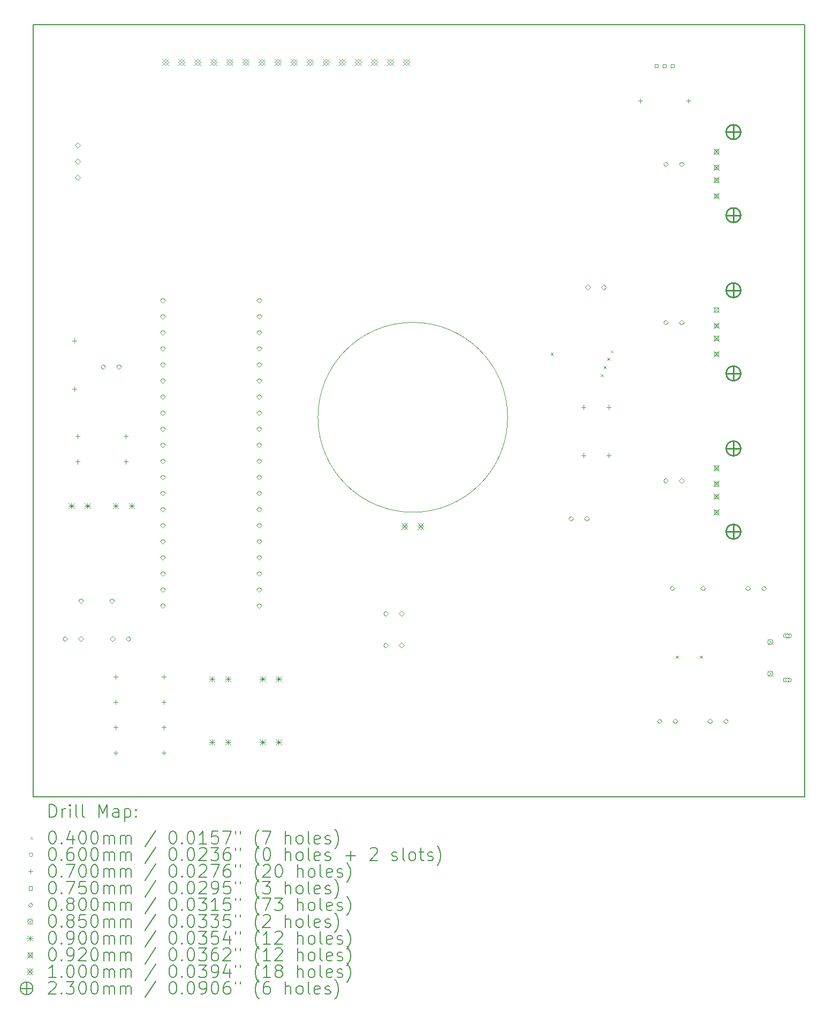
<source format=gbr>
%TF.GenerationSoftware,KiCad,Pcbnew,8.0.3*%
%TF.CreationDate,2024-06-21T15:41:35+08:00*%
%TF.ProjectId,pcb,7063622e-6b69-4636-9164-5f7063625858,rev?*%
%TF.SameCoordinates,Original*%
%TF.FileFunction,Drillmap*%
%TF.FilePolarity,Positive*%
%FSLAX45Y45*%
G04 Gerber Fmt 4.5, Leading zero omitted, Abs format (unit mm)*
G04 Created by KiCad (PCBNEW 8.0.3) date 2024-06-21 15:41:35*
%MOMM*%
%LPD*%
G01*
G04 APERTURE LIST*
%ADD10C,0.150000*%
%ADD11C,0.120000*%
%ADD12C,0.200000*%
%ADD13C,0.100000*%
%ADD14C,0.230000*%
G04 APERTURE END LIST*
D10*
X6300000Y-3800000D02*
X18500000Y-3800000D01*
X18500000Y-16000000D01*
X6300000Y-16000000D01*
X6300000Y-3800000D01*
D11*
X13800000Y-10000000D02*
G75*
G02*
X10800000Y-10000000I-1500000J0D01*
G01*
X10800000Y-10000000D02*
G75*
G02*
X13800000Y-10000000I1500000J0D01*
G01*
D12*
D13*
X14480000Y-8980000D02*
X14520000Y-9020000D01*
X14520000Y-8980000D02*
X14480000Y-9020000D01*
X15272000Y-9315000D02*
X15312000Y-9355000D01*
X15312000Y-9315000D02*
X15272000Y-9355000D01*
X15320000Y-9190000D02*
X15360000Y-9230000D01*
X15360000Y-9190000D02*
X15320000Y-9230000D01*
X15376000Y-9060000D02*
X15416000Y-9100000D01*
X15416000Y-9060000D02*
X15376000Y-9100000D01*
X15430000Y-8940000D02*
X15470000Y-8980000D01*
X15470000Y-8940000D02*
X15430000Y-8980000D01*
X16458000Y-13766500D02*
X16498000Y-13806500D01*
X16498000Y-13766500D02*
X16458000Y-13806500D01*
X16840500Y-13766500D02*
X16880500Y-13806500D01*
X16880500Y-13766500D02*
X16840500Y-13806500D01*
X18253750Y-13450000D02*
G75*
G02*
X18193750Y-13450000I-30000J0D01*
G01*
X18193750Y-13450000D02*
G75*
G02*
X18253750Y-13450000I30000J0D01*
G01*
X18188750Y-13480000D02*
X18258750Y-13480000D01*
X18258750Y-13420000D02*
G75*
G02*
X18258750Y-13480000I0J-30000D01*
G01*
X18258750Y-13420000D02*
X18188750Y-13420000D01*
X18188750Y-13420000D02*
G75*
G03*
X18188750Y-13480000I0J-30000D01*
G01*
X18253750Y-14150000D02*
G75*
G02*
X18193750Y-14150000I-30000J0D01*
G01*
X18193750Y-14150000D02*
G75*
G02*
X18253750Y-14150000I30000J0D01*
G01*
X18258750Y-14120000D02*
X18188750Y-14120000D01*
X18188750Y-14180000D02*
G75*
G02*
X18188750Y-14120000I0J30000D01*
G01*
X18188750Y-14180000D02*
X18258750Y-14180000D01*
X18258750Y-14180000D02*
G75*
G03*
X18258750Y-14120000I0J30000D01*
G01*
X6950000Y-8753000D02*
X6950000Y-8823000D01*
X6915000Y-8788000D02*
X6985000Y-8788000D01*
X6950000Y-9515000D02*
X6950000Y-9585000D01*
X6915000Y-9550000D02*
X6985000Y-9550000D01*
X7000000Y-10265000D02*
X7000000Y-10335000D01*
X6965000Y-10300000D02*
X7035000Y-10300000D01*
X7000000Y-10665000D02*
X7000000Y-10735000D01*
X6965000Y-10700000D02*
X7035000Y-10700000D01*
X7600000Y-14065000D02*
X7600000Y-14135000D01*
X7565000Y-14100000D02*
X7635000Y-14100000D01*
X7600000Y-14465000D02*
X7600000Y-14535000D01*
X7565000Y-14500000D02*
X7635000Y-14500000D01*
X7600000Y-14865000D02*
X7600000Y-14935000D01*
X7565000Y-14900000D02*
X7635000Y-14900000D01*
X7600000Y-15265000D02*
X7600000Y-15335000D01*
X7565000Y-15300000D02*
X7635000Y-15300000D01*
X7762000Y-10265000D02*
X7762000Y-10335000D01*
X7727000Y-10300000D02*
X7797000Y-10300000D01*
X7762000Y-10665000D02*
X7762000Y-10735000D01*
X7727000Y-10700000D02*
X7797000Y-10700000D01*
X8362000Y-14065000D02*
X8362000Y-14135000D01*
X8327000Y-14100000D02*
X8397000Y-14100000D01*
X8362000Y-14465000D02*
X8362000Y-14535000D01*
X8327000Y-14500000D02*
X8397000Y-14500000D01*
X8362000Y-14865000D02*
X8362000Y-14935000D01*
X8327000Y-14900000D02*
X8397000Y-14900000D01*
X8362000Y-15265000D02*
X8362000Y-15335000D01*
X8327000Y-15300000D02*
X8397000Y-15300000D01*
X15000000Y-9803000D02*
X15000000Y-9873000D01*
X14965000Y-9838000D02*
X15035000Y-9838000D01*
X15000000Y-10565000D02*
X15000000Y-10635000D01*
X14965000Y-10600000D02*
X15035000Y-10600000D01*
X15400000Y-9803000D02*
X15400000Y-9873000D01*
X15365000Y-9838000D02*
X15435000Y-9838000D01*
X15400000Y-10565000D02*
X15400000Y-10635000D01*
X15365000Y-10600000D02*
X15435000Y-10600000D01*
X15900000Y-4965000D02*
X15900000Y-5035000D01*
X15865000Y-5000000D02*
X15935000Y-5000000D01*
X16662000Y-4965000D02*
X16662000Y-5035000D01*
X16627000Y-5000000D02*
X16697000Y-5000000D01*
X16176517Y-4476517D02*
X16176517Y-4423483D01*
X16123483Y-4423483D01*
X16123483Y-4476517D01*
X16176517Y-4476517D01*
X16303517Y-4476517D02*
X16303517Y-4423483D01*
X16250483Y-4423483D01*
X16250483Y-4476517D01*
X16303517Y-4476517D01*
X16430517Y-4476517D02*
X16430517Y-4423483D01*
X16377483Y-4423483D01*
X16377483Y-4476517D01*
X16430517Y-4476517D01*
X6800000Y-13540000D02*
X6840000Y-13500000D01*
X6800000Y-13460000D01*
X6760000Y-13500000D01*
X6800000Y-13540000D01*
X7000000Y-5740000D02*
X7040000Y-5700000D01*
X7000000Y-5660000D01*
X6960000Y-5700000D01*
X7000000Y-5740000D01*
X7000000Y-5994000D02*
X7040000Y-5954000D01*
X7000000Y-5914000D01*
X6960000Y-5954000D01*
X7000000Y-5994000D01*
X7000000Y-6248000D02*
X7040000Y-6208000D01*
X7000000Y-6168000D01*
X6960000Y-6208000D01*
X7000000Y-6248000D01*
X7050000Y-12940000D02*
X7090000Y-12900000D01*
X7050000Y-12860000D01*
X7010000Y-12900000D01*
X7050000Y-12940000D01*
X7050000Y-13540000D02*
X7090000Y-13500000D01*
X7050000Y-13460000D01*
X7010000Y-13500000D01*
X7050000Y-13540000D01*
X7400000Y-9240000D02*
X7440000Y-9200000D01*
X7400000Y-9160000D01*
X7360000Y-9200000D01*
X7400000Y-9240000D01*
X7540000Y-12940000D02*
X7580000Y-12900000D01*
X7540000Y-12860000D01*
X7500000Y-12900000D01*
X7540000Y-12940000D01*
X7550000Y-13540000D02*
X7590000Y-13500000D01*
X7550000Y-13460000D01*
X7510000Y-13500000D01*
X7550000Y-13540000D01*
X7650000Y-9240000D02*
X7690000Y-9200000D01*
X7650000Y-9160000D01*
X7610000Y-9200000D01*
X7650000Y-9240000D01*
X7800000Y-13540000D02*
X7840000Y-13500000D01*
X7800000Y-13460000D01*
X7760000Y-13500000D01*
X7800000Y-13540000D01*
X8344000Y-8192000D02*
X8384000Y-8152000D01*
X8344000Y-8112000D01*
X8304000Y-8152000D01*
X8344000Y-8192000D01*
X8344000Y-8446000D02*
X8384000Y-8406000D01*
X8344000Y-8366000D01*
X8304000Y-8406000D01*
X8344000Y-8446000D01*
X8344000Y-8700000D02*
X8384000Y-8660000D01*
X8344000Y-8620000D01*
X8304000Y-8660000D01*
X8344000Y-8700000D01*
X8344000Y-8954000D02*
X8384000Y-8914000D01*
X8344000Y-8874000D01*
X8304000Y-8914000D01*
X8344000Y-8954000D01*
X8344000Y-9208000D02*
X8384000Y-9168000D01*
X8344000Y-9128000D01*
X8304000Y-9168000D01*
X8344000Y-9208000D01*
X8344000Y-9462000D02*
X8384000Y-9422000D01*
X8344000Y-9382000D01*
X8304000Y-9422000D01*
X8344000Y-9462000D01*
X8344000Y-9716000D02*
X8384000Y-9676000D01*
X8344000Y-9636000D01*
X8304000Y-9676000D01*
X8344000Y-9716000D01*
X8344000Y-9970000D02*
X8384000Y-9930000D01*
X8344000Y-9890000D01*
X8304000Y-9930000D01*
X8344000Y-9970000D01*
X8344000Y-10224000D02*
X8384000Y-10184000D01*
X8344000Y-10144000D01*
X8304000Y-10184000D01*
X8344000Y-10224000D01*
X8344000Y-10478000D02*
X8384000Y-10438000D01*
X8344000Y-10398000D01*
X8304000Y-10438000D01*
X8344000Y-10478000D01*
X8344000Y-10732000D02*
X8384000Y-10692000D01*
X8344000Y-10652000D01*
X8304000Y-10692000D01*
X8344000Y-10732000D01*
X8344000Y-10986000D02*
X8384000Y-10946000D01*
X8344000Y-10906000D01*
X8304000Y-10946000D01*
X8344000Y-10986000D01*
X8344000Y-11240000D02*
X8384000Y-11200000D01*
X8344000Y-11160000D01*
X8304000Y-11200000D01*
X8344000Y-11240000D01*
X8344000Y-11494000D02*
X8384000Y-11454000D01*
X8344000Y-11414000D01*
X8304000Y-11454000D01*
X8344000Y-11494000D01*
X8344000Y-11748000D02*
X8384000Y-11708000D01*
X8344000Y-11668000D01*
X8304000Y-11708000D01*
X8344000Y-11748000D01*
X8344000Y-12002000D02*
X8384000Y-11962000D01*
X8344000Y-11922000D01*
X8304000Y-11962000D01*
X8344000Y-12002000D01*
X8344000Y-12256000D02*
X8384000Y-12216000D01*
X8344000Y-12176000D01*
X8304000Y-12216000D01*
X8344000Y-12256000D01*
X8344000Y-12510000D02*
X8384000Y-12470000D01*
X8344000Y-12430000D01*
X8304000Y-12470000D01*
X8344000Y-12510000D01*
X8344000Y-12764000D02*
X8384000Y-12724000D01*
X8344000Y-12684000D01*
X8304000Y-12724000D01*
X8344000Y-12764000D01*
X8344000Y-13018000D02*
X8384000Y-12978000D01*
X8344000Y-12938000D01*
X8304000Y-12978000D01*
X8344000Y-13018000D01*
X9868000Y-8192000D02*
X9908000Y-8152000D01*
X9868000Y-8112000D01*
X9828000Y-8152000D01*
X9868000Y-8192000D01*
X9868000Y-8446000D02*
X9908000Y-8406000D01*
X9868000Y-8366000D01*
X9828000Y-8406000D01*
X9868000Y-8446000D01*
X9868000Y-8700000D02*
X9908000Y-8660000D01*
X9868000Y-8620000D01*
X9828000Y-8660000D01*
X9868000Y-8700000D01*
X9868000Y-8954000D02*
X9908000Y-8914000D01*
X9868000Y-8874000D01*
X9828000Y-8914000D01*
X9868000Y-8954000D01*
X9868000Y-9208000D02*
X9908000Y-9168000D01*
X9868000Y-9128000D01*
X9828000Y-9168000D01*
X9868000Y-9208000D01*
X9868000Y-9462000D02*
X9908000Y-9422000D01*
X9868000Y-9382000D01*
X9828000Y-9422000D01*
X9868000Y-9462000D01*
X9868000Y-9716000D02*
X9908000Y-9676000D01*
X9868000Y-9636000D01*
X9828000Y-9676000D01*
X9868000Y-9716000D01*
X9868000Y-9970000D02*
X9908000Y-9930000D01*
X9868000Y-9890000D01*
X9828000Y-9930000D01*
X9868000Y-9970000D01*
X9868000Y-10224000D02*
X9908000Y-10184000D01*
X9868000Y-10144000D01*
X9828000Y-10184000D01*
X9868000Y-10224000D01*
X9868000Y-10478000D02*
X9908000Y-10438000D01*
X9868000Y-10398000D01*
X9828000Y-10438000D01*
X9868000Y-10478000D01*
X9868000Y-10732000D02*
X9908000Y-10692000D01*
X9868000Y-10652000D01*
X9828000Y-10692000D01*
X9868000Y-10732000D01*
X9868000Y-10986000D02*
X9908000Y-10946000D01*
X9868000Y-10906000D01*
X9828000Y-10946000D01*
X9868000Y-10986000D01*
X9868000Y-11240000D02*
X9908000Y-11200000D01*
X9868000Y-11160000D01*
X9828000Y-11200000D01*
X9868000Y-11240000D01*
X9868000Y-11494000D02*
X9908000Y-11454000D01*
X9868000Y-11414000D01*
X9828000Y-11454000D01*
X9868000Y-11494000D01*
X9868000Y-11748000D02*
X9908000Y-11708000D01*
X9868000Y-11668000D01*
X9828000Y-11708000D01*
X9868000Y-11748000D01*
X9868000Y-12002000D02*
X9908000Y-11962000D01*
X9868000Y-11922000D01*
X9828000Y-11962000D01*
X9868000Y-12002000D01*
X9868000Y-12256000D02*
X9908000Y-12216000D01*
X9868000Y-12176000D01*
X9828000Y-12216000D01*
X9868000Y-12256000D01*
X9868000Y-12510000D02*
X9908000Y-12470000D01*
X9868000Y-12430000D01*
X9828000Y-12470000D01*
X9868000Y-12510000D01*
X9868000Y-12764000D02*
X9908000Y-12724000D01*
X9868000Y-12684000D01*
X9828000Y-12724000D01*
X9868000Y-12764000D01*
X9868000Y-13018000D02*
X9908000Y-12978000D01*
X9868000Y-12938000D01*
X9828000Y-12978000D01*
X9868000Y-13018000D01*
X11871000Y-13140000D02*
X11911000Y-13100000D01*
X11871000Y-13060000D01*
X11831000Y-13100000D01*
X11871000Y-13140000D01*
X11871000Y-13640000D02*
X11911000Y-13600000D01*
X11871000Y-13560000D01*
X11831000Y-13600000D01*
X11871000Y-13640000D01*
X12121000Y-13140000D02*
X12161000Y-13100000D01*
X12121000Y-13060000D01*
X12081000Y-13100000D01*
X12121000Y-13140000D01*
X12121000Y-13640000D02*
X12161000Y-13600000D01*
X12121000Y-13560000D01*
X12081000Y-13600000D01*
X12121000Y-13640000D01*
X14800000Y-11640000D02*
X14840000Y-11600000D01*
X14800000Y-11560000D01*
X14760000Y-11600000D01*
X14800000Y-11640000D01*
X15050000Y-11640000D02*
X15090000Y-11600000D01*
X15050000Y-11560000D01*
X15010000Y-11600000D01*
X15050000Y-11640000D01*
X15070000Y-7985000D02*
X15110000Y-7945000D01*
X15070000Y-7905000D01*
X15030000Y-7945000D01*
X15070000Y-7985000D01*
X15320000Y-7985000D02*
X15360000Y-7945000D01*
X15320000Y-7905000D01*
X15280000Y-7945000D01*
X15320000Y-7985000D01*
X16200000Y-14840000D02*
X16240000Y-14800000D01*
X16200000Y-14760000D01*
X16160000Y-14800000D01*
X16200000Y-14840000D01*
X16300000Y-6040000D02*
X16340000Y-6000000D01*
X16300000Y-5960000D01*
X16260000Y-6000000D01*
X16300000Y-6040000D01*
X16300000Y-8540000D02*
X16340000Y-8500000D01*
X16300000Y-8460000D01*
X16260000Y-8500000D01*
X16300000Y-8540000D01*
X16300000Y-11040000D02*
X16340000Y-11000000D01*
X16300000Y-10960000D01*
X16260000Y-11000000D01*
X16300000Y-11040000D01*
X16400000Y-12740000D02*
X16440000Y-12700000D01*
X16400000Y-12660000D01*
X16360000Y-12700000D01*
X16400000Y-12740000D01*
X16450000Y-14840000D02*
X16490000Y-14800000D01*
X16450000Y-14760000D01*
X16410000Y-14800000D01*
X16450000Y-14840000D01*
X16550000Y-6040000D02*
X16590000Y-6000000D01*
X16550000Y-5960000D01*
X16510000Y-6000000D01*
X16550000Y-6040000D01*
X16550000Y-8540000D02*
X16590000Y-8500000D01*
X16550000Y-8460000D01*
X16510000Y-8500000D01*
X16550000Y-8540000D01*
X16550000Y-11040000D02*
X16590000Y-11000000D01*
X16550000Y-10960000D01*
X16510000Y-11000000D01*
X16550000Y-11040000D01*
X16890000Y-12740000D02*
X16930000Y-12700000D01*
X16890000Y-12660000D01*
X16850000Y-12700000D01*
X16890000Y-12740000D01*
X17000000Y-14840000D02*
X17040000Y-14800000D01*
X17000000Y-14760000D01*
X16960000Y-14800000D01*
X17000000Y-14840000D01*
X17250000Y-14840000D02*
X17290000Y-14800000D01*
X17250000Y-14760000D01*
X17210000Y-14800000D01*
X17250000Y-14840000D01*
X17600000Y-12740000D02*
X17640000Y-12700000D01*
X17600000Y-12660000D01*
X17560000Y-12700000D01*
X17600000Y-12740000D01*
X17850000Y-12740000D02*
X17890000Y-12700000D01*
X17850000Y-12660000D01*
X17810000Y-12700000D01*
X17850000Y-12740000D01*
X17911250Y-13507500D02*
X17996250Y-13592500D01*
X17996250Y-13507500D02*
X17911250Y-13592500D01*
X17996250Y-13550000D02*
G75*
G02*
X17911250Y-13550000I-42500J0D01*
G01*
X17911250Y-13550000D02*
G75*
G02*
X17996250Y-13550000I42500J0D01*
G01*
X17911250Y-14007500D02*
X17996250Y-14092500D01*
X17996250Y-14007500D02*
X17911250Y-14092500D01*
X17996250Y-14050000D02*
G75*
G02*
X17911250Y-14050000I-42500J0D01*
G01*
X17911250Y-14050000D02*
G75*
G02*
X17996250Y-14050000I42500J0D01*
G01*
X6855000Y-11355000D02*
X6945000Y-11445000D01*
X6945000Y-11355000D02*
X6855000Y-11445000D01*
X6900000Y-11355000D02*
X6900000Y-11445000D01*
X6855000Y-11400000D02*
X6945000Y-11400000D01*
X7109000Y-11355000D02*
X7199000Y-11445000D01*
X7199000Y-11355000D02*
X7109000Y-11445000D01*
X7154000Y-11355000D02*
X7154000Y-11445000D01*
X7109000Y-11400000D02*
X7199000Y-11400000D01*
X7555000Y-11355000D02*
X7645000Y-11445000D01*
X7645000Y-11355000D02*
X7555000Y-11445000D01*
X7600000Y-11355000D02*
X7600000Y-11445000D01*
X7555000Y-11400000D02*
X7645000Y-11400000D01*
X7809000Y-11355000D02*
X7899000Y-11445000D01*
X7899000Y-11355000D02*
X7809000Y-11445000D01*
X7854000Y-11355000D02*
X7854000Y-11445000D01*
X7809000Y-11400000D02*
X7899000Y-11400000D01*
X9078500Y-14089000D02*
X9168500Y-14179000D01*
X9168500Y-14089000D02*
X9078500Y-14179000D01*
X9123500Y-14089000D02*
X9123500Y-14179000D01*
X9078500Y-14134000D02*
X9168500Y-14134000D01*
X9078500Y-15089000D02*
X9168500Y-15179000D01*
X9168500Y-15089000D02*
X9078500Y-15179000D01*
X9123500Y-15089000D02*
X9123500Y-15179000D01*
X9078500Y-15134000D02*
X9168500Y-15134000D01*
X9332500Y-14089000D02*
X9422500Y-14179000D01*
X9422500Y-14089000D02*
X9332500Y-14179000D01*
X9377500Y-14089000D02*
X9377500Y-14179000D01*
X9332500Y-14134000D02*
X9422500Y-14134000D01*
X9332500Y-15089000D02*
X9422500Y-15179000D01*
X9422500Y-15089000D02*
X9332500Y-15179000D01*
X9377500Y-15089000D02*
X9377500Y-15179000D01*
X9332500Y-15134000D02*
X9422500Y-15134000D01*
X9878500Y-14089000D02*
X9968500Y-14179000D01*
X9968500Y-14089000D02*
X9878500Y-14179000D01*
X9923500Y-14089000D02*
X9923500Y-14179000D01*
X9878500Y-14134000D02*
X9968500Y-14134000D01*
X9878500Y-15089000D02*
X9968500Y-15179000D01*
X9968500Y-15089000D02*
X9878500Y-15179000D01*
X9923500Y-15089000D02*
X9923500Y-15179000D01*
X9878500Y-15134000D02*
X9968500Y-15134000D01*
X10132500Y-14089000D02*
X10222500Y-14179000D01*
X10222500Y-14089000D02*
X10132500Y-14179000D01*
X10177500Y-14089000D02*
X10177500Y-14179000D01*
X10132500Y-14134000D02*
X10222500Y-14134000D01*
X10132500Y-15089000D02*
X10222500Y-15179000D01*
X10222500Y-15089000D02*
X10132500Y-15179000D01*
X10177500Y-15089000D02*
X10177500Y-15179000D01*
X10132500Y-15134000D02*
X10222500Y-15134000D01*
X17054000Y-5754000D02*
X17146000Y-5846000D01*
X17146000Y-5754000D02*
X17054000Y-5846000D01*
X17132527Y-5832527D02*
X17132527Y-5767473D01*
X17067473Y-5767473D01*
X17067473Y-5832527D01*
X17132527Y-5832527D01*
X17054000Y-6004000D02*
X17146000Y-6096000D01*
X17146000Y-6004000D02*
X17054000Y-6096000D01*
X17132527Y-6082527D02*
X17132527Y-6017473D01*
X17067473Y-6017473D01*
X17067473Y-6082527D01*
X17132527Y-6082527D01*
X17054000Y-6204000D02*
X17146000Y-6296000D01*
X17146000Y-6204000D02*
X17054000Y-6296000D01*
X17132527Y-6282527D02*
X17132527Y-6217473D01*
X17067473Y-6217473D01*
X17067473Y-6282527D01*
X17132527Y-6282527D01*
X17054000Y-6454000D02*
X17146000Y-6546000D01*
X17146000Y-6454000D02*
X17054000Y-6546000D01*
X17132527Y-6532527D02*
X17132527Y-6467473D01*
X17067473Y-6467473D01*
X17067473Y-6532527D01*
X17132527Y-6532527D01*
X17054000Y-8254000D02*
X17146000Y-8346000D01*
X17146000Y-8254000D02*
X17054000Y-8346000D01*
X17132527Y-8332527D02*
X17132527Y-8267473D01*
X17067473Y-8267473D01*
X17067473Y-8332527D01*
X17132527Y-8332527D01*
X17054000Y-8504000D02*
X17146000Y-8596000D01*
X17146000Y-8504000D02*
X17054000Y-8596000D01*
X17132527Y-8582527D02*
X17132527Y-8517473D01*
X17067473Y-8517473D01*
X17067473Y-8582527D01*
X17132527Y-8582527D01*
X17054000Y-8704000D02*
X17146000Y-8796000D01*
X17146000Y-8704000D02*
X17054000Y-8796000D01*
X17132527Y-8782527D02*
X17132527Y-8717473D01*
X17067473Y-8717473D01*
X17067473Y-8782527D01*
X17132527Y-8782527D01*
X17054000Y-8954000D02*
X17146000Y-9046000D01*
X17146000Y-8954000D02*
X17054000Y-9046000D01*
X17132527Y-9032527D02*
X17132527Y-8967473D01*
X17067473Y-8967473D01*
X17067473Y-9032527D01*
X17132527Y-9032527D01*
X17054000Y-10754000D02*
X17146000Y-10846000D01*
X17146000Y-10754000D02*
X17054000Y-10846000D01*
X17132527Y-10832527D02*
X17132527Y-10767473D01*
X17067473Y-10767473D01*
X17067473Y-10832527D01*
X17132527Y-10832527D01*
X17054000Y-11004000D02*
X17146000Y-11096000D01*
X17146000Y-11004000D02*
X17054000Y-11096000D01*
X17132527Y-11082527D02*
X17132527Y-11017473D01*
X17067473Y-11017473D01*
X17067473Y-11082527D01*
X17132527Y-11082527D01*
X17054000Y-11204000D02*
X17146000Y-11296000D01*
X17146000Y-11204000D02*
X17054000Y-11296000D01*
X17132527Y-11282527D02*
X17132527Y-11217473D01*
X17067473Y-11217473D01*
X17067473Y-11282527D01*
X17132527Y-11282527D01*
X17054000Y-11454000D02*
X17146000Y-11546000D01*
X17146000Y-11454000D02*
X17054000Y-11546000D01*
X17132527Y-11532527D02*
X17132527Y-11467473D01*
X17067473Y-11467473D01*
X17067473Y-11532527D01*
X17132527Y-11532527D01*
X8339000Y-4341000D02*
X8439000Y-4441000D01*
X8439000Y-4341000D02*
X8339000Y-4441000D01*
X8389000Y-4441000D02*
X8439000Y-4391000D01*
X8389000Y-4341000D01*
X8339000Y-4391000D01*
X8389000Y-4441000D01*
X8593000Y-4341000D02*
X8693000Y-4441000D01*
X8693000Y-4341000D02*
X8593000Y-4441000D01*
X8643000Y-4441000D02*
X8693000Y-4391000D01*
X8643000Y-4341000D01*
X8593000Y-4391000D01*
X8643000Y-4441000D01*
X8847000Y-4341000D02*
X8947000Y-4441000D01*
X8947000Y-4341000D02*
X8847000Y-4441000D01*
X8897000Y-4441000D02*
X8947000Y-4391000D01*
X8897000Y-4341000D01*
X8847000Y-4391000D01*
X8897000Y-4441000D01*
X9101000Y-4341000D02*
X9201000Y-4441000D01*
X9201000Y-4341000D02*
X9101000Y-4441000D01*
X9151000Y-4441000D02*
X9201000Y-4391000D01*
X9151000Y-4341000D01*
X9101000Y-4391000D01*
X9151000Y-4441000D01*
X9355000Y-4341000D02*
X9455000Y-4441000D01*
X9455000Y-4341000D02*
X9355000Y-4441000D01*
X9405000Y-4441000D02*
X9455000Y-4391000D01*
X9405000Y-4341000D01*
X9355000Y-4391000D01*
X9405000Y-4441000D01*
X9609000Y-4341000D02*
X9709000Y-4441000D01*
X9709000Y-4341000D02*
X9609000Y-4441000D01*
X9659000Y-4441000D02*
X9709000Y-4391000D01*
X9659000Y-4341000D01*
X9609000Y-4391000D01*
X9659000Y-4441000D01*
X9863000Y-4341000D02*
X9963000Y-4441000D01*
X9963000Y-4341000D02*
X9863000Y-4441000D01*
X9913000Y-4441000D02*
X9963000Y-4391000D01*
X9913000Y-4341000D01*
X9863000Y-4391000D01*
X9913000Y-4441000D01*
X10117000Y-4341000D02*
X10217000Y-4441000D01*
X10217000Y-4341000D02*
X10117000Y-4441000D01*
X10167000Y-4441000D02*
X10217000Y-4391000D01*
X10167000Y-4341000D01*
X10117000Y-4391000D01*
X10167000Y-4441000D01*
X10371000Y-4341000D02*
X10471000Y-4441000D01*
X10471000Y-4341000D02*
X10371000Y-4441000D01*
X10421000Y-4441000D02*
X10471000Y-4391000D01*
X10421000Y-4341000D01*
X10371000Y-4391000D01*
X10421000Y-4441000D01*
X10625000Y-4341000D02*
X10725000Y-4441000D01*
X10725000Y-4341000D02*
X10625000Y-4441000D01*
X10675000Y-4441000D02*
X10725000Y-4391000D01*
X10675000Y-4341000D01*
X10625000Y-4391000D01*
X10675000Y-4441000D01*
X10879000Y-4341000D02*
X10979000Y-4441000D01*
X10979000Y-4341000D02*
X10879000Y-4441000D01*
X10929000Y-4441000D02*
X10979000Y-4391000D01*
X10929000Y-4341000D01*
X10879000Y-4391000D01*
X10929000Y-4441000D01*
X11133000Y-4341000D02*
X11233000Y-4441000D01*
X11233000Y-4341000D02*
X11133000Y-4441000D01*
X11183000Y-4441000D02*
X11233000Y-4391000D01*
X11183000Y-4341000D01*
X11133000Y-4391000D01*
X11183000Y-4441000D01*
X11387000Y-4341000D02*
X11487000Y-4441000D01*
X11487000Y-4341000D02*
X11387000Y-4441000D01*
X11437000Y-4441000D02*
X11487000Y-4391000D01*
X11437000Y-4341000D01*
X11387000Y-4391000D01*
X11437000Y-4441000D01*
X11641000Y-4341000D02*
X11741000Y-4441000D01*
X11741000Y-4341000D02*
X11641000Y-4441000D01*
X11691000Y-4441000D02*
X11741000Y-4391000D01*
X11691000Y-4341000D01*
X11641000Y-4391000D01*
X11691000Y-4441000D01*
X11895000Y-4341000D02*
X11995000Y-4441000D01*
X11995000Y-4341000D02*
X11895000Y-4441000D01*
X11945000Y-4441000D02*
X11995000Y-4391000D01*
X11945000Y-4341000D01*
X11895000Y-4391000D01*
X11945000Y-4441000D01*
X12119000Y-11670000D02*
X12219000Y-11770000D01*
X12219000Y-11670000D02*
X12119000Y-11770000D01*
X12169000Y-11770000D02*
X12219000Y-11720000D01*
X12169000Y-11670000D01*
X12119000Y-11720000D01*
X12169000Y-11770000D01*
X12149000Y-4341000D02*
X12249000Y-4441000D01*
X12249000Y-4341000D02*
X12149000Y-4441000D01*
X12199000Y-4441000D02*
X12249000Y-4391000D01*
X12199000Y-4341000D01*
X12149000Y-4391000D01*
X12199000Y-4441000D01*
X12373000Y-11670000D02*
X12473000Y-11770000D01*
X12473000Y-11670000D02*
X12373000Y-11770000D01*
X12423000Y-11770000D02*
X12473000Y-11720000D01*
X12423000Y-11670000D01*
X12373000Y-11720000D01*
X12423000Y-11770000D01*
D14*
X17371000Y-5378000D02*
X17371000Y-5608000D01*
X17256000Y-5493000D02*
X17486000Y-5493000D01*
X17486000Y-5493000D02*
G75*
G02*
X17256000Y-5493000I-115000J0D01*
G01*
X17256000Y-5493000D02*
G75*
G02*
X17486000Y-5493000I115000J0D01*
G01*
X17371000Y-6692000D02*
X17371000Y-6922000D01*
X17256000Y-6807000D02*
X17486000Y-6807000D01*
X17486000Y-6807000D02*
G75*
G02*
X17256000Y-6807000I-115000J0D01*
G01*
X17256000Y-6807000D02*
G75*
G02*
X17486000Y-6807000I115000J0D01*
G01*
X17371000Y-7878000D02*
X17371000Y-8108000D01*
X17256000Y-7993000D02*
X17486000Y-7993000D01*
X17486000Y-7993000D02*
G75*
G02*
X17256000Y-7993000I-115000J0D01*
G01*
X17256000Y-7993000D02*
G75*
G02*
X17486000Y-7993000I115000J0D01*
G01*
X17371000Y-9192000D02*
X17371000Y-9422000D01*
X17256000Y-9307000D02*
X17486000Y-9307000D01*
X17486000Y-9307000D02*
G75*
G02*
X17256000Y-9307000I-115000J0D01*
G01*
X17256000Y-9307000D02*
G75*
G02*
X17486000Y-9307000I115000J0D01*
G01*
X17371000Y-10378000D02*
X17371000Y-10608000D01*
X17256000Y-10493000D02*
X17486000Y-10493000D01*
X17486000Y-10493000D02*
G75*
G02*
X17256000Y-10493000I-115000J0D01*
G01*
X17256000Y-10493000D02*
G75*
G02*
X17486000Y-10493000I115000J0D01*
G01*
X17371000Y-11692000D02*
X17371000Y-11922000D01*
X17256000Y-11807000D02*
X17486000Y-11807000D01*
X17486000Y-11807000D02*
G75*
G02*
X17256000Y-11807000I-115000J0D01*
G01*
X17256000Y-11807000D02*
G75*
G02*
X17486000Y-11807000I115000J0D01*
G01*
D12*
X6553277Y-16318984D02*
X6553277Y-16118984D01*
X6553277Y-16118984D02*
X6600896Y-16118984D01*
X6600896Y-16118984D02*
X6629467Y-16128508D01*
X6629467Y-16128508D02*
X6648515Y-16147555D01*
X6648515Y-16147555D02*
X6658039Y-16166603D01*
X6658039Y-16166603D02*
X6667562Y-16204698D01*
X6667562Y-16204698D02*
X6667562Y-16233269D01*
X6667562Y-16233269D02*
X6658039Y-16271365D01*
X6658039Y-16271365D02*
X6648515Y-16290412D01*
X6648515Y-16290412D02*
X6629467Y-16309460D01*
X6629467Y-16309460D02*
X6600896Y-16318984D01*
X6600896Y-16318984D02*
X6553277Y-16318984D01*
X6753277Y-16318984D02*
X6753277Y-16185650D01*
X6753277Y-16223746D02*
X6762801Y-16204698D01*
X6762801Y-16204698D02*
X6772324Y-16195174D01*
X6772324Y-16195174D02*
X6791372Y-16185650D01*
X6791372Y-16185650D02*
X6810420Y-16185650D01*
X6877086Y-16318984D02*
X6877086Y-16185650D01*
X6877086Y-16118984D02*
X6867562Y-16128508D01*
X6867562Y-16128508D02*
X6877086Y-16138031D01*
X6877086Y-16138031D02*
X6886610Y-16128508D01*
X6886610Y-16128508D02*
X6877086Y-16118984D01*
X6877086Y-16118984D02*
X6877086Y-16138031D01*
X7000896Y-16318984D02*
X6981848Y-16309460D01*
X6981848Y-16309460D02*
X6972324Y-16290412D01*
X6972324Y-16290412D02*
X6972324Y-16118984D01*
X7105658Y-16318984D02*
X7086610Y-16309460D01*
X7086610Y-16309460D02*
X7077086Y-16290412D01*
X7077086Y-16290412D02*
X7077086Y-16118984D01*
X7334229Y-16318984D02*
X7334229Y-16118984D01*
X7334229Y-16118984D02*
X7400896Y-16261841D01*
X7400896Y-16261841D02*
X7467562Y-16118984D01*
X7467562Y-16118984D02*
X7467562Y-16318984D01*
X7648515Y-16318984D02*
X7648515Y-16214222D01*
X7648515Y-16214222D02*
X7638991Y-16195174D01*
X7638991Y-16195174D02*
X7619943Y-16185650D01*
X7619943Y-16185650D02*
X7581848Y-16185650D01*
X7581848Y-16185650D02*
X7562801Y-16195174D01*
X7648515Y-16309460D02*
X7629467Y-16318984D01*
X7629467Y-16318984D02*
X7581848Y-16318984D01*
X7581848Y-16318984D02*
X7562801Y-16309460D01*
X7562801Y-16309460D02*
X7553277Y-16290412D01*
X7553277Y-16290412D02*
X7553277Y-16271365D01*
X7553277Y-16271365D02*
X7562801Y-16252317D01*
X7562801Y-16252317D02*
X7581848Y-16242793D01*
X7581848Y-16242793D02*
X7629467Y-16242793D01*
X7629467Y-16242793D02*
X7648515Y-16233269D01*
X7743753Y-16185650D02*
X7743753Y-16385650D01*
X7743753Y-16195174D02*
X7762801Y-16185650D01*
X7762801Y-16185650D02*
X7800896Y-16185650D01*
X7800896Y-16185650D02*
X7819943Y-16195174D01*
X7819943Y-16195174D02*
X7829467Y-16204698D01*
X7829467Y-16204698D02*
X7838991Y-16223746D01*
X7838991Y-16223746D02*
X7838991Y-16280888D01*
X7838991Y-16280888D02*
X7829467Y-16299936D01*
X7829467Y-16299936D02*
X7819943Y-16309460D01*
X7819943Y-16309460D02*
X7800896Y-16318984D01*
X7800896Y-16318984D02*
X7762801Y-16318984D01*
X7762801Y-16318984D02*
X7743753Y-16309460D01*
X7924705Y-16299936D02*
X7934229Y-16309460D01*
X7934229Y-16309460D02*
X7924705Y-16318984D01*
X7924705Y-16318984D02*
X7915182Y-16309460D01*
X7915182Y-16309460D02*
X7924705Y-16299936D01*
X7924705Y-16299936D02*
X7924705Y-16318984D01*
X7924705Y-16195174D02*
X7934229Y-16204698D01*
X7934229Y-16204698D02*
X7924705Y-16214222D01*
X7924705Y-16214222D02*
X7915182Y-16204698D01*
X7915182Y-16204698D02*
X7924705Y-16195174D01*
X7924705Y-16195174D02*
X7924705Y-16214222D01*
D13*
X6252500Y-16627500D02*
X6292500Y-16667500D01*
X6292500Y-16627500D02*
X6252500Y-16667500D01*
D12*
X6591372Y-16538984D02*
X6610420Y-16538984D01*
X6610420Y-16538984D02*
X6629467Y-16548508D01*
X6629467Y-16548508D02*
X6638991Y-16558031D01*
X6638991Y-16558031D02*
X6648515Y-16577079D01*
X6648515Y-16577079D02*
X6658039Y-16615174D01*
X6658039Y-16615174D02*
X6658039Y-16662793D01*
X6658039Y-16662793D02*
X6648515Y-16700888D01*
X6648515Y-16700888D02*
X6638991Y-16719936D01*
X6638991Y-16719936D02*
X6629467Y-16729460D01*
X6629467Y-16729460D02*
X6610420Y-16738984D01*
X6610420Y-16738984D02*
X6591372Y-16738984D01*
X6591372Y-16738984D02*
X6572324Y-16729460D01*
X6572324Y-16729460D02*
X6562801Y-16719936D01*
X6562801Y-16719936D02*
X6553277Y-16700888D01*
X6553277Y-16700888D02*
X6543753Y-16662793D01*
X6543753Y-16662793D02*
X6543753Y-16615174D01*
X6543753Y-16615174D02*
X6553277Y-16577079D01*
X6553277Y-16577079D02*
X6562801Y-16558031D01*
X6562801Y-16558031D02*
X6572324Y-16548508D01*
X6572324Y-16548508D02*
X6591372Y-16538984D01*
X6743753Y-16719936D02*
X6753277Y-16729460D01*
X6753277Y-16729460D02*
X6743753Y-16738984D01*
X6743753Y-16738984D02*
X6734229Y-16729460D01*
X6734229Y-16729460D02*
X6743753Y-16719936D01*
X6743753Y-16719936D02*
X6743753Y-16738984D01*
X6924705Y-16605650D02*
X6924705Y-16738984D01*
X6877086Y-16529460D02*
X6829467Y-16672317D01*
X6829467Y-16672317D02*
X6953277Y-16672317D01*
X7067562Y-16538984D02*
X7086610Y-16538984D01*
X7086610Y-16538984D02*
X7105658Y-16548508D01*
X7105658Y-16548508D02*
X7115182Y-16558031D01*
X7115182Y-16558031D02*
X7124705Y-16577079D01*
X7124705Y-16577079D02*
X7134229Y-16615174D01*
X7134229Y-16615174D02*
X7134229Y-16662793D01*
X7134229Y-16662793D02*
X7124705Y-16700888D01*
X7124705Y-16700888D02*
X7115182Y-16719936D01*
X7115182Y-16719936D02*
X7105658Y-16729460D01*
X7105658Y-16729460D02*
X7086610Y-16738984D01*
X7086610Y-16738984D02*
X7067562Y-16738984D01*
X7067562Y-16738984D02*
X7048515Y-16729460D01*
X7048515Y-16729460D02*
X7038991Y-16719936D01*
X7038991Y-16719936D02*
X7029467Y-16700888D01*
X7029467Y-16700888D02*
X7019943Y-16662793D01*
X7019943Y-16662793D02*
X7019943Y-16615174D01*
X7019943Y-16615174D02*
X7029467Y-16577079D01*
X7029467Y-16577079D02*
X7038991Y-16558031D01*
X7038991Y-16558031D02*
X7048515Y-16548508D01*
X7048515Y-16548508D02*
X7067562Y-16538984D01*
X7258039Y-16538984D02*
X7277086Y-16538984D01*
X7277086Y-16538984D02*
X7296134Y-16548508D01*
X7296134Y-16548508D02*
X7305658Y-16558031D01*
X7305658Y-16558031D02*
X7315182Y-16577079D01*
X7315182Y-16577079D02*
X7324705Y-16615174D01*
X7324705Y-16615174D02*
X7324705Y-16662793D01*
X7324705Y-16662793D02*
X7315182Y-16700888D01*
X7315182Y-16700888D02*
X7305658Y-16719936D01*
X7305658Y-16719936D02*
X7296134Y-16729460D01*
X7296134Y-16729460D02*
X7277086Y-16738984D01*
X7277086Y-16738984D02*
X7258039Y-16738984D01*
X7258039Y-16738984D02*
X7238991Y-16729460D01*
X7238991Y-16729460D02*
X7229467Y-16719936D01*
X7229467Y-16719936D02*
X7219943Y-16700888D01*
X7219943Y-16700888D02*
X7210420Y-16662793D01*
X7210420Y-16662793D02*
X7210420Y-16615174D01*
X7210420Y-16615174D02*
X7219943Y-16577079D01*
X7219943Y-16577079D02*
X7229467Y-16558031D01*
X7229467Y-16558031D02*
X7238991Y-16548508D01*
X7238991Y-16548508D02*
X7258039Y-16538984D01*
X7410420Y-16738984D02*
X7410420Y-16605650D01*
X7410420Y-16624698D02*
X7419943Y-16615174D01*
X7419943Y-16615174D02*
X7438991Y-16605650D01*
X7438991Y-16605650D02*
X7467563Y-16605650D01*
X7467563Y-16605650D02*
X7486610Y-16615174D01*
X7486610Y-16615174D02*
X7496134Y-16634222D01*
X7496134Y-16634222D02*
X7496134Y-16738984D01*
X7496134Y-16634222D02*
X7505658Y-16615174D01*
X7505658Y-16615174D02*
X7524705Y-16605650D01*
X7524705Y-16605650D02*
X7553277Y-16605650D01*
X7553277Y-16605650D02*
X7572324Y-16615174D01*
X7572324Y-16615174D02*
X7581848Y-16634222D01*
X7581848Y-16634222D02*
X7581848Y-16738984D01*
X7677086Y-16738984D02*
X7677086Y-16605650D01*
X7677086Y-16624698D02*
X7686610Y-16615174D01*
X7686610Y-16615174D02*
X7705658Y-16605650D01*
X7705658Y-16605650D02*
X7734229Y-16605650D01*
X7734229Y-16605650D02*
X7753277Y-16615174D01*
X7753277Y-16615174D02*
X7762801Y-16634222D01*
X7762801Y-16634222D02*
X7762801Y-16738984D01*
X7762801Y-16634222D02*
X7772324Y-16615174D01*
X7772324Y-16615174D02*
X7791372Y-16605650D01*
X7791372Y-16605650D02*
X7819943Y-16605650D01*
X7819943Y-16605650D02*
X7838991Y-16615174D01*
X7838991Y-16615174D02*
X7848515Y-16634222D01*
X7848515Y-16634222D02*
X7848515Y-16738984D01*
X8238991Y-16529460D02*
X8067563Y-16786603D01*
X8496134Y-16538984D02*
X8515182Y-16538984D01*
X8515182Y-16538984D02*
X8534229Y-16548508D01*
X8534229Y-16548508D02*
X8543753Y-16558031D01*
X8543753Y-16558031D02*
X8553277Y-16577079D01*
X8553277Y-16577079D02*
X8562801Y-16615174D01*
X8562801Y-16615174D02*
X8562801Y-16662793D01*
X8562801Y-16662793D02*
X8553277Y-16700888D01*
X8553277Y-16700888D02*
X8543753Y-16719936D01*
X8543753Y-16719936D02*
X8534229Y-16729460D01*
X8534229Y-16729460D02*
X8515182Y-16738984D01*
X8515182Y-16738984D02*
X8496134Y-16738984D01*
X8496134Y-16738984D02*
X8477087Y-16729460D01*
X8477087Y-16729460D02*
X8467563Y-16719936D01*
X8467563Y-16719936D02*
X8458039Y-16700888D01*
X8458039Y-16700888D02*
X8448515Y-16662793D01*
X8448515Y-16662793D02*
X8448515Y-16615174D01*
X8448515Y-16615174D02*
X8458039Y-16577079D01*
X8458039Y-16577079D02*
X8467563Y-16558031D01*
X8467563Y-16558031D02*
X8477087Y-16548508D01*
X8477087Y-16548508D02*
X8496134Y-16538984D01*
X8648515Y-16719936D02*
X8658039Y-16729460D01*
X8658039Y-16729460D02*
X8648515Y-16738984D01*
X8648515Y-16738984D02*
X8638991Y-16729460D01*
X8638991Y-16729460D02*
X8648515Y-16719936D01*
X8648515Y-16719936D02*
X8648515Y-16738984D01*
X8781848Y-16538984D02*
X8800896Y-16538984D01*
X8800896Y-16538984D02*
X8819944Y-16548508D01*
X8819944Y-16548508D02*
X8829468Y-16558031D01*
X8829468Y-16558031D02*
X8838991Y-16577079D01*
X8838991Y-16577079D02*
X8848515Y-16615174D01*
X8848515Y-16615174D02*
X8848515Y-16662793D01*
X8848515Y-16662793D02*
X8838991Y-16700888D01*
X8838991Y-16700888D02*
X8829468Y-16719936D01*
X8829468Y-16719936D02*
X8819944Y-16729460D01*
X8819944Y-16729460D02*
X8800896Y-16738984D01*
X8800896Y-16738984D02*
X8781848Y-16738984D01*
X8781848Y-16738984D02*
X8762801Y-16729460D01*
X8762801Y-16729460D02*
X8753277Y-16719936D01*
X8753277Y-16719936D02*
X8743753Y-16700888D01*
X8743753Y-16700888D02*
X8734229Y-16662793D01*
X8734229Y-16662793D02*
X8734229Y-16615174D01*
X8734229Y-16615174D02*
X8743753Y-16577079D01*
X8743753Y-16577079D02*
X8753277Y-16558031D01*
X8753277Y-16558031D02*
X8762801Y-16548508D01*
X8762801Y-16548508D02*
X8781848Y-16538984D01*
X9038991Y-16738984D02*
X8924706Y-16738984D01*
X8981848Y-16738984D02*
X8981848Y-16538984D01*
X8981848Y-16538984D02*
X8962801Y-16567555D01*
X8962801Y-16567555D02*
X8943753Y-16586603D01*
X8943753Y-16586603D02*
X8924706Y-16596127D01*
X9219944Y-16538984D02*
X9124706Y-16538984D01*
X9124706Y-16538984D02*
X9115182Y-16634222D01*
X9115182Y-16634222D02*
X9124706Y-16624698D01*
X9124706Y-16624698D02*
X9143753Y-16615174D01*
X9143753Y-16615174D02*
X9191372Y-16615174D01*
X9191372Y-16615174D02*
X9210420Y-16624698D01*
X9210420Y-16624698D02*
X9219944Y-16634222D01*
X9219944Y-16634222D02*
X9229468Y-16653269D01*
X9229468Y-16653269D02*
X9229468Y-16700888D01*
X9229468Y-16700888D02*
X9219944Y-16719936D01*
X9219944Y-16719936D02*
X9210420Y-16729460D01*
X9210420Y-16729460D02*
X9191372Y-16738984D01*
X9191372Y-16738984D02*
X9143753Y-16738984D01*
X9143753Y-16738984D02*
X9124706Y-16729460D01*
X9124706Y-16729460D02*
X9115182Y-16719936D01*
X9296134Y-16538984D02*
X9429468Y-16538984D01*
X9429468Y-16538984D02*
X9343753Y-16738984D01*
X9496134Y-16538984D02*
X9496134Y-16577079D01*
X9572325Y-16538984D02*
X9572325Y-16577079D01*
X9867563Y-16815174D02*
X9858039Y-16805650D01*
X9858039Y-16805650D02*
X9838991Y-16777079D01*
X9838991Y-16777079D02*
X9829468Y-16758031D01*
X9829468Y-16758031D02*
X9819944Y-16729460D01*
X9819944Y-16729460D02*
X9810420Y-16681841D01*
X9810420Y-16681841D02*
X9810420Y-16643746D01*
X9810420Y-16643746D02*
X9819944Y-16596127D01*
X9819944Y-16596127D02*
X9829468Y-16567555D01*
X9829468Y-16567555D02*
X9838991Y-16548508D01*
X9838991Y-16548508D02*
X9858039Y-16519936D01*
X9858039Y-16519936D02*
X9867563Y-16510412D01*
X9924706Y-16538984D02*
X10058039Y-16538984D01*
X10058039Y-16538984D02*
X9972325Y-16738984D01*
X10286611Y-16738984D02*
X10286611Y-16538984D01*
X10372325Y-16738984D02*
X10372325Y-16634222D01*
X10372325Y-16634222D02*
X10362801Y-16615174D01*
X10362801Y-16615174D02*
X10343753Y-16605650D01*
X10343753Y-16605650D02*
X10315182Y-16605650D01*
X10315182Y-16605650D02*
X10296134Y-16615174D01*
X10296134Y-16615174D02*
X10286611Y-16624698D01*
X10496134Y-16738984D02*
X10477087Y-16729460D01*
X10477087Y-16729460D02*
X10467563Y-16719936D01*
X10467563Y-16719936D02*
X10458039Y-16700888D01*
X10458039Y-16700888D02*
X10458039Y-16643746D01*
X10458039Y-16643746D02*
X10467563Y-16624698D01*
X10467563Y-16624698D02*
X10477087Y-16615174D01*
X10477087Y-16615174D02*
X10496134Y-16605650D01*
X10496134Y-16605650D02*
X10524706Y-16605650D01*
X10524706Y-16605650D02*
X10543753Y-16615174D01*
X10543753Y-16615174D02*
X10553277Y-16624698D01*
X10553277Y-16624698D02*
X10562801Y-16643746D01*
X10562801Y-16643746D02*
X10562801Y-16700888D01*
X10562801Y-16700888D02*
X10553277Y-16719936D01*
X10553277Y-16719936D02*
X10543753Y-16729460D01*
X10543753Y-16729460D02*
X10524706Y-16738984D01*
X10524706Y-16738984D02*
X10496134Y-16738984D01*
X10677087Y-16738984D02*
X10658039Y-16729460D01*
X10658039Y-16729460D02*
X10648515Y-16710412D01*
X10648515Y-16710412D02*
X10648515Y-16538984D01*
X10829468Y-16729460D02*
X10810420Y-16738984D01*
X10810420Y-16738984D02*
X10772325Y-16738984D01*
X10772325Y-16738984D02*
X10753277Y-16729460D01*
X10753277Y-16729460D02*
X10743753Y-16710412D01*
X10743753Y-16710412D02*
X10743753Y-16634222D01*
X10743753Y-16634222D02*
X10753277Y-16615174D01*
X10753277Y-16615174D02*
X10772325Y-16605650D01*
X10772325Y-16605650D02*
X10810420Y-16605650D01*
X10810420Y-16605650D02*
X10829468Y-16615174D01*
X10829468Y-16615174D02*
X10838992Y-16634222D01*
X10838992Y-16634222D02*
X10838992Y-16653269D01*
X10838992Y-16653269D02*
X10743753Y-16672317D01*
X10915182Y-16729460D02*
X10934230Y-16738984D01*
X10934230Y-16738984D02*
X10972325Y-16738984D01*
X10972325Y-16738984D02*
X10991373Y-16729460D01*
X10991373Y-16729460D02*
X11000896Y-16710412D01*
X11000896Y-16710412D02*
X11000896Y-16700888D01*
X11000896Y-16700888D02*
X10991373Y-16681841D01*
X10991373Y-16681841D02*
X10972325Y-16672317D01*
X10972325Y-16672317D02*
X10943753Y-16672317D01*
X10943753Y-16672317D02*
X10924706Y-16662793D01*
X10924706Y-16662793D02*
X10915182Y-16643746D01*
X10915182Y-16643746D02*
X10915182Y-16634222D01*
X10915182Y-16634222D02*
X10924706Y-16615174D01*
X10924706Y-16615174D02*
X10943753Y-16605650D01*
X10943753Y-16605650D02*
X10972325Y-16605650D01*
X10972325Y-16605650D02*
X10991373Y-16615174D01*
X11067563Y-16815174D02*
X11077087Y-16805650D01*
X11077087Y-16805650D02*
X11096134Y-16777079D01*
X11096134Y-16777079D02*
X11105658Y-16758031D01*
X11105658Y-16758031D02*
X11115182Y-16729460D01*
X11115182Y-16729460D02*
X11124706Y-16681841D01*
X11124706Y-16681841D02*
X11124706Y-16643746D01*
X11124706Y-16643746D02*
X11115182Y-16596127D01*
X11115182Y-16596127D02*
X11105658Y-16567555D01*
X11105658Y-16567555D02*
X11096134Y-16548508D01*
X11096134Y-16548508D02*
X11077087Y-16519936D01*
X11077087Y-16519936D02*
X11067563Y-16510412D01*
D13*
X6292500Y-16911500D02*
G75*
G02*
X6232500Y-16911500I-30000J0D01*
G01*
X6232500Y-16911500D02*
G75*
G02*
X6292500Y-16911500I30000J0D01*
G01*
D12*
X6591372Y-16802984D02*
X6610420Y-16802984D01*
X6610420Y-16802984D02*
X6629467Y-16812508D01*
X6629467Y-16812508D02*
X6638991Y-16822031D01*
X6638991Y-16822031D02*
X6648515Y-16841079D01*
X6648515Y-16841079D02*
X6658039Y-16879174D01*
X6658039Y-16879174D02*
X6658039Y-16926793D01*
X6658039Y-16926793D02*
X6648515Y-16964889D01*
X6648515Y-16964889D02*
X6638991Y-16983936D01*
X6638991Y-16983936D02*
X6629467Y-16993460D01*
X6629467Y-16993460D02*
X6610420Y-17002984D01*
X6610420Y-17002984D02*
X6591372Y-17002984D01*
X6591372Y-17002984D02*
X6572324Y-16993460D01*
X6572324Y-16993460D02*
X6562801Y-16983936D01*
X6562801Y-16983936D02*
X6553277Y-16964889D01*
X6553277Y-16964889D02*
X6543753Y-16926793D01*
X6543753Y-16926793D02*
X6543753Y-16879174D01*
X6543753Y-16879174D02*
X6553277Y-16841079D01*
X6553277Y-16841079D02*
X6562801Y-16822031D01*
X6562801Y-16822031D02*
X6572324Y-16812508D01*
X6572324Y-16812508D02*
X6591372Y-16802984D01*
X6743753Y-16983936D02*
X6753277Y-16993460D01*
X6753277Y-16993460D02*
X6743753Y-17002984D01*
X6743753Y-17002984D02*
X6734229Y-16993460D01*
X6734229Y-16993460D02*
X6743753Y-16983936D01*
X6743753Y-16983936D02*
X6743753Y-17002984D01*
X6924705Y-16802984D02*
X6886610Y-16802984D01*
X6886610Y-16802984D02*
X6867562Y-16812508D01*
X6867562Y-16812508D02*
X6858039Y-16822031D01*
X6858039Y-16822031D02*
X6838991Y-16850603D01*
X6838991Y-16850603D02*
X6829467Y-16888698D01*
X6829467Y-16888698D02*
X6829467Y-16964889D01*
X6829467Y-16964889D02*
X6838991Y-16983936D01*
X6838991Y-16983936D02*
X6848515Y-16993460D01*
X6848515Y-16993460D02*
X6867562Y-17002984D01*
X6867562Y-17002984D02*
X6905658Y-17002984D01*
X6905658Y-17002984D02*
X6924705Y-16993460D01*
X6924705Y-16993460D02*
X6934229Y-16983936D01*
X6934229Y-16983936D02*
X6943753Y-16964889D01*
X6943753Y-16964889D02*
X6943753Y-16917270D01*
X6943753Y-16917270D02*
X6934229Y-16898222D01*
X6934229Y-16898222D02*
X6924705Y-16888698D01*
X6924705Y-16888698D02*
X6905658Y-16879174D01*
X6905658Y-16879174D02*
X6867562Y-16879174D01*
X6867562Y-16879174D02*
X6848515Y-16888698D01*
X6848515Y-16888698D02*
X6838991Y-16898222D01*
X6838991Y-16898222D02*
X6829467Y-16917270D01*
X7067562Y-16802984D02*
X7086610Y-16802984D01*
X7086610Y-16802984D02*
X7105658Y-16812508D01*
X7105658Y-16812508D02*
X7115182Y-16822031D01*
X7115182Y-16822031D02*
X7124705Y-16841079D01*
X7124705Y-16841079D02*
X7134229Y-16879174D01*
X7134229Y-16879174D02*
X7134229Y-16926793D01*
X7134229Y-16926793D02*
X7124705Y-16964889D01*
X7124705Y-16964889D02*
X7115182Y-16983936D01*
X7115182Y-16983936D02*
X7105658Y-16993460D01*
X7105658Y-16993460D02*
X7086610Y-17002984D01*
X7086610Y-17002984D02*
X7067562Y-17002984D01*
X7067562Y-17002984D02*
X7048515Y-16993460D01*
X7048515Y-16993460D02*
X7038991Y-16983936D01*
X7038991Y-16983936D02*
X7029467Y-16964889D01*
X7029467Y-16964889D02*
X7019943Y-16926793D01*
X7019943Y-16926793D02*
X7019943Y-16879174D01*
X7019943Y-16879174D02*
X7029467Y-16841079D01*
X7029467Y-16841079D02*
X7038991Y-16822031D01*
X7038991Y-16822031D02*
X7048515Y-16812508D01*
X7048515Y-16812508D02*
X7067562Y-16802984D01*
X7258039Y-16802984D02*
X7277086Y-16802984D01*
X7277086Y-16802984D02*
X7296134Y-16812508D01*
X7296134Y-16812508D02*
X7305658Y-16822031D01*
X7305658Y-16822031D02*
X7315182Y-16841079D01*
X7315182Y-16841079D02*
X7324705Y-16879174D01*
X7324705Y-16879174D02*
X7324705Y-16926793D01*
X7324705Y-16926793D02*
X7315182Y-16964889D01*
X7315182Y-16964889D02*
X7305658Y-16983936D01*
X7305658Y-16983936D02*
X7296134Y-16993460D01*
X7296134Y-16993460D02*
X7277086Y-17002984D01*
X7277086Y-17002984D02*
X7258039Y-17002984D01*
X7258039Y-17002984D02*
X7238991Y-16993460D01*
X7238991Y-16993460D02*
X7229467Y-16983936D01*
X7229467Y-16983936D02*
X7219943Y-16964889D01*
X7219943Y-16964889D02*
X7210420Y-16926793D01*
X7210420Y-16926793D02*
X7210420Y-16879174D01*
X7210420Y-16879174D02*
X7219943Y-16841079D01*
X7219943Y-16841079D02*
X7229467Y-16822031D01*
X7229467Y-16822031D02*
X7238991Y-16812508D01*
X7238991Y-16812508D02*
X7258039Y-16802984D01*
X7410420Y-17002984D02*
X7410420Y-16869650D01*
X7410420Y-16888698D02*
X7419943Y-16879174D01*
X7419943Y-16879174D02*
X7438991Y-16869650D01*
X7438991Y-16869650D02*
X7467563Y-16869650D01*
X7467563Y-16869650D02*
X7486610Y-16879174D01*
X7486610Y-16879174D02*
X7496134Y-16898222D01*
X7496134Y-16898222D02*
X7496134Y-17002984D01*
X7496134Y-16898222D02*
X7505658Y-16879174D01*
X7505658Y-16879174D02*
X7524705Y-16869650D01*
X7524705Y-16869650D02*
X7553277Y-16869650D01*
X7553277Y-16869650D02*
X7572324Y-16879174D01*
X7572324Y-16879174D02*
X7581848Y-16898222D01*
X7581848Y-16898222D02*
X7581848Y-17002984D01*
X7677086Y-17002984D02*
X7677086Y-16869650D01*
X7677086Y-16888698D02*
X7686610Y-16879174D01*
X7686610Y-16879174D02*
X7705658Y-16869650D01*
X7705658Y-16869650D02*
X7734229Y-16869650D01*
X7734229Y-16869650D02*
X7753277Y-16879174D01*
X7753277Y-16879174D02*
X7762801Y-16898222D01*
X7762801Y-16898222D02*
X7762801Y-17002984D01*
X7762801Y-16898222D02*
X7772324Y-16879174D01*
X7772324Y-16879174D02*
X7791372Y-16869650D01*
X7791372Y-16869650D02*
X7819943Y-16869650D01*
X7819943Y-16869650D02*
X7838991Y-16879174D01*
X7838991Y-16879174D02*
X7848515Y-16898222D01*
X7848515Y-16898222D02*
X7848515Y-17002984D01*
X8238991Y-16793460D02*
X8067563Y-17050603D01*
X8496134Y-16802984D02*
X8515182Y-16802984D01*
X8515182Y-16802984D02*
X8534229Y-16812508D01*
X8534229Y-16812508D02*
X8543753Y-16822031D01*
X8543753Y-16822031D02*
X8553277Y-16841079D01*
X8553277Y-16841079D02*
X8562801Y-16879174D01*
X8562801Y-16879174D02*
X8562801Y-16926793D01*
X8562801Y-16926793D02*
X8553277Y-16964889D01*
X8553277Y-16964889D02*
X8543753Y-16983936D01*
X8543753Y-16983936D02*
X8534229Y-16993460D01*
X8534229Y-16993460D02*
X8515182Y-17002984D01*
X8515182Y-17002984D02*
X8496134Y-17002984D01*
X8496134Y-17002984D02*
X8477087Y-16993460D01*
X8477087Y-16993460D02*
X8467563Y-16983936D01*
X8467563Y-16983936D02*
X8458039Y-16964889D01*
X8458039Y-16964889D02*
X8448515Y-16926793D01*
X8448515Y-16926793D02*
X8448515Y-16879174D01*
X8448515Y-16879174D02*
X8458039Y-16841079D01*
X8458039Y-16841079D02*
X8467563Y-16822031D01*
X8467563Y-16822031D02*
X8477087Y-16812508D01*
X8477087Y-16812508D02*
X8496134Y-16802984D01*
X8648515Y-16983936D02*
X8658039Y-16993460D01*
X8658039Y-16993460D02*
X8648515Y-17002984D01*
X8648515Y-17002984D02*
X8638991Y-16993460D01*
X8638991Y-16993460D02*
X8648515Y-16983936D01*
X8648515Y-16983936D02*
X8648515Y-17002984D01*
X8781848Y-16802984D02*
X8800896Y-16802984D01*
X8800896Y-16802984D02*
X8819944Y-16812508D01*
X8819944Y-16812508D02*
X8829468Y-16822031D01*
X8829468Y-16822031D02*
X8838991Y-16841079D01*
X8838991Y-16841079D02*
X8848515Y-16879174D01*
X8848515Y-16879174D02*
X8848515Y-16926793D01*
X8848515Y-16926793D02*
X8838991Y-16964889D01*
X8838991Y-16964889D02*
X8829468Y-16983936D01*
X8829468Y-16983936D02*
X8819944Y-16993460D01*
X8819944Y-16993460D02*
X8800896Y-17002984D01*
X8800896Y-17002984D02*
X8781848Y-17002984D01*
X8781848Y-17002984D02*
X8762801Y-16993460D01*
X8762801Y-16993460D02*
X8753277Y-16983936D01*
X8753277Y-16983936D02*
X8743753Y-16964889D01*
X8743753Y-16964889D02*
X8734229Y-16926793D01*
X8734229Y-16926793D02*
X8734229Y-16879174D01*
X8734229Y-16879174D02*
X8743753Y-16841079D01*
X8743753Y-16841079D02*
X8753277Y-16822031D01*
X8753277Y-16822031D02*
X8762801Y-16812508D01*
X8762801Y-16812508D02*
X8781848Y-16802984D01*
X8924706Y-16822031D02*
X8934229Y-16812508D01*
X8934229Y-16812508D02*
X8953277Y-16802984D01*
X8953277Y-16802984D02*
X9000896Y-16802984D01*
X9000896Y-16802984D02*
X9019944Y-16812508D01*
X9019944Y-16812508D02*
X9029468Y-16822031D01*
X9029468Y-16822031D02*
X9038991Y-16841079D01*
X9038991Y-16841079D02*
X9038991Y-16860127D01*
X9038991Y-16860127D02*
X9029468Y-16888698D01*
X9029468Y-16888698D02*
X8915182Y-17002984D01*
X8915182Y-17002984D02*
X9038991Y-17002984D01*
X9105658Y-16802984D02*
X9229468Y-16802984D01*
X9229468Y-16802984D02*
X9162801Y-16879174D01*
X9162801Y-16879174D02*
X9191372Y-16879174D01*
X9191372Y-16879174D02*
X9210420Y-16888698D01*
X9210420Y-16888698D02*
X9219944Y-16898222D01*
X9219944Y-16898222D02*
X9229468Y-16917270D01*
X9229468Y-16917270D02*
X9229468Y-16964889D01*
X9229468Y-16964889D02*
X9219944Y-16983936D01*
X9219944Y-16983936D02*
X9210420Y-16993460D01*
X9210420Y-16993460D02*
X9191372Y-17002984D01*
X9191372Y-17002984D02*
X9134229Y-17002984D01*
X9134229Y-17002984D02*
X9115182Y-16993460D01*
X9115182Y-16993460D02*
X9105658Y-16983936D01*
X9400896Y-16802984D02*
X9362801Y-16802984D01*
X9362801Y-16802984D02*
X9343753Y-16812508D01*
X9343753Y-16812508D02*
X9334229Y-16822031D01*
X9334229Y-16822031D02*
X9315182Y-16850603D01*
X9315182Y-16850603D02*
X9305658Y-16888698D01*
X9305658Y-16888698D02*
X9305658Y-16964889D01*
X9305658Y-16964889D02*
X9315182Y-16983936D01*
X9315182Y-16983936D02*
X9324706Y-16993460D01*
X9324706Y-16993460D02*
X9343753Y-17002984D01*
X9343753Y-17002984D02*
X9381849Y-17002984D01*
X9381849Y-17002984D02*
X9400896Y-16993460D01*
X9400896Y-16993460D02*
X9410420Y-16983936D01*
X9410420Y-16983936D02*
X9419944Y-16964889D01*
X9419944Y-16964889D02*
X9419944Y-16917270D01*
X9419944Y-16917270D02*
X9410420Y-16898222D01*
X9410420Y-16898222D02*
X9400896Y-16888698D01*
X9400896Y-16888698D02*
X9381849Y-16879174D01*
X9381849Y-16879174D02*
X9343753Y-16879174D01*
X9343753Y-16879174D02*
X9324706Y-16888698D01*
X9324706Y-16888698D02*
X9315182Y-16898222D01*
X9315182Y-16898222D02*
X9305658Y-16917270D01*
X9496134Y-16802984D02*
X9496134Y-16841079D01*
X9572325Y-16802984D02*
X9572325Y-16841079D01*
X9867563Y-17079174D02*
X9858039Y-17069650D01*
X9858039Y-17069650D02*
X9838991Y-17041079D01*
X9838991Y-17041079D02*
X9829468Y-17022031D01*
X9829468Y-17022031D02*
X9819944Y-16993460D01*
X9819944Y-16993460D02*
X9810420Y-16945841D01*
X9810420Y-16945841D02*
X9810420Y-16907746D01*
X9810420Y-16907746D02*
X9819944Y-16860127D01*
X9819944Y-16860127D02*
X9829468Y-16831555D01*
X9829468Y-16831555D02*
X9838991Y-16812508D01*
X9838991Y-16812508D02*
X9858039Y-16783936D01*
X9858039Y-16783936D02*
X9867563Y-16774412D01*
X9981849Y-16802984D02*
X10000896Y-16802984D01*
X10000896Y-16802984D02*
X10019944Y-16812508D01*
X10019944Y-16812508D02*
X10029468Y-16822031D01*
X10029468Y-16822031D02*
X10038991Y-16841079D01*
X10038991Y-16841079D02*
X10048515Y-16879174D01*
X10048515Y-16879174D02*
X10048515Y-16926793D01*
X10048515Y-16926793D02*
X10038991Y-16964889D01*
X10038991Y-16964889D02*
X10029468Y-16983936D01*
X10029468Y-16983936D02*
X10019944Y-16993460D01*
X10019944Y-16993460D02*
X10000896Y-17002984D01*
X10000896Y-17002984D02*
X9981849Y-17002984D01*
X9981849Y-17002984D02*
X9962801Y-16993460D01*
X9962801Y-16993460D02*
X9953277Y-16983936D01*
X9953277Y-16983936D02*
X9943753Y-16964889D01*
X9943753Y-16964889D02*
X9934230Y-16926793D01*
X9934230Y-16926793D02*
X9934230Y-16879174D01*
X9934230Y-16879174D02*
X9943753Y-16841079D01*
X9943753Y-16841079D02*
X9953277Y-16822031D01*
X9953277Y-16822031D02*
X9962801Y-16812508D01*
X9962801Y-16812508D02*
X9981849Y-16802984D01*
X10286611Y-17002984D02*
X10286611Y-16802984D01*
X10372325Y-17002984D02*
X10372325Y-16898222D01*
X10372325Y-16898222D02*
X10362801Y-16879174D01*
X10362801Y-16879174D02*
X10343753Y-16869650D01*
X10343753Y-16869650D02*
X10315182Y-16869650D01*
X10315182Y-16869650D02*
X10296134Y-16879174D01*
X10296134Y-16879174D02*
X10286611Y-16888698D01*
X10496134Y-17002984D02*
X10477087Y-16993460D01*
X10477087Y-16993460D02*
X10467563Y-16983936D01*
X10467563Y-16983936D02*
X10458039Y-16964889D01*
X10458039Y-16964889D02*
X10458039Y-16907746D01*
X10458039Y-16907746D02*
X10467563Y-16888698D01*
X10467563Y-16888698D02*
X10477087Y-16879174D01*
X10477087Y-16879174D02*
X10496134Y-16869650D01*
X10496134Y-16869650D02*
X10524706Y-16869650D01*
X10524706Y-16869650D02*
X10543753Y-16879174D01*
X10543753Y-16879174D02*
X10553277Y-16888698D01*
X10553277Y-16888698D02*
X10562801Y-16907746D01*
X10562801Y-16907746D02*
X10562801Y-16964889D01*
X10562801Y-16964889D02*
X10553277Y-16983936D01*
X10553277Y-16983936D02*
X10543753Y-16993460D01*
X10543753Y-16993460D02*
X10524706Y-17002984D01*
X10524706Y-17002984D02*
X10496134Y-17002984D01*
X10677087Y-17002984D02*
X10658039Y-16993460D01*
X10658039Y-16993460D02*
X10648515Y-16974412D01*
X10648515Y-16974412D02*
X10648515Y-16802984D01*
X10829468Y-16993460D02*
X10810420Y-17002984D01*
X10810420Y-17002984D02*
X10772325Y-17002984D01*
X10772325Y-17002984D02*
X10753277Y-16993460D01*
X10753277Y-16993460D02*
X10743753Y-16974412D01*
X10743753Y-16974412D02*
X10743753Y-16898222D01*
X10743753Y-16898222D02*
X10753277Y-16879174D01*
X10753277Y-16879174D02*
X10772325Y-16869650D01*
X10772325Y-16869650D02*
X10810420Y-16869650D01*
X10810420Y-16869650D02*
X10829468Y-16879174D01*
X10829468Y-16879174D02*
X10838992Y-16898222D01*
X10838992Y-16898222D02*
X10838992Y-16917270D01*
X10838992Y-16917270D02*
X10743753Y-16936317D01*
X10915182Y-16993460D02*
X10934230Y-17002984D01*
X10934230Y-17002984D02*
X10972325Y-17002984D01*
X10972325Y-17002984D02*
X10991373Y-16993460D01*
X10991373Y-16993460D02*
X11000896Y-16974412D01*
X11000896Y-16974412D02*
X11000896Y-16964889D01*
X11000896Y-16964889D02*
X10991373Y-16945841D01*
X10991373Y-16945841D02*
X10972325Y-16936317D01*
X10972325Y-16936317D02*
X10943753Y-16936317D01*
X10943753Y-16936317D02*
X10924706Y-16926793D01*
X10924706Y-16926793D02*
X10915182Y-16907746D01*
X10915182Y-16907746D02*
X10915182Y-16898222D01*
X10915182Y-16898222D02*
X10924706Y-16879174D01*
X10924706Y-16879174D02*
X10943753Y-16869650D01*
X10943753Y-16869650D02*
X10972325Y-16869650D01*
X10972325Y-16869650D02*
X10991373Y-16879174D01*
X11238992Y-16926793D02*
X11391373Y-16926793D01*
X11315182Y-17002984D02*
X11315182Y-16850603D01*
X11629468Y-16822031D02*
X11638992Y-16812508D01*
X11638992Y-16812508D02*
X11658039Y-16802984D01*
X11658039Y-16802984D02*
X11705658Y-16802984D01*
X11705658Y-16802984D02*
X11724706Y-16812508D01*
X11724706Y-16812508D02*
X11734230Y-16822031D01*
X11734230Y-16822031D02*
X11743753Y-16841079D01*
X11743753Y-16841079D02*
X11743753Y-16860127D01*
X11743753Y-16860127D02*
X11734230Y-16888698D01*
X11734230Y-16888698D02*
X11619944Y-17002984D01*
X11619944Y-17002984D02*
X11743753Y-17002984D01*
X11972325Y-16993460D02*
X11991373Y-17002984D01*
X11991373Y-17002984D02*
X12029468Y-17002984D01*
X12029468Y-17002984D02*
X12048515Y-16993460D01*
X12048515Y-16993460D02*
X12058039Y-16974412D01*
X12058039Y-16974412D02*
X12058039Y-16964889D01*
X12058039Y-16964889D02*
X12048515Y-16945841D01*
X12048515Y-16945841D02*
X12029468Y-16936317D01*
X12029468Y-16936317D02*
X12000896Y-16936317D01*
X12000896Y-16936317D02*
X11981849Y-16926793D01*
X11981849Y-16926793D02*
X11972325Y-16907746D01*
X11972325Y-16907746D02*
X11972325Y-16898222D01*
X11972325Y-16898222D02*
X11981849Y-16879174D01*
X11981849Y-16879174D02*
X12000896Y-16869650D01*
X12000896Y-16869650D02*
X12029468Y-16869650D01*
X12029468Y-16869650D02*
X12048515Y-16879174D01*
X12172325Y-17002984D02*
X12153277Y-16993460D01*
X12153277Y-16993460D02*
X12143754Y-16974412D01*
X12143754Y-16974412D02*
X12143754Y-16802984D01*
X12277087Y-17002984D02*
X12258039Y-16993460D01*
X12258039Y-16993460D02*
X12248515Y-16983936D01*
X12248515Y-16983936D02*
X12238992Y-16964889D01*
X12238992Y-16964889D02*
X12238992Y-16907746D01*
X12238992Y-16907746D02*
X12248515Y-16888698D01*
X12248515Y-16888698D02*
X12258039Y-16879174D01*
X12258039Y-16879174D02*
X12277087Y-16869650D01*
X12277087Y-16869650D02*
X12305658Y-16869650D01*
X12305658Y-16869650D02*
X12324706Y-16879174D01*
X12324706Y-16879174D02*
X12334230Y-16888698D01*
X12334230Y-16888698D02*
X12343754Y-16907746D01*
X12343754Y-16907746D02*
X12343754Y-16964889D01*
X12343754Y-16964889D02*
X12334230Y-16983936D01*
X12334230Y-16983936D02*
X12324706Y-16993460D01*
X12324706Y-16993460D02*
X12305658Y-17002984D01*
X12305658Y-17002984D02*
X12277087Y-17002984D01*
X12400896Y-16869650D02*
X12477087Y-16869650D01*
X12429468Y-16802984D02*
X12429468Y-16974412D01*
X12429468Y-16974412D02*
X12438992Y-16993460D01*
X12438992Y-16993460D02*
X12458039Y-17002984D01*
X12458039Y-17002984D02*
X12477087Y-17002984D01*
X12534230Y-16993460D02*
X12553277Y-17002984D01*
X12553277Y-17002984D02*
X12591373Y-17002984D01*
X12591373Y-17002984D02*
X12610420Y-16993460D01*
X12610420Y-16993460D02*
X12619944Y-16974412D01*
X12619944Y-16974412D02*
X12619944Y-16964889D01*
X12619944Y-16964889D02*
X12610420Y-16945841D01*
X12610420Y-16945841D02*
X12591373Y-16936317D01*
X12591373Y-16936317D02*
X12562801Y-16936317D01*
X12562801Y-16936317D02*
X12543754Y-16926793D01*
X12543754Y-16926793D02*
X12534230Y-16907746D01*
X12534230Y-16907746D02*
X12534230Y-16898222D01*
X12534230Y-16898222D02*
X12543754Y-16879174D01*
X12543754Y-16879174D02*
X12562801Y-16869650D01*
X12562801Y-16869650D02*
X12591373Y-16869650D01*
X12591373Y-16869650D02*
X12610420Y-16879174D01*
X12686611Y-17079174D02*
X12696135Y-17069650D01*
X12696135Y-17069650D02*
X12715182Y-17041079D01*
X12715182Y-17041079D02*
X12724706Y-17022031D01*
X12724706Y-17022031D02*
X12734230Y-16993460D01*
X12734230Y-16993460D02*
X12743754Y-16945841D01*
X12743754Y-16945841D02*
X12743754Y-16907746D01*
X12743754Y-16907746D02*
X12734230Y-16860127D01*
X12734230Y-16860127D02*
X12724706Y-16831555D01*
X12724706Y-16831555D02*
X12715182Y-16812508D01*
X12715182Y-16812508D02*
X12696135Y-16783936D01*
X12696135Y-16783936D02*
X12686611Y-16774412D01*
D13*
X6257500Y-17140500D02*
X6257500Y-17210500D01*
X6222500Y-17175500D02*
X6292500Y-17175500D01*
D12*
X6591372Y-17066984D02*
X6610420Y-17066984D01*
X6610420Y-17066984D02*
X6629467Y-17076508D01*
X6629467Y-17076508D02*
X6638991Y-17086031D01*
X6638991Y-17086031D02*
X6648515Y-17105079D01*
X6648515Y-17105079D02*
X6658039Y-17143174D01*
X6658039Y-17143174D02*
X6658039Y-17190793D01*
X6658039Y-17190793D02*
X6648515Y-17228889D01*
X6648515Y-17228889D02*
X6638991Y-17247936D01*
X6638991Y-17247936D02*
X6629467Y-17257460D01*
X6629467Y-17257460D02*
X6610420Y-17266984D01*
X6610420Y-17266984D02*
X6591372Y-17266984D01*
X6591372Y-17266984D02*
X6572324Y-17257460D01*
X6572324Y-17257460D02*
X6562801Y-17247936D01*
X6562801Y-17247936D02*
X6553277Y-17228889D01*
X6553277Y-17228889D02*
X6543753Y-17190793D01*
X6543753Y-17190793D02*
X6543753Y-17143174D01*
X6543753Y-17143174D02*
X6553277Y-17105079D01*
X6553277Y-17105079D02*
X6562801Y-17086031D01*
X6562801Y-17086031D02*
X6572324Y-17076508D01*
X6572324Y-17076508D02*
X6591372Y-17066984D01*
X6743753Y-17247936D02*
X6753277Y-17257460D01*
X6753277Y-17257460D02*
X6743753Y-17266984D01*
X6743753Y-17266984D02*
X6734229Y-17257460D01*
X6734229Y-17257460D02*
X6743753Y-17247936D01*
X6743753Y-17247936D02*
X6743753Y-17266984D01*
X6819943Y-17066984D02*
X6953277Y-17066984D01*
X6953277Y-17066984D02*
X6867562Y-17266984D01*
X7067562Y-17066984D02*
X7086610Y-17066984D01*
X7086610Y-17066984D02*
X7105658Y-17076508D01*
X7105658Y-17076508D02*
X7115182Y-17086031D01*
X7115182Y-17086031D02*
X7124705Y-17105079D01*
X7124705Y-17105079D02*
X7134229Y-17143174D01*
X7134229Y-17143174D02*
X7134229Y-17190793D01*
X7134229Y-17190793D02*
X7124705Y-17228889D01*
X7124705Y-17228889D02*
X7115182Y-17247936D01*
X7115182Y-17247936D02*
X7105658Y-17257460D01*
X7105658Y-17257460D02*
X7086610Y-17266984D01*
X7086610Y-17266984D02*
X7067562Y-17266984D01*
X7067562Y-17266984D02*
X7048515Y-17257460D01*
X7048515Y-17257460D02*
X7038991Y-17247936D01*
X7038991Y-17247936D02*
X7029467Y-17228889D01*
X7029467Y-17228889D02*
X7019943Y-17190793D01*
X7019943Y-17190793D02*
X7019943Y-17143174D01*
X7019943Y-17143174D02*
X7029467Y-17105079D01*
X7029467Y-17105079D02*
X7038991Y-17086031D01*
X7038991Y-17086031D02*
X7048515Y-17076508D01*
X7048515Y-17076508D02*
X7067562Y-17066984D01*
X7258039Y-17066984D02*
X7277086Y-17066984D01*
X7277086Y-17066984D02*
X7296134Y-17076508D01*
X7296134Y-17076508D02*
X7305658Y-17086031D01*
X7305658Y-17086031D02*
X7315182Y-17105079D01*
X7315182Y-17105079D02*
X7324705Y-17143174D01*
X7324705Y-17143174D02*
X7324705Y-17190793D01*
X7324705Y-17190793D02*
X7315182Y-17228889D01*
X7315182Y-17228889D02*
X7305658Y-17247936D01*
X7305658Y-17247936D02*
X7296134Y-17257460D01*
X7296134Y-17257460D02*
X7277086Y-17266984D01*
X7277086Y-17266984D02*
X7258039Y-17266984D01*
X7258039Y-17266984D02*
X7238991Y-17257460D01*
X7238991Y-17257460D02*
X7229467Y-17247936D01*
X7229467Y-17247936D02*
X7219943Y-17228889D01*
X7219943Y-17228889D02*
X7210420Y-17190793D01*
X7210420Y-17190793D02*
X7210420Y-17143174D01*
X7210420Y-17143174D02*
X7219943Y-17105079D01*
X7219943Y-17105079D02*
X7229467Y-17086031D01*
X7229467Y-17086031D02*
X7238991Y-17076508D01*
X7238991Y-17076508D02*
X7258039Y-17066984D01*
X7410420Y-17266984D02*
X7410420Y-17133650D01*
X7410420Y-17152698D02*
X7419943Y-17143174D01*
X7419943Y-17143174D02*
X7438991Y-17133650D01*
X7438991Y-17133650D02*
X7467563Y-17133650D01*
X7467563Y-17133650D02*
X7486610Y-17143174D01*
X7486610Y-17143174D02*
X7496134Y-17162222D01*
X7496134Y-17162222D02*
X7496134Y-17266984D01*
X7496134Y-17162222D02*
X7505658Y-17143174D01*
X7505658Y-17143174D02*
X7524705Y-17133650D01*
X7524705Y-17133650D02*
X7553277Y-17133650D01*
X7553277Y-17133650D02*
X7572324Y-17143174D01*
X7572324Y-17143174D02*
X7581848Y-17162222D01*
X7581848Y-17162222D02*
X7581848Y-17266984D01*
X7677086Y-17266984D02*
X7677086Y-17133650D01*
X7677086Y-17152698D02*
X7686610Y-17143174D01*
X7686610Y-17143174D02*
X7705658Y-17133650D01*
X7705658Y-17133650D02*
X7734229Y-17133650D01*
X7734229Y-17133650D02*
X7753277Y-17143174D01*
X7753277Y-17143174D02*
X7762801Y-17162222D01*
X7762801Y-17162222D02*
X7762801Y-17266984D01*
X7762801Y-17162222D02*
X7772324Y-17143174D01*
X7772324Y-17143174D02*
X7791372Y-17133650D01*
X7791372Y-17133650D02*
X7819943Y-17133650D01*
X7819943Y-17133650D02*
X7838991Y-17143174D01*
X7838991Y-17143174D02*
X7848515Y-17162222D01*
X7848515Y-17162222D02*
X7848515Y-17266984D01*
X8238991Y-17057460D02*
X8067563Y-17314603D01*
X8496134Y-17066984D02*
X8515182Y-17066984D01*
X8515182Y-17066984D02*
X8534229Y-17076508D01*
X8534229Y-17076508D02*
X8543753Y-17086031D01*
X8543753Y-17086031D02*
X8553277Y-17105079D01*
X8553277Y-17105079D02*
X8562801Y-17143174D01*
X8562801Y-17143174D02*
X8562801Y-17190793D01*
X8562801Y-17190793D02*
X8553277Y-17228889D01*
X8553277Y-17228889D02*
X8543753Y-17247936D01*
X8543753Y-17247936D02*
X8534229Y-17257460D01*
X8534229Y-17257460D02*
X8515182Y-17266984D01*
X8515182Y-17266984D02*
X8496134Y-17266984D01*
X8496134Y-17266984D02*
X8477087Y-17257460D01*
X8477087Y-17257460D02*
X8467563Y-17247936D01*
X8467563Y-17247936D02*
X8458039Y-17228889D01*
X8458039Y-17228889D02*
X8448515Y-17190793D01*
X8448515Y-17190793D02*
X8448515Y-17143174D01*
X8448515Y-17143174D02*
X8458039Y-17105079D01*
X8458039Y-17105079D02*
X8467563Y-17086031D01*
X8467563Y-17086031D02*
X8477087Y-17076508D01*
X8477087Y-17076508D02*
X8496134Y-17066984D01*
X8648515Y-17247936D02*
X8658039Y-17257460D01*
X8658039Y-17257460D02*
X8648515Y-17266984D01*
X8648515Y-17266984D02*
X8638991Y-17257460D01*
X8638991Y-17257460D02*
X8648515Y-17247936D01*
X8648515Y-17247936D02*
X8648515Y-17266984D01*
X8781848Y-17066984D02*
X8800896Y-17066984D01*
X8800896Y-17066984D02*
X8819944Y-17076508D01*
X8819944Y-17076508D02*
X8829468Y-17086031D01*
X8829468Y-17086031D02*
X8838991Y-17105079D01*
X8838991Y-17105079D02*
X8848515Y-17143174D01*
X8848515Y-17143174D02*
X8848515Y-17190793D01*
X8848515Y-17190793D02*
X8838991Y-17228889D01*
X8838991Y-17228889D02*
X8829468Y-17247936D01*
X8829468Y-17247936D02*
X8819944Y-17257460D01*
X8819944Y-17257460D02*
X8800896Y-17266984D01*
X8800896Y-17266984D02*
X8781848Y-17266984D01*
X8781848Y-17266984D02*
X8762801Y-17257460D01*
X8762801Y-17257460D02*
X8753277Y-17247936D01*
X8753277Y-17247936D02*
X8743753Y-17228889D01*
X8743753Y-17228889D02*
X8734229Y-17190793D01*
X8734229Y-17190793D02*
X8734229Y-17143174D01*
X8734229Y-17143174D02*
X8743753Y-17105079D01*
X8743753Y-17105079D02*
X8753277Y-17086031D01*
X8753277Y-17086031D02*
X8762801Y-17076508D01*
X8762801Y-17076508D02*
X8781848Y-17066984D01*
X8924706Y-17086031D02*
X8934229Y-17076508D01*
X8934229Y-17076508D02*
X8953277Y-17066984D01*
X8953277Y-17066984D02*
X9000896Y-17066984D01*
X9000896Y-17066984D02*
X9019944Y-17076508D01*
X9019944Y-17076508D02*
X9029468Y-17086031D01*
X9029468Y-17086031D02*
X9038991Y-17105079D01*
X9038991Y-17105079D02*
X9038991Y-17124127D01*
X9038991Y-17124127D02*
X9029468Y-17152698D01*
X9029468Y-17152698D02*
X8915182Y-17266984D01*
X8915182Y-17266984D02*
X9038991Y-17266984D01*
X9105658Y-17066984D02*
X9238991Y-17066984D01*
X9238991Y-17066984D02*
X9153277Y-17266984D01*
X9400896Y-17066984D02*
X9362801Y-17066984D01*
X9362801Y-17066984D02*
X9343753Y-17076508D01*
X9343753Y-17076508D02*
X9334229Y-17086031D01*
X9334229Y-17086031D02*
X9315182Y-17114603D01*
X9315182Y-17114603D02*
X9305658Y-17152698D01*
X9305658Y-17152698D02*
X9305658Y-17228889D01*
X9305658Y-17228889D02*
X9315182Y-17247936D01*
X9315182Y-17247936D02*
X9324706Y-17257460D01*
X9324706Y-17257460D02*
X9343753Y-17266984D01*
X9343753Y-17266984D02*
X9381849Y-17266984D01*
X9381849Y-17266984D02*
X9400896Y-17257460D01*
X9400896Y-17257460D02*
X9410420Y-17247936D01*
X9410420Y-17247936D02*
X9419944Y-17228889D01*
X9419944Y-17228889D02*
X9419944Y-17181270D01*
X9419944Y-17181270D02*
X9410420Y-17162222D01*
X9410420Y-17162222D02*
X9400896Y-17152698D01*
X9400896Y-17152698D02*
X9381849Y-17143174D01*
X9381849Y-17143174D02*
X9343753Y-17143174D01*
X9343753Y-17143174D02*
X9324706Y-17152698D01*
X9324706Y-17152698D02*
X9315182Y-17162222D01*
X9315182Y-17162222D02*
X9305658Y-17181270D01*
X9496134Y-17066984D02*
X9496134Y-17105079D01*
X9572325Y-17066984D02*
X9572325Y-17105079D01*
X9867563Y-17343174D02*
X9858039Y-17333650D01*
X9858039Y-17333650D02*
X9838991Y-17305079D01*
X9838991Y-17305079D02*
X9829468Y-17286031D01*
X9829468Y-17286031D02*
X9819944Y-17257460D01*
X9819944Y-17257460D02*
X9810420Y-17209841D01*
X9810420Y-17209841D02*
X9810420Y-17171746D01*
X9810420Y-17171746D02*
X9819944Y-17124127D01*
X9819944Y-17124127D02*
X9829468Y-17095555D01*
X9829468Y-17095555D02*
X9838991Y-17076508D01*
X9838991Y-17076508D02*
X9858039Y-17047936D01*
X9858039Y-17047936D02*
X9867563Y-17038412D01*
X9934230Y-17086031D02*
X9943753Y-17076508D01*
X9943753Y-17076508D02*
X9962801Y-17066984D01*
X9962801Y-17066984D02*
X10010420Y-17066984D01*
X10010420Y-17066984D02*
X10029468Y-17076508D01*
X10029468Y-17076508D02*
X10038991Y-17086031D01*
X10038991Y-17086031D02*
X10048515Y-17105079D01*
X10048515Y-17105079D02*
X10048515Y-17124127D01*
X10048515Y-17124127D02*
X10038991Y-17152698D01*
X10038991Y-17152698D02*
X9924706Y-17266984D01*
X9924706Y-17266984D02*
X10048515Y-17266984D01*
X10172325Y-17066984D02*
X10191372Y-17066984D01*
X10191372Y-17066984D02*
X10210420Y-17076508D01*
X10210420Y-17076508D02*
X10219944Y-17086031D01*
X10219944Y-17086031D02*
X10229468Y-17105079D01*
X10229468Y-17105079D02*
X10238991Y-17143174D01*
X10238991Y-17143174D02*
X10238991Y-17190793D01*
X10238991Y-17190793D02*
X10229468Y-17228889D01*
X10229468Y-17228889D02*
X10219944Y-17247936D01*
X10219944Y-17247936D02*
X10210420Y-17257460D01*
X10210420Y-17257460D02*
X10191372Y-17266984D01*
X10191372Y-17266984D02*
X10172325Y-17266984D01*
X10172325Y-17266984D02*
X10153277Y-17257460D01*
X10153277Y-17257460D02*
X10143753Y-17247936D01*
X10143753Y-17247936D02*
X10134230Y-17228889D01*
X10134230Y-17228889D02*
X10124706Y-17190793D01*
X10124706Y-17190793D02*
X10124706Y-17143174D01*
X10124706Y-17143174D02*
X10134230Y-17105079D01*
X10134230Y-17105079D02*
X10143753Y-17086031D01*
X10143753Y-17086031D02*
X10153277Y-17076508D01*
X10153277Y-17076508D02*
X10172325Y-17066984D01*
X10477087Y-17266984D02*
X10477087Y-17066984D01*
X10562801Y-17266984D02*
X10562801Y-17162222D01*
X10562801Y-17162222D02*
X10553277Y-17143174D01*
X10553277Y-17143174D02*
X10534230Y-17133650D01*
X10534230Y-17133650D02*
X10505658Y-17133650D01*
X10505658Y-17133650D02*
X10486611Y-17143174D01*
X10486611Y-17143174D02*
X10477087Y-17152698D01*
X10686611Y-17266984D02*
X10667563Y-17257460D01*
X10667563Y-17257460D02*
X10658039Y-17247936D01*
X10658039Y-17247936D02*
X10648515Y-17228889D01*
X10648515Y-17228889D02*
X10648515Y-17171746D01*
X10648515Y-17171746D02*
X10658039Y-17152698D01*
X10658039Y-17152698D02*
X10667563Y-17143174D01*
X10667563Y-17143174D02*
X10686611Y-17133650D01*
X10686611Y-17133650D02*
X10715182Y-17133650D01*
X10715182Y-17133650D02*
X10734230Y-17143174D01*
X10734230Y-17143174D02*
X10743753Y-17152698D01*
X10743753Y-17152698D02*
X10753277Y-17171746D01*
X10753277Y-17171746D02*
X10753277Y-17228889D01*
X10753277Y-17228889D02*
X10743753Y-17247936D01*
X10743753Y-17247936D02*
X10734230Y-17257460D01*
X10734230Y-17257460D02*
X10715182Y-17266984D01*
X10715182Y-17266984D02*
X10686611Y-17266984D01*
X10867563Y-17266984D02*
X10848515Y-17257460D01*
X10848515Y-17257460D02*
X10838992Y-17238412D01*
X10838992Y-17238412D02*
X10838992Y-17066984D01*
X11019944Y-17257460D02*
X11000896Y-17266984D01*
X11000896Y-17266984D02*
X10962801Y-17266984D01*
X10962801Y-17266984D02*
X10943753Y-17257460D01*
X10943753Y-17257460D02*
X10934230Y-17238412D01*
X10934230Y-17238412D02*
X10934230Y-17162222D01*
X10934230Y-17162222D02*
X10943753Y-17143174D01*
X10943753Y-17143174D02*
X10962801Y-17133650D01*
X10962801Y-17133650D02*
X11000896Y-17133650D01*
X11000896Y-17133650D02*
X11019944Y-17143174D01*
X11019944Y-17143174D02*
X11029468Y-17162222D01*
X11029468Y-17162222D02*
X11029468Y-17181270D01*
X11029468Y-17181270D02*
X10934230Y-17200317D01*
X11105658Y-17257460D02*
X11124706Y-17266984D01*
X11124706Y-17266984D02*
X11162801Y-17266984D01*
X11162801Y-17266984D02*
X11181849Y-17257460D01*
X11181849Y-17257460D02*
X11191372Y-17238412D01*
X11191372Y-17238412D02*
X11191372Y-17228889D01*
X11191372Y-17228889D02*
X11181849Y-17209841D01*
X11181849Y-17209841D02*
X11162801Y-17200317D01*
X11162801Y-17200317D02*
X11134230Y-17200317D01*
X11134230Y-17200317D02*
X11115182Y-17190793D01*
X11115182Y-17190793D02*
X11105658Y-17171746D01*
X11105658Y-17171746D02*
X11105658Y-17162222D01*
X11105658Y-17162222D02*
X11115182Y-17143174D01*
X11115182Y-17143174D02*
X11134230Y-17133650D01*
X11134230Y-17133650D02*
X11162801Y-17133650D01*
X11162801Y-17133650D02*
X11181849Y-17143174D01*
X11258039Y-17343174D02*
X11267563Y-17333650D01*
X11267563Y-17333650D02*
X11286611Y-17305079D01*
X11286611Y-17305079D02*
X11296134Y-17286031D01*
X11296134Y-17286031D02*
X11305658Y-17257460D01*
X11305658Y-17257460D02*
X11315182Y-17209841D01*
X11315182Y-17209841D02*
X11315182Y-17171746D01*
X11315182Y-17171746D02*
X11305658Y-17124127D01*
X11305658Y-17124127D02*
X11296134Y-17095555D01*
X11296134Y-17095555D02*
X11286611Y-17076508D01*
X11286611Y-17076508D02*
X11267563Y-17047936D01*
X11267563Y-17047936D02*
X11258039Y-17038412D01*
D13*
X6281517Y-17466017D02*
X6281517Y-17412983D01*
X6228483Y-17412983D01*
X6228483Y-17466017D01*
X6281517Y-17466017D01*
D12*
X6591372Y-17330984D02*
X6610420Y-17330984D01*
X6610420Y-17330984D02*
X6629467Y-17340508D01*
X6629467Y-17340508D02*
X6638991Y-17350031D01*
X6638991Y-17350031D02*
X6648515Y-17369079D01*
X6648515Y-17369079D02*
X6658039Y-17407174D01*
X6658039Y-17407174D02*
X6658039Y-17454793D01*
X6658039Y-17454793D02*
X6648515Y-17492889D01*
X6648515Y-17492889D02*
X6638991Y-17511936D01*
X6638991Y-17511936D02*
X6629467Y-17521460D01*
X6629467Y-17521460D02*
X6610420Y-17530984D01*
X6610420Y-17530984D02*
X6591372Y-17530984D01*
X6591372Y-17530984D02*
X6572324Y-17521460D01*
X6572324Y-17521460D02*
X6562801Y-17511936D01*
X6562801Y-17511936D02*
X6553277Y-17492889D01*
X6553277Y-17492889D02*
X6543753Y-17454793D01*
X6543753Y-17454793D02*
X6543753Y-17407174D01*
X6543753Y-17407174D02*
X6553277Y-17369079D01*
X6553277Y-17369079D02*
X6562801Y-17350031D01*
X6562801Y-17350031D02*
X6572324Y-17340508D01*
X6572324Y-17340508D02*
X6591372Y-17330984D01*
X6743753Y-17511936D02*
X6753277Y-17521460D01*
X6753277Y-17521460D02*
X6743753Y-17530984D01*
X6743753Y-17530984D02*
X6734229Y-17521460D01*
X6734229Y-17521460D02*
X6743753Y-17511936D01*
X6743753Y-17511936D02*
X6743753Y-17530984D01*
X6819943Y-17330984D02*
X6953277Y-17330984D01*
X6953277Y-17330984D02*
X6867562Y-17530984D01*
X7124705Y-17330984D02*
X7029467Y-17330984D01*
X7029467Y-17330984D02*
X7019943Y-17426222D01*
X7019943Y-17426222D02*
X7029467Y-17416698D01*
X7029467Y-17416698D02*
X7048515Y-17407174D01*
X7048515Y-17407174D02*
X7096134Y-17407174D01*
X7096134Y-17407174D02*
X7115182Y-17416698D01*
X7115182Y-17416698D02*
X7124705Y-17426222D01*
X7124705Y-17426222D02*
X7134229Y-17445270D01*
X7134229Y-17445270D02*
X7134229Y-17492889D01*
X7134229Y-17492889D02*
X7124705Y-17511936D01*
X7124705Y-17511936D02*
X7115182Y-17521460D01*
X7115182Y-17521460D02*
X7096134Y-17530984D01*
X7096134Y-17530984D02*
X7048515Y-17530984D01*
X7048515Y-17530984D02*
X7029467Y-17521460D01*
X7029467Y-17521460D02*
X7019943Y-17511936D01*
X7258039Y-17330984D02*
X7277086Y-17330984D01*
X7277086Y-17330984D02*
X7296134Y-17340508D01*
X7296134Y-17340508D02*
X7305658Y-17350031D01*
X7305658Y-17350031D02*
X7315182Y-17369079D01*
X7315182Y-17369079D02*
X7324705Y-17407174D01*
X7324705Y-17407174D02*
X7324705Y-17454793D01*
X7324705Y-17454793D02*
X7315182Y-17492889D01*
X7315182Y-17492889D02*
X7305658Y-17511936D01*
X7305658Y-17511936D02*
X7296134Y-17521460D01*
X7296134Y-17521460D02*
X7277086Y-17530984D01*
X7277086Y-17530984D02*
X7258039Y-17530984D01*
X7258039Y-17530984D02*
X7238991Y-17521460D01*
X7238991Y-17521460D02*
X7229467Y-17511936D01*
X7229467Y-17511936D02*
X7219943Y-17492889D01*
X7219943Y-17492889D02*
X7210420Y-17454793D01*
X7210420Y-17454793D02*
X7210420Y-17407174D01*
X7210420Y-17407174D02*
X7219943Y-17369079D01*
X7219943Y-17369079D02*
X7229467Y-17350031D01*
X7229467Y-17350031D02*
X7238991Y-17340508D01*
X7238991Y-17340508D02*
X7258039Y-17330984D01*
X7410420Y-17530984D02*
X7410420Y-17397650D01*
X7410420Y-17416698D02*
X7419943Y-17407174D01*
X7419943Y-17407174D02*
X7438991Y-17397650D01*
X7438991Y-17397650D02*
X7467563Y-17397650D01*
X7467563Y-17397650D02*
X7486610Y-17407174D01*
X7486610Y-17407174D02*
X7496134Y-17426222D01*
X7496134Y-17426222D02*
X7496134Y-17530984D01*
X7496134Y-17426222D02*
X7505658Y-17407174D01*
X7505658Y-17407174D02*
X7524705Y-17397650D01*
X7524705Y-17397650D02*
X7553277Y-17397650D01*
X7553277Y-17397650D02*
X7572324Y-17407174D01*
X7572324Y-17407174D02*
X7581848Y-17426222D01*
X7581848Y-17426222D02*
X7581848Y-17530984D01*
X7677086Y-17530984D02*
X7677086Y-17397650D01*
X7677086Y-17416698D02*
X7686610Y-17407174D01*
X7686610Y-17407174D02*
X7705658Y-17397650D01*
X7705658Y-17397650D02*
X7734229Y-17397650D01*
X7734229Y-17397650D02*
X7753277Y-17407174D01*
X7753277Y-17407174D02*
X7762801Y-17426222D01*
X7762801Y-17426222D02*
X7762801Y-17530984D01*
X7762801Y-17426222D02*
X7772324Y-17407174D01*
X7772324Y-17407174D02*
X7791372Y-17397650D01*
X7791372Y-17397650D02*
X7819943Y-17397650D01*
X7819943Y-17397650D02*
X7838991Y-17407174D01*
X7838991Y-17407174D02*
X7848515Y-17426222D01*
X7848515Y-17426222D02*
X7848515Y-17530984D01*
X8238991Y-17321460D02*
X8067563Y-17578603D01*
X8496134Y-17330984D02*
X8515182Y-17330984D01*
X8515182Y-17330984D02*
X8534229Y-17340508D01*
X8534229Y-17340508D02*
X8543753Y-17350031D01*
X8543753Y-17350031D02*
X8553277Y-17369079D01*
X8553277Y-17369079D02*
X8562801Y-17407174D01*
X8562801Y-17407174D02*
X8562801Y-17454793D01*
X8562801Y-17454793D02*
X8553277Y-17492889D01*
X8553277Y-17492889D02*
X8543753Y-17511936D01*
X8543753Y-17511936D02*
X8534229Y-17521460D01*
X8534229Y-17521460D02*
X8515182Y-17530984D01*
X8515182Y-17530984D02*
X8496134Y-17530984D01*
X8496134Y-17530984D02*
X8477087Y-17521460D01*
X8477087Y-17521460D02*
X8467563Y-17511936D01*
X8467563Y-17511936D02*
X8458039Y-17492889D01*
X8458039Y-17492889D02*
X8448515Y-17454793D01*
X8448515Y-17454793D02*
X8448515Y-17407174D01*
X8448515Y-17407174D02*
X8458039Y-17369079D01*
X8458039Y-17369079D02*
X8467563Y-17350031D01*
X8467563Y-17350031D02*
X8477087Y-17340508D01*
X8477087Y-17340508D02*
X8496134Y-17330984D01*
X8648515Y-17511936D02*
X8658039Y-17521460D01*
X8658039Y-17521460D02*
X8648515Y-17530984D01*
X8648515Y-17530984D02*
X8638991Y-17521460D01*
X8638991Y-17521460D02*
X8648515Y-17511936D01*
X8648515Y-17511936D02*
X8648515Y-17530984D01*
X8781848Y-17330984D02*
X8800896Y-17330984D01*
X8800896Y-17330984D02*
X8819944Y-17340508D01*
X8819944Y-17340508D02*
X8829468Y-17350031D01*
X8829468Y-17350031D02*
X8838991Y-17369079D01*
X8838991Y-17369079D02*
X8848515Y-17407174D01*
X8848515Y-17407174D02*
X8848515Y-17454793D01*
X8848515Y-17454793D02*
X8838991Y-17492889D01*
X8838991Y-17492889D02*
X8829468Y-17511936D01*
X8829468Y-17511936D02*
X8819944Y-17521460D01*
X8819944Y-17521460D02*
X8800896Y-17530984D01*
X8800896Y-17530984D02*
X8781848Y-17530984D01*
X8781848Y-17530984D02*
X8762801Y-17521460D01*
X8762801Y-17521460D02*
X8753277Y-17511936D01*
X8753277Y-17511936D02*
X8743753Y-17492889D01*
X8743753Y-17492889D02*
X8734229Y-17454793D01*
X8734229Y-17454793D02*
X8734229Y-17407174D01*
X8734229Y-17407174D02*
X8743753Y-17369079D01*
X8743753Y-17369079D02*
X8753277Y-17350031D01*
X8753277Y-17350031D02*
X8762801Y-17340508D01*
X8762801Y-17340508D02*
X8781848Y-17330984D01*
X8924706Y-17350031D02*
X8934229Y-17340508D01*
X8934229Y-17340508D02*
X8953277Y-17330984D01*
X8953277Y-17330984D02*
X9000896Y-17330984D01*
X9000896Y-17330984D02*
X9019944Y-17340508D01*
X9019944Y-17340508D02*
X9029468Y-17350031D01*
X9029468Y-17350031D02*
X9038991Y-17369079D01*
X9038991Y-17369079D02*
X9038991Y-17388127D01*
X9038991Y-17388127D02*
X9029468Y-17416698D01*
X9029468Y-17416698D02*
X8915182Y-17530984D01*
X8915182Y-17530984D02*
X9038991Y-17530984D01*
X9134229Y-17530984D02*
X9172325Y-17530984D01*
X9172325Y-17530984D02*
X9191372Y-17521460D01*
X9191372Y-17521460D02*
X9200896Y-17511936D01*
X9200896Y-17511936D02*
X9219944Y-17483365D01*
X9219944Y-17483365D02*
X9229468Y-17445270D01*
X9229468Y-17445270D02*
X9229468Y-17369079D01*
X9229468Y-17369079D02*
X9219944Y-17350031D01*
X9219944Y-17350031D02*
X9210420Y-17340508D01*
X9210420Y-17340508D02*
X9191372Y-17330984D01*
X9191372Y-17330984D02*
X9153277Y-17330984D01*
X9153277Y-17330984D02*
X9134229Y-17340508D01*
X9134229Y-17340508D02*
X9124706Y-17350031D01*
X9124706Y-17350031D02*
X9115182Y-17369079D01*
X9115182Y-17369079D02*
X9115182Y-17416698D01*
X9115182Y-17416698D02*
X9124706Y-17435746D01*
X9124706Y-17435746D02*
X9134229Y-17445270D01*
X9134229Y-17445270D02*
X9153277Y-17454793D01*
X9153277Y-17454793D02*
X9191372Y-17454793D01*
X9191372Y-17454793D02*
X9210420Y-17445270D01*
X9210420Y-17445270D02*
X9219944Y-17435746D01*
X9219944Y-17435746D02*
X9229468Y-17416698D01*
X9410420Y-17330984D02*
X9315182Y-17330984D01*
X9315182Y-17330984D02*
X9305658Y-17426222D01*
X9305658Y-17426222D02*
X9315182Y-17416698D01*
X9315182Y-17416698D02*
X9334229Y-17407174D01*
X9334229Y-17407174D02*
X9381849Y-17407174D01*
X9381849Y-17407174D02*
X9400896Y-17416698D01*
X9400896Y-17416698D02*
X9410420Y-17426222D01*
X9410420Y-17426222D02*
X9419944Y-17445270D01*
X9419944Y-17445270D02*
X9419944Y-17492889D01*
X9419944Y-17492889D02*
X9410420Y-17511936D01*
X9410420Y-17511936D02*
X9400896Y-17521460D01*
X9400896Y-17521460D02*
X9381849Y-17530984D01*
X9381849Y-17530984D02*
X9334229Y-17530984D01*
X9334229Y-17530984D02*
X9315182Y-17521460D01*
X9315182Y-17521460D02*
X9305658Y-17511936D01*
X9496134Y-17330984D02*
X9496134Y-17369079D01*
X9572325Y-17330984D02*
X9572325Y-17369079D01*
X9867563Y-17607174D02*
X9858039Y-17597650D01*
X9858039Y-17597650D02*
X9838991Y-17569079D01*
X9838991Y-17569079D02*
X9829468Y-17550031D01*
X9829468Y-17550031D02*
X9819944Y-17521460D01*
X9819944Y-17521460D02*
X9810420Y-17473841D01*
X9810420Y-17473841D02*
X9810420Y-17435746D01*
X9810420Y-17435746D02*
X9819944Y-17388127D01*
X9819944Y-17388127D02*
X9829468Y-17359555D01*
X9829468Y-17359555D02*
X9838991Y-17340508D01*
X9838991Y-17340508D02*
X9858039Y-17311936D01*
X9858039Y-17311936D02*
X9867563Y-17302412D01*
X9924706Y-17330984D02*
X10048515Y-17330984D01*
X10048515Y-17330984D02*
X9981849Y-17407174D01*
X9981849Y-17407174D02*
X10010420Y-17407174D01*
X10010420Y-17407174D02*
X10029468Y-17416698D01*
X10029468Y-17416698D02*
X10038991Y-17426222D01*
X10038991Y-17426222D02*
X10048515Y-17445270D01*
X10048515Y-17445270D02*
X10048515Y-17492889D01*
X10048515Y-17492889D02*
X10038991Y-17511936D01*
X10038991Y-17511936D02*
X10029468Y-17521460D01*
X10029468Y-17521460D02*
X10010420Y-17530984D01*
X10010420Y-17530984D02*
X9953277Y-17530984D01*
X9953277Y-17530984D02*
X9934230Y-17521460D01*
X9934230Y-17521460D02*
X9924706Y-17511936D01*
X10286611Y-17530984D02*
X10286611Y-17330984D01*
X10372325Y-17530984D02*
X10372325Y-17426222D01*
X10372325Y-17426222D02*
X10362801Y-17407174D01*
X10362801Y-17407174D02*
X10343753Y-17397650D01*
X10343753Y-17397650D02*
X10315182Y-17397650D01*
X10315182Y-17397650D02*
X10296134Y-17407174D01*
X10296134Y-17407174D02*
X10286611Y-17416698D01*
X10496134Y-17530984D02*
X10477087Y-17521460D01*
X10477087Y-17521460D02*
X10467563Y-17511936D01*
X10467563Y-17511936D02*
X10458039Y-17492889D01*
X10458039Y-17492889D02*
X10458039Y-17435746D01*
X10458039Y-17435746D02*
X10467563Y-17416698D01*
X10467563Y-17416698D02*
X10477087Y-17407174D01*
X10477087Y-17407174D02*
X10496134Y-17397650D01*
X10496134Y-17397650D02*
X10524706Y-17397650D01*
X10524706Y-17397650D02*
X10543753Y-17407174D01*
X10543753Y-17407174D02*
X10553277Y-17416698D01*
X10553277Y-17416698D02*
X10562801Y-17435746D01*
X10562801Y-17435746D02*
X10562801Y-17492889D01*
X10562801Y-17492889D02*
X10553277Y-17511936D01*
X10553277Y-17511936D02*
X10543753Y-17521460D01*
X10543753Y-17521460D02*
X10524706Y-17530984D01*
X10524706Y-17530984D02*
X10496134Y-17530984D01*
X10677087Y-17530984D02*
X10658039Y-17521460D01*
X10658039Y-17521460D02*
X10648515Y-17502412D01*
X10648515Y-17502412D02*
X10648515Y-17330984D01*
X10829468Y-17521460D02*
X10810420Y-17530984D01*
X10810420Y-17530984D02*
X10772325Y-17530984D01*
X10772325Y-17530984D02*
X10753277Y-17521460D01*
X10753277Y-17521460D02*
X10743753Y-17502412D01*
X10743753Y-17502412D02*
X10743753Y-17426222D01*
X10743753Y-17426222D02*
X10753277Y-17407174D01*
X10753277Y-17407174D02*
X10772325Y-17397650D01*
X10772325Y-17397650D02*
X10810420Y-17397650D01*
X10810420Y-17397650D02*
X10829468Y-17407174D01*
X10829468Y-17407174D02*
X10838992Y-17426222D01*
X10838992Y-17426222D02*
X10838992Y-17445270D01*
X10838992Y-17445270D02*
X10743753Y-17464317D01*
X10915182Y-17521460D02*
X10934230Y-17530984D01*
X10934230Y-17530984D02*
X10972325Y-17530984D01*
X10972325Y-17530984D02*
X10991373Y-17521460D01*
X10991373Y-17521460D02*
X11000896Y-17502412D01*
X11000896Y-17502412D02*
X11000896Y-17492889D01*
X11000896Y-17492889D02*
X10991373Y-17473841D01*
X10991373Y-17473841D02*
X10972325Y-17464317D01*
X10972325Y-17464317D02*
X10943753Y-17464317D01*
X10943753Y-17464317D02*
X10924706Y-17454793D01*
X10924706Y-17454793D02*
X10915182Y-17435746D01*
X10915182Y-17435746D02*
X10915182Y-17426222D01*
X10915182Y-17426222D02*
X10924706Y-17407174D01*
X10924706Y-17407174D02*
X10943753Y-17397650D01*
X10943753Y-17397650D02*
X10972325Y-17397650D01*
X10972325Y-17397650D02*
X10991373Y-17407174D01*
X11067563Y-17607174D02*
X11077087Y-17597650D01*
X11077087Y-17597650D02*
X11096134Y-17569079D01*
X11096134Y-17569079D02*
X11105658Y-17550031D01*
X11105658Y-17550031D02*
X11115182Y-17521460D01*
X11115182Y-17521460D02*
X11124706Y-17473841D01*
X11124706Y-17473841D02*
X11124706Y-17435746D01*
X11124706Y-17435746D02*
X11115182Y-17388127D01*
X11115182Y-17388127D02*
X11105658Y-17359555D01*
X11105658Y-17359555D02*
X11096134Y-17340508D01*
X11096134Y-17340508D02*
X11077087Y-17311936D01*
X11077087Y-17311936D02*
X11067563Y-17302412D01*
D13*
X6252500Y-17743500D02*
X6292500Y-17703500D01*
X6252500Y-17663500D01*
X6212500Y-17703500D01*
X6252500Y-17743500D01*
D12*
X6591372Y-17594984D02*
X6610420Y-17594984D01*
X6610420Y-17594984D02*
X6629467Y-17604508D01*
X6629467Y-17604508D02*
X6638991Y-17614031D01*
X6638991Y-17614031D02*
X6648515Y-17633079D01*
X6648515Y-17633079D02*
X6658039Y-17671174D01*
X6658039Y-17671174D02*
X6658039Y-17718793D01*
X6658039Y-17718793D02*
X6648515Y-17756889D01*
X6648515Y-17756889D02*
X6638991Y-17775936D01*
X6638991Y-17775936D02*
X6629467Y-17785460D01*
X6629467Y-17785460D02*
X6610420Y-17794984D01*
X6610420Y-17794984D02*
X6591372Y-17794984D01*
X6591372Y-17794984D02*
X6572324Y-17785460D01*
X6572324Y-17785460D02*
X6562801Y-17775936D01*
X6562801Y-17775936D02*
X6553277Y-17756889D01*
X6553277Y-17756889D02*
X6543753Y-17718793D01*
X6543753Y-17718793D02*
X6543753Y-17671174D01*
X6543753Y-17671174D02*
X6553277Y-17633079D01*
X6553277Y-17633079D02*
X6562801Y-17614031D01*
X6562801Y-17614031D02*
X6572324Y-17604508D01*
X6572324Y-17604508D02*
X6591372Y-17594984D01*
X6743753Y-17775936D02*
X6753277Y-17785460D01*
X6753277Y-17785460D02*
X6743753Y-17794984D01*
X6743753Y-17794984D02*
X6734229Y-17785460D01*
X6734229Y-17785460D02*
X6743753Y-17775936D01*
X6743753Y-17775936D02*
X6743753Y-17794984D01*
X6867562Y-17680698D02*
X6848515Y-17671174D01*
X6848515Y-17671174D02*
X6838991Y-17661650D01*
X6838991Y-17661650D02*
X6829467Y-17642603D01*
X6829467Y-17642603D02*
X6829467Y-17633079D01*
X6829467Y-17633079D02*
X6838991Y-17614031D01*
X6838991Y-17614031D02*
X6848515Y-17604508D01*
X6848515Y-17604508D02*
X6867562Y-17594984D01*
X6867562Y-17594984D02*
X6905658Y-17594984D01*
X6905658Y-17594984D02*
X6924705Y-17604508D01*
X6924705Y-17604508D02*
X6934229Y-17614031D01*
X6934229Y-17614031D02*
X6943753Y-17633079D01*
X6943753Y-17633079D02*
X6943753Y-17642603D01*
X6943753Y-17642603D02*
X6934229Y-17661650D01*
X6934229Y-17661650D02*
X6924705Y-17671174D01*
X6924705Y-17671174D02*
X6905658Y-17680698D01*
X6905658Y-17680698D02*
X6867562Y-17680698D01*
X6867562Y-17680698D02*
X6848515Y-17690222D01*
X6848515Y-17690222D02*
X6838991Y-17699746D01*
X6838991Y-17699746D02*
X6829467Y-17718793D01*
X6829467Y-17718793D02*
X6829467Y-17756889D01*
X6829467Y-17756889D02*
X6838991Y-17775936D01*
X6838991Y-17775936D02*
X6848515Y-17785460D01*
X6848515Y-17785460D02*
X6867562Y-17794984D01*
X6867562Y-17794984D02*
X6905658Y-17794984D01*
X6905658Y-17794984D02*
X6924705Y-17785460D01*
X6924705Y-17785460D02*
X6934229Y-17775936D01*
X6934229Y-17775936D02*
X6943753Y-17756889D01*
X6943753Y-17756889D02*
X6943753Y-17718793D01*
X6943753Y-17718793D02*
X6934229Y-17699746D01*
X6934229Y-17699746D02*
X6924705Y-17690222D01*
X6924705Y-17690222D02*
X6905658Y-17680698D01*
X7067562Y-17594984D02*
X7086610Y-17594984D01*
X7086610Y-17594984D02*
X7105658Y-17604508D01*
X7105658Y-17604508D02*
X7115182Y-17614031D01*
X7115182Y-17614031D02*
X7124705Y-17633079D01*
X7124705Y-17633079D02*
X7134229Y-17671174D01*
X7134229Y-17671174D02*
X7134229Y-17718793D01*
X7134229Y-17718793D02*
X7124705Y-17756889D01*
X7124705Y-17756889D02*
X7115182Y-17775936D01*
X7115182Y-17775936D02*
X7105658Y-17785460D01*
X7105658Y-17785460D02*
X7086610Y-17794984D01*
X7086610Y-17794984D02*
X7067562Y-17794984D01*
X7067562Y-17794984D02*
X7048515Y-17785460D01*
X7048515Y-17785460D02*
X7038991Y-17775936D01*
X7038991Y-17775936D02*
X7029467Y-17756889D01*
X7029467Y-17756889D02*
X7019943Y-17718793D01*
X7019943Y-17718793D02*
X7019943Y-17671174D01*
X7019943Y-17671174D02*
X7029467Y-17633079D01*
X7029467Y-17633079D02*
X7038991Y-17614031D01*
X7038991Y-17614031D02*
X7048515Y-17604508D01*
X7048515Y-17604508D02*
X7067562Y-17594984D01*
X7258039Y-17594984D02*
X7277086Y-17594984D01*
X7277086Y-17594984D02*
X7296134Y-17604508D01*
X7296134Y-17604508D02*
X7305658Y-17614031D01*
X7305658Y-17614031D02*
X7315182Y-17633079D01*
X7315182Y-17633079D02*
X7324705Y-17671174D01*
X7324705Y-17671174D02*
X7324705Y-17718793D01*
X7324705Y-17718793D02*
X7315182Y-17756889D01*
X7315182Y-17756889D02*
X7305658Y-17775936D01*
X7305658Y-17775936D02*
X7296134Y-17785460D01*
X7296134Y-17785460D02*
X7277086Y-17794984D01*
X7277086Y-17794984D02*
X7258039Y-17794984D01*
X7258039Y-17794984D02*
X7238991Y-17785460D01*
X7238991Y-17785460D02*
X7229467Y-17775936D01*
X7229467Y-17775936D02*
X7219943Y-17756889D01*
X7219943Y-17756889D02*
X7210420Y-17718793D01*
X7210420Y-17718793D02*
X7210420Y-17671174D01*
X7210420Y-17671174D02*
X7219943Y-17633079D01*
X7219943Y-17633079D02*
X7229467Y-17614031D01*
X7229467Y-17614031D02*
X7238991Y-17604508D01*
X7238991Y-17604508D02*
X7258039Y-17594984D01*
X7410420Y-17794984D02*
X7410420Y-17661650D01*
X7410420Y-17680698D02*
X7419943Y-17671174D01*
X7419943Y-17671174D02*
X7438991Y-17661650D01*
X7438991Y-17661650D02*
X7467563Y-17661650D01*
X7467563Y-17661650D02*
X7486610Y-17671174D01*
X7486610Y-17671174D02*
X7496134Y-17690222D01*
X7496134Y-17690222D02*
X7496134Y-17794984D01*
X7496134Y-17690222D02*
X7505658Y-17671174D01*
X7505658Y-17671174D02*
X7524705Y-17661650D01*
X7524705Y-17661650D02*
X7553277Y-17661650D01*
X7553277Y-17661650D02*
X7572324Y-17671174D01*
X7572324Y-17671174D02*
X7581848Y-17690222D01*
X7581848Y-17690222D02*
X7581848Y-17794984D01*
X7677086Y-17794984D02*
X7677086Y-17661650D01*
X7677086Y-17680698D02*
X7686610Y-17671174D01*
X7686610Y-17671174D02*
X7705658Y-17661650D01*
X7705658Y-17661650D02*
X7734229Y-17661650D01*
X7734229Y-17661650D02*
X7753277Y-17671174D01*
X7753277Y-17671174D02*
X7762801Y-17690222D01*
X7762801Y-17690222D02*
X7762801Y-17794984D01*
X7762801Y-17690222D02*
X7772324Y-17671174D01*
X7772324Y-17671174D02*
X7791372Y-17661650D01*
X7791372Y-17661650D02*
X7819943Y-17661650D01*
X7819943Y-17661650D02*
X7838991Y-17671174D01*
X7838991Y-17671174D02*
X7848515Y-17690222D01*
X7848515Y-17690222D02*
X7848515Y-17794984D01*
X8238991Y-17585460D02*
X8067563Y-17842603D01*
X8496134Y-17594984D02*
X8515182Y-17594984D01*
X8515182Y-17594984D02*
X8534229Y-17604508D01*
X8534229Y-17604508D02*
X8543753Y-17614031D01*
X8543753Y-17614031D02*
X8553277Y-17633079D01*
X8553277Y-17633079D02*
X8562801Y-17671174D01*
X8562801Y-17671174D02*
X8562801Y-17718793D01*
X8562801Y-17718793D02*
X8553277Y-17756889D01*
X8553277Y-17756889D02*
X8543753Y-17775936D01*
X8543753Y-17775936D02*
X8534229Y-17785460D01*
X8534229Y-17785460D02*
X8515182Y-17794984D01*
X8515182Y-17794984D02*
X8496134Y-17794984D01*
X8496134Y-17794984D02*
X8477087Y-17785460D01*
X8477087Y-17785460D02*
X8467563Y-17775936D01*
X8467563Y-17775936D02*
X8458039Y-17756889D01*
X8458039Y-17756889D02*
X8448515Y-17718793D01*
X8448515Y-17718793D02*
X8448515Y-17671174D01*
X8448515Y-17671174D02*
X8458039Y-17633079D01*
X8458039Y-17633079D02*
X8467563Y-17614031D01*
X8467563Y-17614031D02*
X8477087Y-17604508D01*
X8477087Y-17604508D02*
X8496134Y-17594984D01*
X8648515Y-17775936D02*
X8658039Y-17785460D01*
X8658039Y-17785460D02*
X8648515Y-17794984D01*
X8648515Y-17794984D02*
X8638991Y-17785460D01*
X8638991Y-17785460D02*
X8648515Y-17775936D01*
X8648515Y-17775936D02*
X8648515Y-17794984D01*
X8781848Y-17594984D02*
X8800896Y-17594984D01*
X8800896Y-17594984D02*
X8819944Y-17604508D01*
X8819944Y-17604508D02*
X8829468Y-17614031D01*
X8829468Y-17614031D02*
X8838991Y-17633079D01*
X8838991Y-17633079D02*
X8848515Y-17671174D01*
X8848515Y-17671174D02*
X8848515Y-17718793D01*
X8848515Y-17718793D02*
X8838991Y-17756889D01*
X8838991Y-17756889D02*
X8829468Y-17775936D01*
X8829468Y-17775936D02*
X8819944Y-17785460D01*
X8819944Y-17785460D02*
X8800896Y-17794984D01*
X8800896Y-17794984D02*
X8781848Y-17794984D01*
X8781848Y-17794984D02*
X8762801Y-17785460D01*
X8762801Y-17785460D02*
X8753277Y-17775936D01*
X8753277Y-17775936D02*
X8743753Y-17756889D01*
X8743753Y-17756889D02*
X8734229Y-17718793D01*
X8734229Y-17718793D02*
X8734229Y-17671174D01*
X8734229Y-17671174D02*
X8743753Y-17633079D01*
X8743753Y-17633079D02*
X8753277Y-17614031D01*
X8753277Y-17614031D02*
X8762801Y-17604508D01*
X8762801Y-17604508D02*
X8781848Y-17594984D01*
X8915182Y-17594984D02*
X9038991Y-17594984D01*
X9038991Y-17594984D02*
X8972325Y-17671174D01*
X8972325Y-17671174D02*
X9000896Y-17671174D01*
X9000896Y-17671174D02*
X9019944Y-17680698D01*
X9019944Y-17680698D02*
X9029468Y-17690222D01*
X9029468Y-17690222D02*
X9038991Y-17709270D01*
X9038991Y-17709270D02*
X9038991Y-17756889D01*
X9038991Y-17756889D02*
X9029468Y-17775936D01*
X9029468Y-17775936D02*
X9019944Y-17785460D01*
X9019944Y-17785460D02*
X9000896Y-17794984D01*
X9000896Y-17794984D02*
X8943753Y-17794984D01*
X8943753Y-17794984D02*
X8924706Y-17785460D01*
X8924706Y-17785460D02*
X8915182Y-17775936D01*
X9229468Y-17794984D02*
X9115182Y-17794984D01*
X9172325Y-17794984D02*
X9172325Y-17594984D01*
X9172325Y-17594984D02*
X9153277Y-17623555D01*
X9153277Y-17623555D02*
X9134229Y-17642603D01*
X9134229Y-17642603D02*
X9115182Y-17652127D01*
X9410420Y-17594984D02*
X9315182Y-17594984D01*
X9315182Y-17594984D02*
X9305658Y-17690222D01*
X9305658Y-17690222D02*
X9315182Y-17680698D01*
X9315182Y-17680698D02*
X9334229Y-17671174D01*
X9334229Y-17671174D02*
X9381849Y-17671174D01*
X9381849Y-17671174D02*
X9400896Y-17680698D01*
X9400896Y-17680698D02*
X9410420Y-17690222D01*
X9410420Y-17690222D02*
X9419944Y-17709270D01*
X9419944Y-17709270D02*
X9419944Y-17756889D01*
X9419944Y-17756889D02*
X9410420Y-17775936D01*
X9410420Y-17775936D02*
X9400896Y-17785460D01*
X9400896Y-17785460D02*
X9381849Y-17794984D01*
X9381849Y-17794984D02*
X9334229Y-17794984D01*
X9334229Y-17794984D02*
X9315182Y-17785460D01*
X9315182Y-17785460D02*
X9305658Y-17775936D01*
X9496134Y-17594984D02*
X9496134Y-17633079D01*
X9572325Y-17594984D02*
X9572325Y-17633079D01*
X9867563Y-17871174D02*
X9858039Y-17861650D01*
X9858039Y-17861650D02*
X9838991Y-17833079D01*
X9838991Y-17833079D02*
X9829468Y-17814031D01*
X9829468Y-17814031D02*
X9819944Y-17785460D01*
X9819944Y-17785460D02*
X9810420Y-17737841D01*
X9810420Y-17737841D02*
X9810420Y-17699746D01*
X9810420Y-17699746D02*
X9819944Y-17652127D01*
X9819944Y-17652127D02*
X9829468Y-17623555D01*
X9829468Y-17623555D02*
X9838991Y-17604508D01*
X9838991Y-17604508D02*
X9858039Y-17575936D01*
X9858039Y-17575936D02*
X9867563Y-17566412D01*
X9924706Y-17594984D02*
X10058039Y-17594984D01*
X10058039Y-17594984D02*
X9972325Y-17794984D01*
X10115182Y-17594984D02*
X10238991Y-17594984D01*
X10238991Y-17594984D02*
X10172325Y-17671174D01*
X10172325Y-17671174D02*
X10200896Y-17671174D01*
X10200896Y-17671174D02*
X10219944Y-17680698D01*
X10219944Y-17680698D02*
X10229468Y-17690222D01*
X10229468Y-17690222D02*
X10238991Y-17709270D01*
X10238991Y-17709270D02*
X10238991Y-17756889D01*
X10238991Y-17756889D02*
X10229468Y-17775936D01*
X10229468Y-17775936D02*
X10219944Y-17785460D01*
X10219944Y-17785460D02*
X10200896Y-17794984D01*
X10200896Y-17794984D02*
X10143753Y-17794984D01*
X10143753Y-17794984D02*
X10124706Y-17785460D01*
X10124706Y-17785460D02*
X10115182Y-17775936D01*
X10477087Y-17794984D02*
X10477087Y-17594984D01*
X10562801Y-17794984D02*
X10562801Y-17690222D01*
X10562801Y-17690222D02*
X10553277Y-17671174D01*
X10553277Y-17671174D02*
X10534230Y-17661650D01*
X10534230Y-17661650D02*
X10505658Y-17661650D01*
X10505658Y-17661650D02*
X10486611Y-17671174D01*
X10486611Y-17671174D02*
X10477087Y-17680698D01*
X10686611Y-17794984D02*
X10667563Y-17785460D01*
X10667563Y-17785460D02*
X10658039Y-17775936D01*
X10658039Y-17775936D02*
X10648515Y-17756889D01*
X10648515Y-17756889D02*
X10648515Y-17699746D01*
X10648515Y-17699746D02*
X10658039Y-17680698D01*
X10658039Y-17680698D02*
X10667563Y-17671174D01*
X10667563Y-17671174D02*
X10686611Y-17661650D01*
X10686611Y-17661650D02*
X10715182Y-17661650D01*
X10715182Y-17661650D02*
X10734230Y-17671174D01*
X10734230Y-17671174D02*
X10743753Y-17680698D01*
X10743753Y-17680698D02*
X10753277Y-17699746D01*
X10753277Y-17699746D02*
X10753277Y-17756889D01*
X10753277Y-17756889D02*
X10743753Y-17775936D01*
X10743753Y-17775936D02*
X10734230Y-17785460D01*
X10734230Y-17785460D02*
X10715182Y-17794984D01*
X10715182Y-17794984D02*
X10686611Y-17794984D01*
X10867563Y-17794984D02*
X10848515Y-17785460D01*
X10848515Y-17785460D02*
X10838992Y-17766412D01*
X10838992Y-17766412D02*
X10838992Y-17594984D01*
X11019944Y-17785460D02*
X11000896Y-17794984D01*
X11000896Y-17794984D02*
X10962801Y-17794984D01*
X10962801Y-17794984D02*
X10943753Y-17785460D01*
X10943753Y-17785460D02*
X10934230Y-17766412D01*
X10934230Y-17766412D02*
X10934230Y-17690222D01*
X10934230Y-17690222D02*
X10943753Y-17671174D01*
X10943753Y-17671174D02*
X10962801Y-17661650D01*
X10962801Y-17661650D02*
X11000896Y-17661650D01*
X11000896Y-17661650D02*
X11019944Y-17671174D01*
X11019944Y-17671174D02*
X11029468Y-17690222D01*
X11029468Y-17690222D02*
X11029468Y-17709270D01*
X11029468Y-17709270D02*
X10934230Y-17728317D01*
X11105658Y-17785460D02*
X11124706Y-17794984D01*
X11124706Y-17794984D02*
X11162801Y-17794984D01*
X11162801Y-17794984D02*
X11181849Y-17785460D01*
X11181849Y-17785460D02*
X11191372Y-17766412D01*
X11191372Y-17766412D02*
X11191372Y-17756889D01*
X11191372Y-17756889D02*
X11181849Y-17737841D01*
X11181849Y-17737841D02*
X11162801Y-17728317D01*
X11162801Y-17728317D02*
X11134230Y-17728317D01*
X11134230Y-17728317D02*
X11115182Y-17718793D01*
X11115182Y-17718793D02*
X11105658Y-17699746D01*
X11105658Y-17699746D02*
X11105658Y-17690222D01*
X11105658Y-17690222D02*
X11115182Y-17671174D01*
X11115182Y-17671174D02*
X11134230Y-17661650D01*
X11134230Y-17661650D02*
X11162801Y-17661650D01*
X11162801Y-17661650D02*
X11181849Y-17671174D01*
X11258039Y-17871174D02*
X11267563Y-17861650D01*
X11267563Y-17861650D02*
X11286611Y-17833079D01*
X11286611Y-17833079D02*
X11296134Y-17814031D01*
X11296134Y-17814031D02*
X11305658Y-17785460D01*
X11305658Y-17785460D02*
X11315182Y-17737841D01*
X11315182Y-17737841D02*
X11315182Y-17699746D01*
X11315182Y-17699746D02*
X11305658Y-17652127D01*
X11305658Y-17652127D02*
X11296134Y-17623555D01*
X11296134Y-17623555D02*
X11286611Y-17604508D01*
X11286611Y-17604508D02*
X11267563Y-17575936D01*
X11267563Y-17575936D02*
X11258039Y-17566412D01*
D13*
X6207500Y-17925000D02*
X6292500Y-18010000D01*
X6292500Y-17925000D02*
X6207500Y-18010000D01*
X6292500Y-17967500D02*
G75*
G02*
X6207500Y-17967500I-42500J0D01*
G01*
X6207500Y-17967500D02*
G75*
G02*
X6292500Y-17967500I42500J0D01*
G01*
D12*
X6591372Y-17858984D02*
X6610420Y-17858984D01*
X6610420Y-17858984D02*
X6629467Y-17868508D01*
X6629467Y-17868508D02*
X6638991Y-17878031D01*
X6638991Y-17878031D02*
X6648515Y-17897079D01*
X6648515Y-17897079D02*
X6658039Y-17935174D01*
X6658039Y-17935174D02*
X6658039Y-17982793D01*
X6658039Y-17982793D02*
X6648515Y-18020889D01*
X6648515Y-18020889D02*
X6638991Y-18039936D01*
X6638991Y-18039936D02*
X6629467Y-18049460D01*
X6629467Y-18049460D02*
X6610420Y-18058984D01*
X6610420Y-18058984D02*
X6591372Y-18058984D01*
X6591372Y-18058984D02*
X6572324Y-18049460D01*
X6572324Y-18049460D02*
X6562801Y-18039936D01*
X6562801Y-18039936D02*
X6553277Y-18020889D01*
X6553277Y-18020889D02*
X6543753Y-17982793D01*
X6543753Y-17982793D02*
X6543753Y-17935174D01*
X6543753Y-17935174D02*
X6553277Y-17897079D01*
X6553277Y-17897079D02*
X6562801Y-17878031D01*
X6562801Y-17878031D02*
X6572324Y-17868508D01*
X6572324Y-17868508D02*
X6591372Y-17858984D01*
X6743753Y-18039936D02*
X6753277Y-18049460D01*
X6753277Y-18049460D02*
X6743753Y-18058984D01*
X6743753Y-18058984D02*
X6734229Y-18049460D01*
X6734229Y-18049460D02*
X6743753Y-18039936D01*
X6743753Y-18039936D02*
X6743753Y-18058984D01*
X6867562Y-17944698D02*
X6848515Y-17935174D01*
X6848515Y-17935174D02*
X6838991Y-17925650D01*
X6838991Y-17925650D02*
X6829467Y-17906603D01*
X6829467Y-17906603D02*
X6829467Y-17897079D01*
X6829467Y-17897079D02*
X6838991Y-17878031D01*
X6838991Y-17878031D02*
X6848515Y-17868508D01*
X6848515Y-17868508D02*
X6867562Y-17858984D01*
X6867562Y-17858984D02*
X6905658Y-17858984D01*
X6905658Y-17858984D02*
X6924705Y-17868508D01*
X6924705Y-17868508D02*
X6934229Y-17878031D01*
X6934229Y-17878031D02*
X6943753Y-17897079D01*
X6943753Y-17897079D02*
X6943753Y-17906603D01*
X6943753Y-17906603D02*
X6934229Y-17925650D01*
X6934229Y-17925650D02*
X6924705Y-17935174D01*
X6924705Y-17935174D02*
X6905658Y-17944698D01*
X6905658Y-17944698D02*
X6867562Y-17944698D01*
X6867562Y-17944698D02*
X6848515Y-17954222D01*
X6848515Y-17954222D02*
X6838991Y-17963746D01*
X6838991Y-17963746D02*
X6829467Y-17982793D01*
X6829467Y-17982793D02*
X6829467Y-18020889D01*
X6829467Y-18020889D02*
X6838991Y-18039936D01*
X6838991Y-18039936D02*
X6848515Y-18049460D01*
X6848515Y-18049460D02*
X6867562Y-18058984D01*
X6867562Y-18058984D02*
X6905658Y-18058984D01*
X6905658Y-18058984D02*
X6924705Y-18049460D01*
X6924705Y-18049460D02*
X6934229Y-18039936D01*
X6934229Y-18039936D02*
X6943753Y-18020889D01*
X6943753Y-18020889D02*
X6943753Y-17982793D01*
X6943753Y-17982793D02*
X6934229Y-17963746D01*
X6934229Y-17963746D02*
X6924705Y-17954222D01*
X6924705Y-17954222D02*
X6905658Y-17944698D01*
X7124705Y-17858984D02*
X7029467Y-17858984D01*
X7029467Y-17858984D02*
X7019943Y-17954222D01*
X7019943Y-17954222D02*
X7029467Y-17944698D01*
X7029467Y-17944698D02*
X7048515Y-17935174D01*
X7048515Y-17935174D02*
X7096134Y-17935174D01*
X7096134Y-17935174D02*
X7115182Y-17944698D01*
X7115182Y-17944698D02*
X7124705Y-17954222D01*
X7124705Y-17954222D02*
X7134229Y-17973270D01*
X7134229Y-17973270D02*
X7134229Y-18020889D01*
X7134229Y-18020889D02*
X7124705Y-18039936D01*
X7124705Y-18039936D02*
X7115182Y-18049460D01*
X7115182Y-18049460D02*
X7096134Y-18058984D01*
X7096134Y-18058984D02*
X7048515Y-18058984D01*
X7048515Y-18058984D02*
X7029467Y-18049460D01*
X7029467Y-18049460D02*
X7019943Y-18039936D01*
X7258039Y-17858984D02*
X7277086Y-17858984D01*
X7277086Y-17858984D02*
X7296134Y-17868508D01*
X7296134Y-17868508D02*
X7305658Y-17878031D01*
X7305658Y-17878031D02*
X7315182Y-17897079D01*
X7315182Y-17897079D02*
X7324705Y-17935174D01*
X7324705Y-17935174D02*
X7324705Y-17982793D01*
X7324705Y-17982793D02*
X7315182Y-18020889D01*
X7315182Y-18020889D02*
X7305658Y-18039936D01*
X7305658Y-18039936D02*
X7296134Y-18049460D01*
X7296134Y-18049460D02*
X7277086Y-18058984D01*
X7277086Y-18058984D02*
X7258039Y-18058984D01*
X7258039Y-18058984D02*
X7238991Y-18049460D01*
X7238991Y-18049460D02*
X7229467Y-18039936D01*
X7229467Y-18039936D02*
X7219943Y-18020889D01*
X7219943Y-18020889D02*
X7210420Y-17982793D01*
X7210420Y-17982793D02*
X7210420Y-17935174D01*
X7210420Y-17935174D02*
X7219943Y-17897079D01*
X7219943Y-17897079D02*
X7229467Y-17878031D01*
X7229467Y-17878031D02*
X7238991Y-17868508D01*
X7238991Y-17868508D02*
X7258039Y-17858984D01*
X7410420Y-18058984D02*
X7410420Y-17925650D01*
X7410420Y-17944698D02*
X7419943Y-17935174D01*
X7419943Y-17935174D02*
X7438991Y-17925650D01*
X7438991Y-17925650D02*
X7467563Y-17925650D01*
X7467563Y-17925650D02*
X7486610Y-17935174D01*
X7486610Y-17935174D02*
X7496134Y-17954222D01*
X7496134Y-17954222D02*
X7496134Y-18058984D01*
X7496134Y-17954222D02*
X7505658Y-17935174D01*
X7505658Y-17935174D02*
X7524705Y-17925650D01*
X7524705Y-17925650D02*
X7553277Y-17925650D01*
X7553277Y-17925650D02*
X7572324Y-17935174D01*
X7572324Y-17935174D02*
X7581848Y-17954222D01*
X7581848Y-17954222D02*
X7581848Y-18058984D01*
X7677086Y-18058984D02*
X7677086Y-17925650D01*
X7677086Y-17944698D02*
X7686610Y-17935174D01*
X7686610Y-17935174D02*
X7705658Y-17925650D01*
X7705658Y-17925650D02*
X7734229Y-17925650D01*
X7734229Y-17925650D02*
X7753277Y-17935174D01*
X7753277Y-17935174D02*
X7762801Y-17954222D01*
X7762801Y-17954222D02*
X7762801Y-18058984D01*
X7762801Y-17954222D02*
X7772324Y-17935174D01*
X7772324Y-17935174D02*
X7791372Y-17925650D01*
X7791372Y-17925650D02*
X7819943Y-17925650D01*
X7819943Y-17925650D02*
X7838991Y-17935174D01*
X7838991Y-17935174D02*
X7848515Y-17954222D01*
X7848515Y-17954222D02*
X7848515Y-18058984D01*
X8238991Y-17849460D02*
X8067563Y-18106603D01*
X8496134Y-17858984D02*
X8515182Y-17858984D01*
X8515182Y-17858984D02*
X8534229Y-17868508D01*
X8534229Y-17868508D02*
X8543753Y-17878031D01*
X8543753Y-17878031D02*
X8553277Y-17897079D01*
X8553277Y-17897079D02*
X8562801Y-17935174D01*
X8562801Y-17935174D02*
X8562801Y-17982793D01*
X8562801Y-17982793D02*
X8553277Y-18020889D01*
X8553277Y-18020889D02*
X8543753Y-18039936D01*
X8543753Y-18039936D02*
X8534229Y-18049460D01*
X8534229Y-18049460D02*
X8515182Y-18058984D01*
X8515182Y-18058984D02*
X8496134Y-18058984D01*
X8496134Y-18058984D02*
X8477087Y-18049460D01*
X8477087Y-18049460D02*
X8467563Y-18039936D01*
X8467563Y-18039936D02*
X8458039Y-18020889D01*
X8458039Y-18020889D02*
X8448515Y-17982793D01*
X8448515Y-17982793D02*
X8448515Y-17935174D01*
X8448515Y-17935174D02*
X8458039Y-17897079D01*
X8458039Y-17897079D02*
X8467563Y-17878031D01*
X8467563Y-17878031D02*
X8477087Y-17868508D01*
X8477087Y-17868508D02*
X8496134Y-17858984D01*
X8648515Y-18039936D02*
X8658039Y-18049460D01*
X8658039Y-18049460D02*
X8648515Y-18058984D01*
X8648515Y-18058984D02*
X8638991Y-18049460D01*
X8638991Y-18049460D02*
X8648515Y-18039936D01*
X8648515Y-18039936D02*
X8648515Y-18058984D01*
X8781848Y-17858984D02*
X8800896Y-17858984D01*
X8800896Y-17858984D02*
X8819944Y-17868508D01*
X8819944Y-17868508D02*
X8829468Y-17878031D01*
X8829468Y-17878031D02*
X8838991Y-17897079D01*
X8838991Y-17897079D02*
X8848515Y-17935174D01*
X8848515Y-17935174D02*
X8848515Y-17982793D01*
X8848515Y-17982793D02*
X8838991Y-18020889D01*
X8838991Y-18020889D02*
X8829468Y-18039936D01*
X8829468Y-18039936D02*
X8819944Y-18049460D01*
X8819944Y-18049460D02*
X8800896Y-18058984D01*
X8800896Y-18058984D02*
X8781848Y-18058984D01*
X8781848Y-18058984D02*
X8762801Y-18049460D01*
X8762801Y-18049460D02*
X8753277Y-18039936D01*
X8753277Y-18039936D02*
X8743753Y-18020889D01*
X8743753Y-18020889D02*
X8734229Y-17982793D01*
X8734229Y-17982793D02*
X8734229Y-17935174D01*
X8734229Y-17935174D02*
X8743753Y-17897079D01*
X8743753Y-17897079D02*
X8753277Y-17878031D01*
X8753277Y-17878031D02*
X8762801Y-17868508D01*
X8762801Y-17868508D02*
X8781848Y-17858984D01*
X8915182Y-17858984D02*
X9038991Y-17858984D01*
X9038991Y-17858984D02*
X8972325Y-17935174D01*
X8972325Y-17935174D02*
X9000896Y-17935174D01*
X9000896Y-17935174D02*
X9019944Y-17944698D01*
X9019944Y-17944698D02*
X9029468Y-17954222D01*
X9029468Y-17954222D02*
X9038991Y-17973270D01*
X9038991Y-17973270D02*
X9038991Y-18020889D01*
X9038991Y-18020889D02*
X9029468Y-18039936D01*
X9029468Y-18039936D02*
X9019944Y-18049460D01*
X9019944Y-18049460D02*
X9000896Y-18058984D01*
X9000896Y-18058984D02*
X8943753Y-18058984D01*
X8943753Y-18058984D02*
X8924706Y-18049460D01*
X8924706Y-18049460D02*
X8915182Y-18039936D01*
X9105658Y-17858984D02*
X9229468Y-17858984D01*
X9229468Y-17858984D02*
X9162801Y-17935174D01*
X9162801Y-17935174D02*
X9191372Y-17935174D01*
X9191372Y-17935174D02*
X9210420Y-17944698D01*
X9210420Y-17944698D02*
X9219944Y-17954222D01*
X9219944Y-17954222D02*
X9229468Y-17973270D01*
X9229468Y-17973270D02*
X9229468Y-18020889D01*
X9229468Y-18020889D02*
X9219944Y-18039936D01*
X9219944Y-18039936D02*
X9210420Y-18049460D01*
X9210420Y-18049460D02*
X9191372Y-18058984D01*
X9191372Y-18058984D02*
X9134229Y-18058984D01*
X9134229Y-18058984D02*
X9115182Y-18049460D01*
X9115182Y-18049460D02*
X9105658Y-18039936D01*
X9410420Y-17858984D02*
X9315182Y-17858984D01*
X9315182Y-17858984D02*
X9305658Y-17954222D01*
X9305658Y-17954222D02*
X9315182Y-17944698D01*
X9315182Y-17944698D02*
X9334229Y-17935174D01*
X9334229Y-17935174D02*
X9381849Y-17935174D01*
X9381849Y-17935174D02*
X9400896Y-17944698D01*
X9400896Y-17944698D02*
X9410420Y-17954222D01*
X9410420Y-17954222D02*
X9419944Y-17973270D01*
X9419944Y-17973270D02*
X9419944Y-18020889D01*
X9419944Y-18020889D02*
X9410420Y-18039936D01*
X9410420Y-18039936D02*
X9400896Y-18049460D01*
X9400896Y-18049460D02*
X9381849Y-18058984D01*
X9381849Y-18058984D02*
X9334229Y-18058984D01*
X9334229Y-18058984D02*
X9315182Y-18049460D01*
X9315182Y-18049460D02*
X9305658Y-18039936D01*
X9496134Y-17858984D02*
X9496134Y-17897079D01*
X9572325Y-17858984D02*
X9572325Y-17897079D01*
X9867563Y-18135174D02*
X9858039Y-18125650D01*
X9858039Y-18125650D02*
X9838991Y-18097079D01*
X9838991Y-18097079D02*
X9829468Y-18078031D01*
X9829468Y-18078031D02*
X9819944Y-18049460D01*
X9819944Y-18049460D02*
X9810420Y-18001841D01*
X9810420Y-18001841D02*
X9810420Y-17963746D01*
X9810420Y-17963746D02*
X9819944Y-17916127D01*
X9819944Y-17916127D02*
X9829468Y-17887555D01*
X9829468Y-17887555D02*
X9838991Y-17868508D01*
X9838991Y-17868508D02*
X9858039Y-17839936D01*
X9858039Y-17839936D02*
X9867563Y-17830412D01*
X9934230Y-17878031D02*
X9943753Y-17868508D01*
X9943753Y-17868508D02*
X9962801Y-17858984D01*
X9962801Y-17858984D02*
X10010420Y-17858984D01*
X10010420Y-17858984D02*
X10029468Y-17868508D01*
X10029468Y-17868508D02*
X10038991Y-17878031D01*
X10038991Y-17878031D02*
X10048515Y-17897079D01*
X10048515Y-17897079D02*
X10048515Y-17916127D01*
X10048515Y-17916127D02*
X10038991Y-17944698D01*
X10038991Y-17944698D02*
X9924706Y-18058984D01*
X9924706Y-18058984D02*
X10048515Y-18058984D01*
X10286611Y-18058984D02*
X10286611Y-17858984D01*
X10372325Y-18058984D02*
X10372325Y-17954222D01*
X10372325Y-17954222D02*
X10362801Y-17935174D01*
X10362801Y-17935174D02*
X10343753Y-17925650D01*
X10343753Y-17925650D02*
X10315182Y-17925650D01*
X10315182Y-17925650D02*
X10296134Y-17935174D01*
X10296134Y-17935174D02*
X10286611Y-17944698D01*
X10496134Y-18058984D02*
X10477087Y-18049460D01*
X10477087Y-18049460D02*
X10467563Y-18039936D01*
X10467563Y-18039936D02*
X10458039Y-18020889D01*
X10458039Y-18020889D02*
X10458039Y-17963746D01*
X10458039Y-17963746D02*
X10467563Y-17944698D01*
X10467563Y-17944698D02*
X10477087Y-17935174D01*
X10477087Y-17935174D02*
X10496134Y-17925650D01*
X10496134Y-17925650D02*
X10524706Y-17925650D01*
X10524706Y-17925650D02*
X10543753Y-17935174D01*
X10543753Y-17935174D02*
X10553277Y-17944698D01*
X10553277Y-17944698D02*
X10562801Y-17963746D01*
X10562801Y-17963746D02*
X10562801Y-18020889D01*
X10562801Y-18020889D02*
X10553277Y-18039936D01*
X10553277Y-18039936D02*
X10543753Y-18049460D01*
X10543753Y-18049460D02*
X10524706Y-18058984D01*
X10524706Y-18058984D02*
X10496134Y-18058984D01*
X10677087Y-18058984D02*
X10658039Y-18049460D01*
X10658039Y-18049460D02*
X10648515Y-18030412D01*
X10648515Y-18030412D02*
X10648515Y-17858984D01*
X10829468Y-18049460D02*
X10810420Y-18058984D01*
X10810420Y-18058984D02*
X10772325Y-18058984D01*
X10772325Y-18058984D02*
X10753277Y-18049460D01*
X10753277Y-18049460D02*
X10743753Y-18030412D01*
X10743753Y-18030412D02*
X10743753Y-17954222D01*
X10743753Y-17954222D02*
X10753277Y-17935174D01*
X10753277Y-17935174D02*
X10772325Y-17925650D01*
X10772325Y-17925650D02*
X10810420Y-17925650D01*
X10810420Y-17925650D02*
X10829468Y-17935174D01*
X10829468Y-17935174D02*
X10838992Y-17954222D01*
X10838992Y-17954222D02*
X10838992Y-17973270D01*
X10838992Y-17973270D02*
X10743753Y-17992317D01*
X10915182Y-18049460D02*
X10934230Y-18058984D01*
X10934230Y-18058984D02*
X10972325Y-18058984D01*
X10972325Y-18058984D02*
X10991373Y-18049460D01*
X10991373Y-18049460D02*
X11000896Y-18030412D01*
X11000896Y-18030412D02*
X11000896Y-18020889D01*
X11000896Y-18020889D02*
X10991373Y-18001841D01*
X10991373Y-18001841D02*
X10972325Y-17992317D01*
X10972325Y-17992317D02*
X10943753Y-17992317D01*
X10943753Y-17992317D02*
X10924706Y-17982793D01*
X10924706Y-17982793D02*
X10915182Y-17963746D01*
X10915182Y-17963746D02*
X10915182Y-17954222D01*
X10915182Y-17954222D02*
X10924706Y-17935174D01*
X10924706Y-17935174D02*
X10943753Y-17925650D01*
X10943753Y-17925650D02*
X10972325Y-17925650D01*
X10972325Y-17925650D02*
X10991373Y-17935174D01*
X11067563Y-18135174D02*
X11077087Y-18125650D01*
X11077087Y-18125650D02*
X11096134Y-18097079D01*
X11096134Y-18097079D02*
X11105658Y-18078031D01*
X11105658Y-18078031D02*
X11115182Y-18049460D01*
X11115182Y-18049460D02*
X11124706Y-18001841D01*
X11124706Y-18001841D02*
X11124706Y-17963746D01*
X11124706Y-17963746D02*
X11115182Y-17916127D01*
X11115182Y-17916127D02*
X11105658Y-17887555D01*
X11105658Y-17887555D02*
X11096134Y-17868508D01*
X11096134Y-17868508D02*
X11077087Y-17839936D01*
X11077087Y-17839936D02*
X11067563Y-17830412D01*
D13*
X6202500Y-18186500D02*
X6292500Y-18276500D01*
X6292500Y-18186500D02*
X6202500Y-18276500D01*
X6247500Y-18186500D02*
X6247500Y-18276500D01*
X6202500Y-18231500D02*
X6292500Y-18231500D01*
D12*
X6591372Y-18122984D02*
X6610420Y-18122984D01*
X6610420Y-18122984D02*
X6629467Y-18132508D01*
X6629467Y-18132508D02*
X6638991Y-18142031D01*
X6638991Y-18142031D02*
X6648515Y-18161079D01*
X6648515Y-18161079D02*
X6658039Y-18199174D01*
X6658039Y-18199174D02*
X6658039Y-18246793D01*
X6658039Y-18246793D02*
X6648515Y-18284889D01*
X6648515Y-18284889D02*
X6638991Y-18303936D01*
X6638991Y-18303936D02*
X6629467Y-18313460D01*
X6629467Y-18313460D02*
X6610420Y-18322984D01*
X6610420Y-18322984D02*
X6591372Y-18322984D01*
X6591372Y-18322984D02*
X6572324Y-18313460D01*
X6572324Y-18313460D02*
X6562801Y-18303936D01*
X6562801Y-18303936D02*
X6553277Y-18284889D01*
X6553277Y-18284889D02*
X6543753Y-18246793D01*
X6543753Y-18246793D02*
X6543753Y-18199174D01*
X6543753Y-18199174D02*
X6553277Y-18161079D01*
X6553277Y-18161079D02*
X6562801Y-18142031D01*
X6562801Y-18142031D02*
X6572324Y-18132508D01*
X6572324Y-18132508D02*
X6591372Y-18122984D01*
X6743753Y-18303936D02*
X6753277Y-18313460D01*
X6753277Y-18313460D02*
X6743753Y-18322984D01*
X6743753Y-18322984D02*
X6734229Y-18313460D01*
X6734229Y-18313460D02*
X6743753Y-18303936D01*
X6743753Y-18303936D02*
X6743753Y-18322984D01*
X6848515Y-18322984D02*
X6886610Y-18322984D01*
X6886610Y-18322984D02*
X6905658Y-18313460D01*
X6905658Y-18313460D02*
X6915182Y-18303936D01*
X6915182Y-18303936D02*
X6934229Y-18275365D01*
X6934229Y-18275365D02*
X6943753Y-18237270D01*
X6943753Y-18237270D02*
X6943753Y-18161079D01*
X6943753Y-18161079D02*
X6934229Y-18142031D01*
X6934229Y-18142031D02*
X6924705Y-18132508D01*
X6924705Y-18132508D02*
X6905658Y-18122984D01*
X6905658Y-18122984D02*
X6867562Y-18122984D01*
X6867562Y-18122984D02*
X6848515Y-18132508D01*
X6848515Y-18132508D02*
X6838991Y-18142031D01*
X6838991Y-18142031D02*
X6829467Y-18161079D01*
X6829467Y-18161079D02*
X6829467Y-18208698D01*
X6829467Y-18208698D02*
X6838991Y-18227746D01*
X6838991Y-18227746D02*
X6848515Y-18237270D01*
X6848515Y-18237270D02*
X6867562Y-18246793D01*
X6867562Y-18246793D02*
X6905658Y-18246793D01*
X6905658Y-18246793D02*
X6924705Y-18237270D01*
X6924705Y-18237270D02*
X6934229Y-18227746D01*
X6934229Y-18227746D02*
X6943753Y-18208698D01*
X7067562Y-18122984D02*
X7086610Y-18122984D01*
X7086610Y-18122984D02*
X7105658Y-18132508D01*
X7105658Y-18132508D02*
X7115182Y-18142031D01*
X7115182Y-18142031D02*
X7124705Y-18161079D01*
X7124705Y-18161079D02*
X7134229Y-18199174D01*
X7134229Y-18199174D02*
X7134229Y-18246793D01*
X7134229Y-18246793D02*
X7124705Y-18284889D01*
X7124705Y-18284889D02*
X7115182Y-18303936D01*
X7115182Y-18303936D02*
X7105658Y-18313460D01*
X7105658Y-18313460D02*
X7086610Y-18322984D01*
X7086610Y-18322984D02*
X7067562Y-18322984D01*
X7067562Y-18322984D02*
X7048515Y-18313460D01*
X7048515Y-18313460D02*
X7038991Y-18303936D01*
X7038991Y-18303936D02*
X7029467Y-18284889D01*
X7029467Y-18284889D02*
X7019943Y-18246793D01*
X7019943Y-18246793D02*
X7019943Y-18199174D01*
X7019943Y-18199174D02*
X7029467Y-18161079D01*
X7029467Y-18161079D02*
X7038991Y-18142031D01*
X7038991Y-18142031D02*
X7048515Y-18132508D01*
X7048515Y-18132508D02*
X7067562Y-18122984D01*
X7258039Y-18122984D02*
X7277086Y-18122984D01*
X7277086Y-18122984D02*
X7296134Y-18132508D01*
X7296134Y-18132508D02*
X7305658Y-18142031D01*
X7305658Y-18142031D02*
X7315182Y-18161079D01*
X7315182Y-18161079D02*
X7324705Y-18199174D01*
X7324705Y-18199174D02*
X7324705Y-18246793D01*
X7324705Y-18246793D02*
X7315182Y-18284889D01*
X7315182Y-18284889D02*
X7305658Y-18303936D01*
X7305658Y-18303936D02*
X7296134Y-18313460D01*
X7296134Y-18313460D02*
X7277086Y-18322984D01*
X7277086Y-18322984D02*
X7258039Y-18322984D01*
X7258039Y-18322984D02*
X7238991Y-18313460D01*
X7238991Y-18313460D02*
X7229467Y-18303936D01*
X7229467Y-18303936D02*
X7219943Y-18284889D01*
X7219943Y-18284889D02*
X7210420Y-18246793D01*
X7210420Y-18246793D02*
X7210420Y-18199174D01*
X7210420Y-18199174D02*
X7219943Y-18161079D01*
X7219943Y-18161079D02*
X7229467Y-18142031D01*
X7229467Y-18142031D02*
X7238991Y-18132508D01*
X7238991Y-18132508D02*
X7258039Y-18122984D01*
X7410420Y-18322984D02*
X7410420Y-18189650D01*
X7410420Y-18208698D02*
X7419943Y-18199174D01*
X7419943Y-18199174D02*
X7438991Y-18189650D01*
X7438991Y-18189650D02*
X7467563Y-18189650D01*
X7467563Y-18189650D02*
X7486610Y-18199174D01*
X7486610Y-18199174D02*
X7496134Y-18218222D01*
X7496134Y-18218222D02*
X7496134Y-18322984D01*
X7496134Y-18218222D02*
X7505658Y-18199174D01*
X7505658Y-18199174D02*
X7524705Y-18189650D01*
X7524705Y-18189650D02*
X7553277Y-18189650D01*
X7553277Y-18189650D02*
X7572324Y-18199174D01*
X7572324Y-18199174D02*
X7581848Y-18218222D01*
X7581848Y-18218222D02*
X7581848Y-18322984D01*
X7677086Y-18322984D02*
X7677086Y-18189650D01*
X7677086Y-18208698D02*
X7686610Y-18199174D01*
X7686610Y-18199174D02*
X7705658Y-18189650D01*
X7705658Y-18189650D02*
X7734229Y-18189650D01*
X7734229Y-18189650D02*
X7753277Y-18199174D01*
X7753277Y-18199174D02*
X7762801Y-18218222D01*
X7762801Y-18218222D02*
X7762801Y-18322984D01*
X7762801Y-18218222D02*
X7772324Y-18199174D01*
X7772324Y-18199174D02*
X7791372Y-18189650D01*
X7791372Y-18189650D02*
X7819943Y-18189650D01*
X7819943Y-18189650D02*
X7838991Y-18199174D01*
X7838991Y-18199174D02*
X7848515Y-18218222D01*
X7848515Y-18218222D02*
X7848515Y-18322984D01*
X8238991Y-18113460D02*
X8067563Y-18370603D01*
X8496134Y-18122984D02*
X8515182Y-18122984D01*
X8515182Y-18122984D02*
X8534229Y-18132508D01*
X8534229Y-18132508D02*
X8543753Y-18142031D01*
X8543753Y-18142031D02*
X8553277Y-18161079D01*
X8553277Y-18161079D02*
X8562801Y-18199174D01*
X8562801Y-18199174D02*
X8562801Y-18246793D01*
X8562801Y-18246793D02*
X8553277Y-18284889D01*
X8553277Y-18284889D02*
X8543753Y-18303936D01*
X8543753Y-18303936D02*
X8534229Y-18313460D01*
X8534229Y-18313460D02*
X8515182Y-18322984D01*
X8515182Y-18322984D02*
X8496134Y-18322984D01*
X8496134Y-18322984D02*
X8477087Y-18313460D01*
X8477087Y-18313460D02*
X8467563Y-18303936D01*
X8467563Y-18303936D02*
X8458039Y-18284889D01*
X8458039Y-18284889D02*
X8448515Y-18246793D01*
X8448515Y-18246793D02*
X8448515Y-18199174D01*
X8448515Y-18199174D02*
X8458039Y-18161079D01*
X8458039Y-18161079D02*
X8467563Y-18142031D01*
X8467563Y-18142031D02*
X8477087Y-18132508D01*
X8477087Y-18132508D02*
X8496134Y-18122984D01*
X8648515Y-18303936D02*
X8658039Y-18313460D01*
X8658039Y-18313460D02*
X8648515Y-18322984D01*
X8648515Y-18322984D02*
X8638991Y-18313460D01*
X8638991Y-18313460D02*
X8648515Y-18303936D01*
X8648515Y-18303936D02*
X8648515Y-18322984D01*
X8781848Y-18122984D02*
X8800896Y-18122984D01*
X8800896Y-18122984D02*
X8819944Y-18132508D01*
X8819944Y-18132508D02*
X8829468Y-18142031D01*
X8829468Y-18142031D02*
X8838991Y-18161079D01*
X8838991Y-18161079D02*
X8848515Y-18199174D01*
X8848515Y-18199174D02*
X8848515Y-18246793D01*
X8848515Y-18246793D02*
X8838991Y-18284889D01*
X8838991Y-18284889D02*
X8829468Y-18303936D01*
X8829468Y-18303936D02*
X8819944Y-18313460D01*
X8819944Y-18313460D02*
X8800896Y-18322984D01*
X8800896Y-18322984D02*
X8781848Y-18322984D01*
X8781848Y-18322984D02*
X8762801Y-18313460D01*
X8762801Y-18313460D02*
X8753277Y-18303936D01*
X8753277Y-18303936D02*
X8743753Y-18284889D01*
X8743753Y-18284889D02*
X8734229Y-18246793D01*
X8734229Y-18246793D02*
X8734229Y-18199174D01*
X8734229Y-18199174D02*
X8743753Y-18161079D01*
X8743753Y-18161079D02*
X8753277Y-18142031D01*
X8753277Y-18142031D02*
X8762801Y-18132508D01*
X8762801Y-18132508D02*
X8781848Y-18122984D01*
X8915182Y-18122984D02*
X9038991Y-18122984D01*
X9038991Y-18122984D02*
X8972325Y-18199174D01*
X8972325Y-18199174D02*
X9000896Y-18199174D01*
X9000896Y-18199174D02*
X9019944Y-18208698D01*
X9019944Y-18208698D02*
X9029468Y-18218222D01*
X9029468Y-18218222D02*
X9038991Y-18237270D01*
X9038991Y-18237270D02*
X9038991Y-18284889D01*
X9038991Y-18284889D02*
X9029468Y-18303936D01*
X9029468Y-18303936D02*
X9019944Y-18313460D01*
X9019944Y-18313460D02*
X9000896Y-18322984D01*
X9000896Y-18322984D02*
X8943753Y-18322984D01*
X8943753Y-18322984D02*
X8924706Y-18313460D01*
X8924706Y-18313460D02*
X8915182Y-18303936D01*
X9219944Y-18122984D02*
X9124706Y-18122984D01*
X9124706Y-18122984D02*
X9115182Y-18218222D01*
X9115182Y-18218222D02*
X9124706Y-18208698D01*
X9124706Y-18208698D02*
X9143753Y-18199174D01*
X9143753Y-18199174D02*
X9191372Y-18199174D01*
X9191372Y-18199174D02*
X9210420Y-18208698D01*
X9210420Y-18208698D02*
X9219944Y-18218222D01*
X9219944Y-18218222D02*
X9229468Y-18237270D01*
X9229468Y-18237270D02*
X9229468Y-18284889D01*
X9229468Y-18284889D02*
X9219944Y-18303936D01*
X9219944Y-18303936D02*
X9210420Y-18313460D01*
X9210420Y-18313460D02*
X9191372Y-18322984D01*
X9191372Y-18322984D02*
X9143753Y-18322984D01*
X9143753Y-18322984D02*
X9124706Y-18313460D01*
X9124706Y-18313460D02*
X9115182Y-18303936D01*
X9400896Y-18189650D02*
X9400896Y-18322984D01*
X9353277Y-18113460D02*
X9305658Y-18256317D01*
X9305658Y-18256317D02*
X9429468Y-18256317D01*
X9496134Y-18122984D02*
X9496134Y-18161079D01*
X9572325Y-18122984D02*
X9572325Y-18161079D01*
X9867563Y-18399174D02*
X9858039Y-18389650D01*
X9858039Y-18389650D02*
X9838991Y-18361079D01*
X9838991Y-18361079D02*
X9829468Y-18342031D01*
X9829468Y-18342031D02*
X9819944Y-18313460D01*
X9819944Y-18313460D02*
X9810420Y-18265841D01*
X9810420Y-18265841D02*
X9810420Y-18227746D01*
X9810420Y-18227746D02*
X9819944Y-18180127D01*
X9819944Y-18180127D02*
X9829468Y-18151555D01*
X9829468Y-18151555D02*
X9838991Y-18132508D01*
X9838991Y-18132508D02*
X9858039Y-18103936D01*
X9858039Y-18103936D02*
X9867563Y-18094412D01*
X10048515Y-18322984D02*
X9934230Y-18322984D01*
X9991372Y-18322984D02*
X9991372Y-18122984D01*
X9991372Y-18122984D02*
X9972325Y-18151555D01*
X9972325Y-18151555D02*
X9953277Y-18170603D01*
X9953277Y-18170603D02*
X9934230Y-18180127D01*
X10124706Y-18142031D02*
X10134230Y-18132508D01*
X10134230Y-18132508D02*
X10153277Y-18122984D01*
X10153277Y-18122984D02*
X10200896Y-18122984D01*
X10200896Y-18122984D02*
X10219944Y-18132508D01*
X10219944Y-18132508D02*
X10229468Y-18142031D01*
X10229468Y-18142031D02*
X10238991Y-18161079D01*
X10238991Y-18161079D02*
X10238991Y-18180127D01*
X10238991Y-18180127D02*
X10229468Y-18208698D01*
X10229468Y-18208698D02*
X10115182Y-18322984D01*
X10115182Y-18322984D02*
X10238991Y-18322984D01*
X10477087Y-18322984D02*
X10477087Y-18122984D01*
X10562801Y-18322984D02*
X10562801Y-18218222D01*
X10562801Y-18218222D02*
X10553277Y-18199174D01*
X10553277Y-18199174D02*
X10534230Y-18189650D01*
X10534230Y-18189650D02*
X10505658Y-18189650D01*
X10505658Y-18189650D02*
X10486611Y-18199174D01*
X10486611Y-18199174D02*
X10477087Y-18208698D01*
X10686611Y-18322984D02*
X10667563Y-18313460D01*
X10667563Y-18313460D02*
X10658039Y-18303936D01*
X10658039Y-18303936D02*
X10648515Y-18284889D01*
X10648515Y-18284889D02*
X10648515Y-18227746D01*
X10648515Y-18227746D02*
X10658039Y-18208698D01*
X10658039Y-18208698D02*
X10667563Y-18199174D01*
X10667563Y-18199174D02*
X10686611Y-18189650D01*
X10686611Y-18189650D02*
X10715182Y-18189650D01*
X10715182Y-18189650D02*
X10734230Y-18199174D01*
X10734230Y-18199174D02*
X10743753Y-18208698D01*
X10743753Y-18208698D02*
X10753277Y-18227746D01*
X10753277Y-18227746D02*
X10753277Y-18284889D01*
X10753277Y-18284889D02*
X10743753Y-18303936D01*
X10743753Y-18303936D02*
X10734230Y-18313460D01*
X10734230Y-18313460D02*
X10715182Y-18322984D01*
X10715182Y-18322984D02*
X10686611Y-18322984D01*
X10867563Y-18322984D02*
X10848515Y-18313460D01*
X10848515Y-18313460D02*
X10838992Y-18294412D01*
X10838992Y-18294412D02*
X10838992Y-18122984D01*
X11019944Y-18313460D02*
X11000896Y-18322984D01*
X11000896Y-18322984D02*
X10962801Y-18322984D01*
X10962801Y-18322984D02*
X10943753Y-18313460D01*
X10943753Y-18313460D02*
X10934230Y-18294412D01*
X10934230Y-18294412D02*
X10934230Y-18218222D01*
X10934230Y-18218222D02*
X10943753Y-18199174D01*
X10943753Y-18199174D02*
X10962801Y-18189650D01*
X10962801Y-18189650D02*
X11000896Y-18189650D01*
X11000896Y-18189650D02*
X11019944Y-18199174D01*
X11019944Y-18199174D02*
X11029468Y-18218222D01*
X11029468Y-18218222D02*
X11029468Y-18237270D01*
X11029468Y-18237270D02*
X10934230Y-18256317D01*
X11105658Y-18313460D02*
X11124706Y-18322984D01*
X11124706Y-18322984D02*
X11162801Y-18322984D01*
X11162801Y-18322984D02*
X11181849Y-18313460D01*
X11181849Y-18313460D02*
X11191372Y-18294412D01*
X11191372Y-18294412D02*
X11191372Y-18284889D01*
X11191372Y-18284889D02*
X11181849Y-18265841D01*
X11181849Y-18265841D02*
X11162801Y-18256317D01*
X11162801Y-18256317D02*
X11134230Y-18256317D01*
X11134230Y-18256317D02*
X11115182Y-18246793D01*
X11115182Y-18246793D02*
X11105658Y-18227746D01*
X11105658Y-18227746D02*
X11105658Y-18218222D01*
X11105658Y-18218222D02*
X11115182Y-18199174D01*
X11115182Y-18199174D02*
X11134230Y-18189650D01*
X11134230Y-18189650D02*
X11162801Y-18189650D01*
X11162801Y-18189650D02*
X11181849Y-18199174D01*
X11258039Y-18399174D02*
X11267563Y-18389650D01*
X11267563Y-18389650D02*
X11286611Y-18361079D01*
X11286611Y-18361079D02*
X11296134Y-18342031D01*
X11296134Y-18342031D02*
X11305658Y-18313460D01*
X11305658Y-18313460D02*
X11315182Y-18265841D01*
X11315182Y-18265841D02*
X11315182Y-18227746D01*
X11315182Y-18227746D02*
X11305658Y-18180127D01*
X11305658Y-18180127D02*
X11296134Y-18151555D01*
X11296134Y-18151555D02*
X11286611Y-18132508D01*
X11286611Y-18132508D02*
X11267563Y-18103936D01*
X11267563Y-18103936D02*
X11258039Y-18094412D01*
D13*
X6200500Y-18449500D02*
X6292500Y-18541500D01*
X6292500Y-18449500D02*
X6200500Y-18541500D01*
X6279027Y-18528027D02*
X6279027Y-18462973D01*
X6213973Y-18462973D01*
X6213973Y-18528027D01*
X6279027Y-18528027D01*
D12*
X6591372Y-18386984D02*
X6610420Y-18386984D01*
X6610420Y-18386984D02*
X6629467Y-18396508D01*
X6629467Y-18396508D02*
X6638991Y-18406031D01*
X6638991Y-18406031D02*
X6648515Y-18425079D01*
X6648515Y-18425079D02*
X6658039Y-18463174D01*
X6658039Y-18463174D02*
X6658039Y-18510793D01*
X6658039Y-18510793D02*
X6648515Y-18548889D01*
X6648515Y-18548889D02*
X6638991Y-18567936D01*
X6638991Y-18567936D02*
X6629467Y-18577460D01*
X6629467Y-18577460D02*
X6610420Y-18586984D01*
X6610420Y-18586984D02*
X6591372Y-18586984D01*
X6591372Y-18586984D02*
X6572324Y-18577460D01*
X6572324Y-18577460D02*
X6562801Y-18567936D01*
X6562801Y-18567936D02*
X6553277Y-18548889D01*
X6553277Y-18548889D02*
X6543753Y-18510793D01*
X6543753Y-18510793D02*
X6543753Y-18463174D01*
X6543753Y-18463174D02*
X6553277Y-18425079D01*
X6553277Y-18425079D02*
X6562801Y-18406031D01*
X6562801Y-18406031D02*
X6572324Y-18396508D01*
X6572324Y-18396508D02*
X6591372Y-18386984D01*
X6743753Y-18567936D02*
X6753277Y-18577460D01*
X6753277Y-18577460D02*
X6743753Y-18586984D01*
X6743753Y-18586984D02*
X6734229Y-18577460D01*
X6734229Y-18577460D02*
X6743753Y-18567936D01*
X6743753Y-18567936D02*
X6743753Y-18586984D01*
X6848515Y-18586984D02*
X6886610Y-18586984D01*
X6886610Y-18586984D02*
X6905658Y-18577460D01*
X6905658Y-18577460D02*
X6915182Y-18567936D01*
X6915182Y-18567936D02*
X6934229Y-18539365D01*
X6934229Y-18539365D02*
X6943753Y-18501270D01*
X6943753Y-18501270D02*
X6943753Y-18425079D01*
X6943753Y-18425079D02*
X6934229Y-18406031D01*
X6934229Y-18406031D02*
X6924705Y-18396508D01*
X6924705Y-18396508D02*
X6905658Y-18386984D01*
X6905658Y-18386984D02*
X6867562Y-18386984D01*
X6867562Y-18386984D02*
X6848515Y-18396508D01*
X6848515Y-18396508D02*
X6838991Y-18406031D01*
X6838991Y-18406031D02*
X6829467Y-18425079D01*
X6829467Y-18425079D02*
X6829467Y-18472698D01*
X6829467Y-18472698D02*
X6838991Y-18491746D01*
X6838991Y-18491746D02*
X6848515Y-18501270D01*
X6848515Y-18501270D02*
X6867562Y-18510793D01*
X6867562Y-18510793D02*
X6905658Y-18510793D01*
X6905658Y-18510793D02*
X6924705Y-18501270D01*
X6924705Y-18501270D02*
X6934229Y-18491746D01*
X6934229Y-18491746D02*
X6943753Y-18472698D01*
X7019943Y-18406031D02*
X7029467Y-18396508D01*
X7029467Y-18396508D02*
X7048515Y-18386984D01*
X7048515Y-18386984D02*
X7096134Y-18386984D01*
X7096134Y-18386984D02*
X7115182Y-18396508D01*
X7115182Y-18396508D02*
X7124705Y-18406031D01*
X7124705Y-18406031D02*
X7134229Y-18425079D01*
X7134229Y-18425079D02*
X7134229Y-18444127D01*
X7134229Y-18444127D02*
X7124705Y-18472698D01*
X7124705Y-18472698D02*
X7010420Y-18586984D01*
X7010420Y-18586984D02*
X7134229Y-18586984D01*
X7258039Y-18386984D02*
X7277086Y-18386984D01*
X7277086Y-18386984D02*
X7296134Y-18396508D01*
X7296134Y-18396508D02*
X7305658Y-18406031D01*
X7305658Y-18406031D02*
X7315182Y-18425079D01*
X7315182Y-18425079D02*
X7324705Y-18463174D01*
X7324705Y-18463174D02*
X7324705Y-18510793D01*
X7324705Y-18510793D02*
X7315182Y-18548889D01*
X7315182Y-18548889D02*
X7305658Y-18567936D01*
X7305658Y-18567936D02*
X7296134Y-18577460D01*
X7296134Y-18577460D02*
X7277086Y-18586984D01*
X7277086Y-18586984D02*
X7258039Y-18586984D01*
X7258039Y-18586984D02*
X7238991Y-18577460D01*
X7238991Y-18577460D02*
X7229467Y-18567936D01*
X7229467Y-18567936D02*
X7219943Y-18548889D01*
X7219943Y-18548889D02*
X7210420Y-18510793D01*
X7210420Y-18510793D02*
X7210420Y-18463174D01*
X7210420Y-18463174D02*
X7219943Y-18425079D01*
X7219943Y-18425079D02*
X7229467Y-18406031D01*
X7229467Y-18406031D02*
X7238991Y-18396508D01*
X7238991Y-18396508D02*
X7258039Y-18386984D01*
X7410420Y-18586984D02*
X7410420Y-18453650D01*
X7410420Y-18472698D02*
X7419943Y-18463174D01*
X7419943Y-18463174D02*
X7438991Y-18453650D01*
X7438991Y-18453650D02*
X7467563Y-18453650D01*
X7467563Y-18453650D02*
X7486610Y-18463174D01*
X7486610Y-18463174D02*
X7496134Y-18482222D01*
X7496134Y-18482222D02*
X7496134Y-18586984D01*
X7496134Y-18482222D02*
X7505658Y-18463174D01*
X7505658Y-18463174D02*
X7524705Y-18453650D01*
X7524705Y-18453650D02*
X7553277Y-18453650D01*
X7553277Y-18453650D02*
X7572324Y-18463174D01*
X7572324Y-18463174D02*
X7581848Y-18482222D01*
X7581848Y-18482222D02*
X7581848Y-18586984D01*
X7677086Y-18586984D02*
X7677086Y-18453650D01*
X7677086Y-18472698D02*
X7686610Y-18463174D01*
X7686610Y-18463174D02*
X7705658Y-18453650D01*
X7705658Y-18453650D02*
X7734229Y-18453650D01*
X7734229Y-18453650D02*
X7753277Y-18463174D01*
X7753277Y-18463174D02*
X7762801Y-18482222D01*
X7762801Y-18482222D02*
X7762801Y-18586984D01*
X7762801Y-18482222D02*
X7772324Y-18463174D01*
X7772324Y-18463174D02*
X7791372Y-18453650D01*
X7791372Y-18453650D02*
X7819943Y-18453650D01*
X7819943Y-18453650D02*
X7838991Y-18463174D01*
X7838991Y-18463174D02*
X7848515Y-18482222D01*
X7848515Y-18482222D02*
X7848515Y-18586984D01*
X8238991Y-18377460D02*
X8067563Y-18634603D01*
X8496134Y-18386984D02*
X8515182Y-18386984D01*
X8515182Y-18386984D02*
X8534229Y-18396508D01*
X8534229Y-18396508D02*
X8543753Y-18406031D01*
X8543753Y-18406031D02*
X8553277Y-18425079D01*
X8553277Y-18425079D02*
X8562801Y-18463174D01*
X8562801Y-18463174D02*
X8562801Y-18510793D01*
X8562801Y-18510793D02*
X8553277Y-18548889D01*
X8553277Y-18548889D02*
X8543753Y-18567936D01*
X8543753Y-18567936D02*
X8534229Y-18577460D01*
X8534229Y-18577460D02*
X8515182Y-18586984D01*
X8515182Y-18586984D02*
X8496134Y-18586984D01*
X8496134Y-18586984D02*
X8477087Y-18577460D01*
X8477087Y-18577460D02*
X8467563Y-18567936D01*
X8467563Y-18567936D02*
X8458039Y-18548889D01*
X8458039Y-18548889D02*
X8448515Y-18510793D01*
X8448515Y-18510793D02*
X8448515Y-18463174D01*
X8448515Y-18463174D02*
X8458039Y-18425079D01*
X8458039Y-18425079D02*
X8467563Y-18406031D01*
X8467563Y-18406031D02*
X8477087Y-18396508D01*
X8477087Y-18396508D02*
X8496134Y-18386984D01*
X8648515Y-18567936D02*
X8658039Y-18577460D01*
X8658039Y-18577460D02*
X8648515Y-18586984D01*
X8648515Y-18586984D02*
X8638991Y-18577460D01*
X8638991Y-18577460D02*
X8648515Y-18567936D01*
X8648515Y-18567936D02*
X8648515Y-18586984D01*
X8781848Y-18386984D02*
X8800896Y-18386984D01*
X8800896Y-18386984D02*
X8819944Y-18396508D01*
X8819944Y-18396508D02*
X8829468Y-18406031D01*
X8829468Y-18406031D02*
X8838991Y-18425079D01*
X8838991Y-18425079D02*
X8848515Y-18463174D01*
X8848515Y-18463174D02*
X8848515Y-18510793D01*
X8848515Y-18510793D02*
X8838991Y-18548889D01*
X8838991Y-18548889D02*
X8829468Y-18567936D01*
X8829468Y-18567936D02*
X8819944Y-18577460D01*
X8819944Y-18577460D02*
X8800896Y-18586984D01*
X8800896Y-18586984D02*
X8781848Y-18586984D01*
X8781848Y-18586984D02*
X8762801Y-18577460D01*
X8762801Y-18577460D02*
X8753277Y-18567936D01*
X8753277Y-18567936D02*
X8743753Y-18548889D01*
X8743753Y-18548889D02*
X8734229Y-18510793D01*
X8734229Y-18510793D02*
X8734229Y-18463174D01*
X8734229Y-18463174D02*
X8743753Y-18425079D01*
X8743753Y-18425079D02*
X8753277Y-18406031D01*
X8753277Y-18406031D02*
X8762801Y-18396508D01*
X8762801Y-18396508D02*
X8781848Y-18386984D01*
X8915182Y-18386984D02*
X9038991Y-18386984D01*
X9038991Y-18386984D02*
X8972325Y-18463174D01*
X8972325Y-18463174D02*
X9000896Y-18463174D01*
X9000896Y-18463174D02*
X9019944Y-18472698D01*
X9019944Y-18472698D02*
X9029468Y-18482222D01*
X9029468Y-18482222D02*
X9038991Y-18501270D01*
X9038991Y-18501270D02*
X9038991Y-18548889D01*
X9038991Y-18548889D02*
X9029468Y-18567936D01*
X9029468Y-18567936D02*
X9019944Y-18577460D01*
X9019944Y-18577460D02*
X9000896Y-18586984D01*
X9000896Y-18586984D02*
X8943753Y-18586984D01*
X8943753Y-18586984D02*
X8924706Y-18577460D01*
X8924706Y-18577460D02*
X8915182Y-18567936D01*
X9210420Y-18386984D02*
X9172325Y-18386984D01*
X9172325Y-18386984D02*
X9153277Y-18396508D01*
X9153277Y-18396508D02*
X9143753Y-18406031D01*
X9143753Y-18406031D02*
X9124706Y-18434603D01*
X9124706Y-18434603D02*
X9115182Y-18472698D01*
X9115182Y-18472698D02*
X9115182Y-18548889D01*
X9115182Y-18548889D02*
X9124706Y-18567936D01*
X9124706Y-18567936D02*
X9134229Y-18577460D01*
X9134229Y-18577460D02*
X9153277Y-18586984D01*
X9153277Y-18586984D02*
X9191372Y-18586984D01*
X9191372Y-18586984D02*
X9210420Y-18577460D01*
X9210420Y-18577460D02*
X9219944Y-18567936D01*
X9219944Y-18567936D02*
X9229468Y-18548889D01*
X9229468Y-18548889D02*
X9229468Y-18501270D01*
X9229468Y-18501270D02*
X9219944Y-18482222D01*
X9219944Y-18482222D02*
X9210420Y-18472698D01*
X9210420Y-18472698D02*
X9191372Y-18463174D01*
X9191372Y-18463174D02*
X9153277Y-18463174D01*
X9153277Y-18463174D02*
X9134229Y-18472698D01*
X9134229Y-18472698D02*
X9124706Y-18482222D01*
X9124706Y-18482222D02*
X9115182Y-18501270D01*
X9305658Y-18406031D02*
X9315182Y-18396508D01*
X9315182Y-18396508D02*
X9334229Y-18386984D01*
X9334229Y-18386984D02*
X9381849Y-18386984D01*
X9381849Y-18386984D02*
X9400896Y-18396508D01*
X9400896Y-18396508D02*
X9410420Y-18406031D01*
X9410420Y-18406031D02*
X9419944Y-18425079D01*
X9419944Y-18425079D02*
X9419944Y-18444127D01*
X9419944Y-18444127D02*
X9410420Y-18472698D01*
X9410420Y-18472698D02*
X9296134Y-18586984D01*
X9296134Y-18586984D02*
X9419944Y-18586984D01*
X9496134Y-18386984D02*
X9496134Y-18425079D01*
X9572325Y-18386984D02*
X9572325Y-18425079D01*
X9867563Y-18663174D02*
X9858039Y-18653650D01*
X9858039Y-18653650D02*
X9838991Y-18625079D01*
X9838991Y-18625079D02*
X9829468Y-18606031D01*
X9829468Y-18606031D02*
X9819944Y-18577460D01*
X9819944Y-18577460D02*
X9810420Y-18529841D01*
X9810420Y-18529841D02*
X9810420Y-18491746D01*
X9810420Y-18491746D02*
X9819944Y-18444127D01*
X9819944Y-18444127D02*
X9829468Y-18415555D01*
X9829468Y-18415555D02*
X9838991Y-18396508D01*
X9838991Y-18396508D02*
X9858039Y-18367936D01*
X9858039Y-18367936D02*
X9867563Y-18358412D01*
X10048515Y-18586984D02*
X9934230Y-18586984D01*
X9991372Y-18586984D02*
X9991372Y-18386984D01*
X9991372Y-18386984D02*
X9972325Y-18415555D01*
X9972325Y-18415555D02*
X9953277Y-18434603D01*
X9953277Y-18434603D02*
X9934230Y-18444127D01*
X10124706Y-18406031D02*
X10134230Y-18396508D01*
X10134230Y-18396508D02*
X10153277Y-18386984D01*
X10153277Y-18386984D02*
X10200896Y-18386984D01*
X10200896Y-18386984D02*
X10219944Y-18396508D01*
X10219944Y-18396508D02*
X10229468Y-18406031D01*
X10229468Y-18406031D02*
X10238991Y-18425079D01*
X10238991Y-18425079D02*
X10238991Y-18444127D01*
X10238991Y-18444127D02*
X10229468Y-18472698D01*
X10229468Y-18472698D02*
X10115182Y-18586984D01*
X10115182Y-18586984D02*
X10238991Y-18586984D01*
X10477087Y-18586984D02*
X10477087Y-18386984D01*
X10562801Y-18586984D02*
X10562801Y-18482222D01*
X10562801Y-18482222D02*
X10553277Y-18463174D01*
X10553277Y-18463174D02*
X10534230Y-18453650D01*
X10534230Y-18453650D02*
X10505658Y-18453650D01*
X10505658Y-18453650D02*
X10486611Y-18463174D01*
X10486611Y-18463174D02*
X10477087Y-18472698D01*
X10686611Y-18586984D02*
X10667563Y-18577460D01*
X10667563Y-18577460D02*
X10658039Y-18567936D01*
X10658039Y-18567936D02*
X10648515Y-18548889D01*
X10648515Y-18548889D02*
X10648515Y-18491746D01*
X10648515Y-18491746D02*
X10658039Y-18472698D01*
X10658039Y-18472698D02*
X10667563Y-18463174D01*
X10667563Y-18463174D02*
X10686611Y-18453650D01*
X10686611Y-18453650D02*
X10715182Y-18453650D01*
X10715182Y-18453650D02*
X10734230Y-18463174D01*
X10734230Y-18463174D02*
X10743753Y-18472698D01*
X10743753Y-18472698D02*
X10753277Y-18491746D01*
X10753277Y-18491746D02*
X10753277Y-18548889D01*
X10753277Y-18548889D02*
X10743753Y-18567936D01*
X10743753Y-18567936D02*
X10734230Y-18577460D01*
X10734230Y-18577460D02*
X10715182Y-18586984D01*
X10715182Y-18586984D02*
X10686611Y-18586984D01*
X10867563Y-18586984D02*
X10848515Y-18577460D01*
X10848515Y-18577460D02*
X10838992Y-18558412D01*
X10838992Y-18558412D02*
X10838992Y-18386984D01*
X11019944Y-18577460D02*
X11000896Y-18586984D01*
X11000896Y-18586984D02*
X10962801Y-18586984D01*
X10962801Y-18586984D02*
X10943753Y-18577460D01*
X10943753Y-18577460D02*
X10934230Y-18558412D01*
X10934230Y-18558412D02*
X10934230Y-18482222D01*
X10934230Y-18482222D02*
X10943753Y-18463174D01*
X10943753Y-18463174D02*
X10962801Y-18453650D01*
X10962801Y-18453650D02*
X11000896Y-18453650D01*
X11000896Y-18453650D02*
X11019944Y-18463174D01*
X11019944Y-18463174D02*
X11029468Y-18482222D01*
X11029468Y-18482222D02*
X11029468Y-18501270D01*
X11029468Y-18501270D02*
X10934230Y-18520317D01*
X11105658Y-18577460D02*
X11124706Y-18586984D01*
X11124706Y-18586984D02*
X11162801Y-18586984D01*
X11162801Y-18586984D02*
X11181849Y-18577460D01*
X11181849Y-18577460D02*
X11191372Y-18558412D01*
X11191372Y-18558412D02*
X11191372Y-18548889D01*
X11191372Y-18548889D02*
X11181849Y-18529841D01*
X11181849Y-18529841D02*
X11162801Y-18520317D01*
X11162801Y-18520317D02*
X11134230Y-18520317D01*
X11134230Y-18520317D02*
X11115182Y-18510793D01*
X11115182Y-18510793D02*
X11105658Y-18491746D01*
X11105658Y-18491746D02*
X11105658Y-18482222D01*
X11105658Y-18482222D02*
X11115182Y-18463174D01*
X11115182Y-18463174D02*
X11134230Y-18453650D01*
X11134230Y-18453650D02*
X11162801Y-18453650D01*
X11162801Y-18453650D02*
X11181849Y-18463174D01*
X11258039Y-18663174D02*
X11267563Y-18653650D01*
X11267563Y-18653650D02*
X11286611Y-18625079D01*
X11286611Y-18625079D02*
X11296134Y-18606031D01*
X11296134Y-18606031D02*
X11305658Y-18577460D01*
X11305658Y-18577460D02*
X11315182Y-18529841D01*
X11315182Y-18529841D02*
X11315182Y-18491746D01*
X11315182Y-18491746D02*
X11305658Y-18444127D01*
X11305658Y-18444127D02*
X11296134Y-18415555D01*
X11296134Y-18415555D02*
X11286611Y-18396508D01*
X11286611Y-18396508D02*
X11267563Y-18367936D01*
X11267563Y-18367936D02*
X11258039Y-18358412D01*
D13*
X6192500Y-18709500D02*
X6292500Y-18809500D01*
X6292500Y-18709500D02*
X6192500Y-18809500D01*
X6242500Y-18809500D02*
X6292500Y-18759500D01*
X6242500Y-18709500D01*
X6192500Y-18759500D01*
X6242500Y-18809500D01*
D12*
X6658039Y-18850984D02*
X6543753Y-18850984D01*
X6600896Y-18850984D02*
X6600896Y-18650984D01*
X6600896Y-18650984D02*
X6581848Y-18679555D01*
X6581848Y-18679555D02*
X6562801Y-18698603D01*
X6562801Y-18698603D02*
X6543753Y-18708127D01*
X6743753Y-18831936D02*
X6753277Y-18841460D01*
X6753277Y-18841460D02*
X6743753Y-18850984D01*
X6743753Y-18850984D02*
X6734229Y-18841460D01*
X6734229Y-18841460D02*
X6743753Y-18831936D01*
X6743753Y-18831936D02*
X6743753Y-18850984D01*
X6877086Y-18650984D02*
X6896134Y-18650984D01*
X6896134Y-18650984D02*
X6915182Y-18660508D01*
X6915182Y-18660508D02*
X6924705Y-18670031D01*
X6924705Y-18670031D02*
X6934229Y-18689079D01*
X6934229Y-18689079D02*
X6943753Y-18727174D01*
X6943753Y-18727174D02*
X6943753Y-18774793D01*
X6943753Y-18774793D02*
X6934229Y-18812889D01*
X6934229Y-18812889D02*
X6924705Y-18831936D01*
X6924705Y-18831936D02*
X6915182Y-18841460D01*
X6915182Y-18841460D02*
X6896134Y-18850984D01*
X6896134Y-18850984D02*
X6877086Y-18850984D01*
X6877086Y-18850984D02*
X6858039Y-18841460D01*
X6858039Y-18841460D02*
X6848515Y-18831936D01*
X6848515Y-18831936D02*
X6838991Y-18812889D01*
X6838991Y-18812889D02*
X6829467Y-18774793D01*
X6829467Y-18774793D02*
X6829467Y-18727174D01*
X6829467Y-18727174D02*
X6838991Y-18689079D01*
X6838991Y-18689079D02*
X6848515Y-18670031D01*
X6848515Y-18670031D02*
X6858039Y-18660508D01*
X6858039Y-18660508D02*
X6877086Y-18650984D01*
X7067562Y-18650984D02*
X7086610Y-18650984D01*
X7086610Y-18650984D02*
X7105658Y-18660508D01*
X7105658Y-18660508D02*
X7115182Y-18670031D01*
X7115182Y-18670031D02*
X7124705Y-18689079D01*
X7124705Y-18689079D02*
X7134229Y-18727174D01*
X7134229Y-18727174D02*
X7134229Y-18774793D01*
X7134229Y-18774793D02*
X7124705Y-18812889D01*
X7124705Y-18812889D02*
X7115182Y-18831936D01*
X7115182Y-18831936D02*
X7105658Y-18841460D01*
X7105658Y-18841460D02*
X7086610Y-18850984D01*
X7086610Y-18850984D02*
X7067562Y-18850984D01*
X7067562Y-18850984D02*
X7048515Y-18841460D01*
X7048515Y-18841460D02*
X7038991Y-18831936D01*
X7038991Y-18831936D02*
X7029467Y-18812889D01*
X7029467Y-18812889D02*
X7019943Y-18774793D01*
X7019943Y-18774793D02*
X7019943Y-18727174D01*
X7019943Y-18727174D02*
X7029467Y-18689079D01*
X7029467Y-18689079D02*
X7038991Y-18670031D01*
X7038991Y-18670031D02*
X7048515Y-18660508D01*
X7048515Y-18660508D02*
X7067562Y-18650984D01*
X7258039Y-18650984D02*
X7277086Y-18650984D01*
X7277086Y-18650984D02*
X7296134Y-18660508D01*
X7296134Y-18660508D02*
X7305658Y-18670031D01*
X7305658Y-18670031D02*
X7315182Y-18689079D01*
X7315182Y-18689079D02*
X7324705Y-18727174D01*
X7324705Y-18727174D02*
X7324705Y-18774793D01*
X7324705Y-18774793D02*
X7315182Y-18812889D01*
X7315182Y-18812889D02*
X7305658Y-18831936D01*
X7305658Y-18831936D02*
X7296134Y-18841460D01*
X7296134Y-18841460D02*
X7277086Y-18850984D01*
X7277086Y-18850984D02*
X7258039Y-18850984D01*
X7258039Y-18850984D02*
X7238991Y-18841460D01*
X7238991Y-18841460D02*
X7229467Y-18831936D01*
X7229467Y-18831936D02*
X7219943Y-18812889D01*
X7219943Y-18812889D02*
X7210420Y-18774793D01*
X7210420Y-18774793D02*
X7210420Y-18727174D01*
X7210420Y-18727174D02*
X7219943Y-18689079D01*
X7219943Y-18689079D02*
X7229467Y-18670031D01*
X7229467Y-18670031D02*
X7238991Y-18660508D01*
X7238991Y-18660508D02*
X7258039Y-18650984D01*
X7410420Y-18850984D02*
X7410420Y-18717650D01*
X7410420Y-18736698D02*
X7419943Y-18727174D01*
X7419943Y-18727174D02*
X7438991Y-18717650D01*
X7438991Y-18717650D02*
X7467563Y-18717650D01*
X7467563Y-18717650D02*
X7486610Y-18727174D01*
X7486610Y-18727174D02*
X7496134Y-18746222D01*
X7496134Y-18746222D02*
X7496134Y-18850984D01*
X7496134Y-18746222D02*
X7505658Y-18727174D01*
X7505658Y-18727174D02*
X7524705Y-18717650D01*
X7524705Y-18717650D02*
X7553277Y-18717650D01*
X7553277Y-18717650D02*
X7572324Y-18727174D01*
X7572324Y-18727174D02*
X7581848Y-18746222D01*
X7581848Y-18746222D02*
X7581848Y-18850984D01*
X7677086Y-18850984D02*
X7677086Y-18717650D01*
X7677086Y-18736698D02*
X7686610Y-18727174D01*
X7686610Y-18727174D02*
X7705658Y-18717650D01*
X7705658Y-18717650D02*
X7734229Y-18717650D01*
X7734229Y-18717650D02*
X7753277Y-18727174D01*
X7753277Y-18727174D02*
X7762801Y-18746222D01*
X7762801Y-18746222D02*
X7762801Y-18850984D01*
X7762801Y-18746222D02*
X7772324Y-18727174D01*
X7772324Y-18727174D02*
X7791372Y-18717650D01*
X7791372Y-18717650D02*
X7819943Y-18717650D01*
X7819943Y-18717650D02*
X7838991Y-18727174D01*
X7838991Y-18727174D02*
X7848515Y-18746222D01*
X7848515Y-18746222D02*
X7848515Y-18850984D01*
X8238991Y-18641460D02*
X8067563Y-18898603D01*
X8496134Y-18650984D02*
X8515182Y-18650984D01*
X8515182Y-18650984D02*
X8534229Y-18660508D01*
X8534229Y-18660508D02*
X8543753Y-18670031D01*
X8543753Y-18670031D02*
X8553277Y-18689079D01*
X8553277Y-18689079D02*
X8562801Y-18727174D01*
X8562801Y-18727174D02*
X8562801Y-18774793D01*
X8562801Y-18774793D02*
X8553277Y-18812889D01*
X8553277Y-18812889D02*
X8543753Y-18831936D01*
X8543753Y-18831936D02*
X8534229Y-18841460D01*
X8534229Y-18841460D02*
X8515182Y-18850984D01*
X8515182Y-18850984D02*
X8496134Y-18850984D01*
X8496134Y-18850984D02*
X8477087Y-18841460D01*
X8477087Y-18841460D02*
X8467563Y-18831936D01*
X8467563Y-18831936D02*
X8458039Y-18812889D01*
X8458039Y-18812889D02*
X8448515Y-18774793D01*
X8448515Y-18774793D02*
X8448515Y-18727174D01*
X8448515Y-18727174D02*
X8458039Y-18689079D01*
X8458039Y-18689079D02*
X8467563Y-18670031D01*
X8467563Y-18670031D02*
X8477087Y-18660508D01*
X8477087Y-18660508D02*
X8496134Y-18650984D01*
X8648515Y-18831936D02*
X8658039Y-18841460D01*
X8658039Y-18841460D02*
X8648515Y-18850984D01*
X8648515Y-18850984D02*
X8638991Y-18841460D01*
X8638991Y-18841460D02*
X8648515Y-18831936D01*
X8648515Y-18831936D02*
X8648515Y-18850984D01*
X8781848Y-18650984D02*
X8800896Y-18650984D01*
X8800896Y-18650984D02*
X8819944Y-18660508D01*
X8819944Y-18660508D02*
X8829468Y-18670031D01*
X8829468Y-18670031D02*
X8838991Y-18689079D01*
X8838991Y-18689079D02*
X8848515Y-18727174D01*
X8848515Y-18727174D02*
X8848515Y-18774793D01*
X8848515Y-18774793D02*
X8838991Y-18812889D01*
X8838991Y-18812889D02*
X8829468Y-18831936D01*
X8829468Y-18831936D02*
X8819944Y-18841460D01*
X8819944Y-18841460D02*
X8800896Y-18850984D01*
X8800896Y-18850984D02*
X8781848Y-18850984D01*
X8781848Y-18850984D02*
X8762801Y-18841460D01*
X8762801Y-18841460D02*
X8753277Y-18831936D01*
X8753277Y-18831936D02*
X8743753Y-18812889D01*
X8743753Y-18812889D02*
X8734229Y-18774793D01*
X8734229Y-18774793D02*
X8734229Y-18727174D01*
X8734229Y-18727174D02*
X8743753Y-18689079D01*
X8743753Y-18689079D02*
X8753277Y-18670031D01*
X8753277Y-18670031D02*
X8762801Y-18660508D01*
X8762801Y-18660508D02*
X8781848Y-18650984D01*
X8915182Y-18650984D02*
X9038991Y-18650984D01*
X9038991Y-18650984D02*
X8972325Y-18727174D01*
X8972325Y-18727174D02*
X9000896Y-18727174D01*
X9000896Y-18727174D02*
X9019944Y-18736698D01*
X9019944Y-18736698D02*
X9029468Y-18746222D01*
X9029468Y-18746222D02*
X9038991Y-18765270D01*
X9038991Y-18765270D02*
X9038991Y-18812889D01*
X9038991Y-18812889D02*
X9029468Y-18831936D01*
X9029468Y-18831936D02*
X9019944Y-18841460D01*
X9019944Y-18841460D02*
X9000896Y-18850984D01*
X9000896Y-18850984D02*
X8943753Y-18850984D01*
X8943753Y-18850984D02*
X8924706Y-18841460D01*
X8924706Y-18841460D02*
X8915182Y-18831936D01*
X9134229Y-18850984D02*
X9172325Y-18850984D01*
X9172325Y-18850984D02*
X9191372Y-18841460D01*
X9191372Y-18841460D02*
X9200896Y-18831936D01*
X9200896Y-18831936D02*
X9219944Y-18803365D01*
X9219944Y-18803365D02*
X9229468Y-18765270D01*
X9229468Y-18765270D02*
X9229468Y-18689079D01*
X9229468Y-18689079D02*
X9219944Y-18670031D01*
X9219944Y-18670031D02*
X9210420Y-18660508D01*
X9210420Y-18660508D02*
X9191372Y-18650984D01*
X9191372Y-18650984D02*
X9153277Y-18650984D01*
X9153277Y-18650984D02*
X9134229Y-18660508D01*
X9134229Y-18660508D02*
X9124706Y-18670031D01*
X9124706Y-18670031D02*
X9115182Y-18689079D01*
X9115182Y-18689079D02*
X9115182Y-18736698D01*
X9115182Y-18736698D02*
X9124706Y-18755746D01*
X9124706Y-18755746D02*
X9134229Y-18765270D01*
X9134229Y-18765270D02*
X9153277Y-18774793D01*
X9153277Y-18774793D02*
X9191372Y-18774793D01*
X9191372Y-18774793D02*
X9210420Y-18765270D01*
X9210420Y-18765270D02*
X9219944Y-18755746D01*
X9219944Y-18755746D02*
X9229468Y-18736698D01*
X9400896Y-18717650D02*
X9400896Y-18850984D01*
X9353277Y-18641460D02*
X9305658Y-18784317D01*
X9305658Y-18784317D02*
X9429468Y-18784317D01*
X9496134Y-18650984D02*
X9496134Y-18689079D01*
X9572325Y-18650984D02*
X9572325Y-18689079D01*
X9867563Y-18927174D02*
X9858039Y-18917650D01*
X9858039Y-18917650D02*
X9838991Y-18889079D01*
X9838991Y-18889079D02*
X9829468Y-18870031D01*
X9829468Y-18870031D02*
X9819944Y-18841460D01*
X9819944Y-18841460D02*
X9810420Y-18793841D01*
X9810420Y-18793841D02*
X9810420Y-18755746D01*
X9810420Y-18755746D02*
X9819944Y-18708127D01*
X9819944Y-18708127D02*
X9829468Y-18679555D01*
X9829468Y-18679555D02*
X9838991Y-18660508D01*
X9838991Y-18660508D02*
X9858039Y-18631936D01*
X9858039Y-18631936D02*
X9867563Y-18622412D01*
X10048515Y-18850984D02*
X9934230Y-18850984D01*
X9991372Y-18850984D02*
X9991372Y-18650984D01*
X9991372Y-18650984D02*
X9972325Y-18679555D01*
X9972325Y-18679555D02*
X9953277Y-18698603D01*
X9953277Y-18698603D02*
X9934230Y-18708127D01*
X10162801Y-18736698D02*
X10143753Y-18727174D01*
X10143753Y-18727174D02*
X10134230Y-18717650D01*
X10134230Y-18717650D02*
X10124706Y-18698603D01*
X10124706Y-18698603D02*
X10124706Y-18689079D01*
X10124706Y-18689079D02*
X10134230Y-18670031D01*
X10134230Y-18670031D02*
X10143753Y-18660508D01*
X10143753Y-18660508D02*
X10162801Y-18650984D01*
X10162801Y-18650984D02*
X10200896Y-18650984D01*
X10200896Y-18650984D02*
X10219944Y-18660508D01*
X10219944Y-18660508D02*
X10229468Y-18670031D01*
X10229468Y-18670031D02*
X10238991Y-18689079D01*
X10238991Y-18689079D02*
X10238991Y-18698603D01*
X10238991Y-18698603D02*
X10229468Y-18717650D01*
X10229468Y-18717650D02*
X10219944Y-18727174D01*
X10219944Y-18727174D02*
X10200896Y-18736698D01*
X10200896Y-18736698D02*
X10162801Y-18736698D01*
X10162801Y-18736698D02*
X10143753Y-18746222D01*
X10143753Y-18746222D02*
X10134230Y-18755746D01*
X10134230Y-18755746D02*
X10124706Y-18774793D01*
X10124706Y-18774793D02*
X10124706Y-18812889D01*
X10124706Y-18812889D02*
X10134230Y-18831936D01*
X10134230Y-18831936D02*
X10143753Y-18841460D01*
X10143753Y-18841460D02*
X10162801Y-18850984D01*
X10162801Y-18850984D02*
X10200896Y-18850984D01*
X10200896Y-18850984D02*
X10219944Y-18841460D01*
X10219944Y-18841460D02*
X10229468Y-18831936D01*
X10229468Y-18831936D02*
X10238991Y-18812889D01*
X10238991Y-18812889D02*
X10238991Y-18774793D01*
X10238991Y-18774793D02*
X10229468Y-18755746D01*
X10229468Y-18755746D02*
X10219944Y-18746222D01*
X10219944Y-18746222D02*
X10200896Y-18736698D01*
X10477087Y-18850984D02*
X10477087Y-18650984D01*
X10562801Y-18850984D02*
X10562801Y-18746222D01*
X10562801Y-18746222D02*
X10553277Y-18727174D01*
X10553277Y-18727174D02*
X10534230Y-18717650D01*
X10534230Y-18717650D02*
X10505658Y-18717650D01*
X10505658Y-18717650D02*
X10486611Y-18727174D01*
X10486611Y-18727174D02*
X10477087Y-18736698D01*
X10686611Y-18850984D02*
X10667563Y-18841460D01*
X10667563Y-18841460D02*
X10658039Y-18831936D01*
X10658039Y-18831936D02*
X10648515Y-18812889D01*
X10648515Y-18812889D02*
X10648515Y-18755746D01*
X10648515Y-18755746D02*
X10658039Y-18736698D01*
X10658039Y-18736698D02*
X10667563Y-18727174D01*
X10667563Y-18727174D02*
X10686611Y-18717650D01*
X10686611Y-18717650D02*
X10715182Y-18717650D01*
X10715182Y-18717650D02*
X10734230Y-18727174D01*
X10734230Y-18727174D02*
X10743753Y-18736698D01*
X10743753Y-18736698D02*
X10753277Y-18755746D01*
X10753277Y-18755746D02*
X10753277Y-18812889D01*
X10753277Y-18812889D02*
X10743753Y-18831936D01*
X10743753Y-18831936D02*
X10734230Y-18841460D01*
X10734230Y-18841460D02*
X10715182Y-18850984D01*
X10715182Y-18850984D02*
X10686611Y-18850984D01*
X10867563Y-18850984D02*
X10848515Y-18841460D01*
X10848515Y-18841460D02*
X10838992Y-18822412D01*
X10838992Y-18822412D02*
X10838992Y-18650984D01*
X11019944Y-18841460D02*
X11000896Y-18850984D01*
X11000896Y-18850984D02*
X10962801Y-18850984D01*
X10962801Y-18850984D02*
X10943753Y-18841460D01*
X10943753Y-18841460D02*
X10934230Y-18822412D01*
X10934230Y-18822412D02*
X10934230Y-18746222D01*
X10934230Y-18746222D02*
X10943753Y-18727174D01*
X10943753Y-18727174D02*
X10962801Y-18717650D01*
X10962801Y-18717650D02*
X11000896Y-18717650D01*
X11000896Y-18717650D02*
X11019944Y-18727174D01*
X11019944Y-18727174D02*
X11029468Y-18746222D01*
X11029468Y-18746222D02*
X11029468Y-18765270D01*
X11029468Y-18765270D02*
X10934230Y-18784317D01*
X11105658Y-18841460D02*
X11124706Y-18850984D01*
X11124706Y-18850984D02*
X11162801Y-18850984D01*
X11162801Y-18850984D02*
X11181849Y-18841460D01*
X11181849Y-18841460D02*
X11191372Y-18822412D01*
X11191372Y-18822412D02*
X11191372Y-18812889D01*
X11191372Y-18812889D02*
X11181849Y-18793841D01*
X11181849Y-18793841D02*
X11162801Y-18784317D01*
X11162801Y-18784317D02*
X11134230Y-18784317D01*
X11134230Y-18784317D02*
X11115182Y-18774793D01*
X11115182Y-18774793D02*
X11105658Y-18755746D01*
X11105658Y-18755746D02*
X11105658Y-18746222D01*
X11105658Y-18746222D02*
X11115182Y-18727174D01*
X11115182Y-18727174D02*
X11134230Y-18717650D01*
X11134230Y-18717650D02*
X11162801Y-18717650D01*
X11162801Y-18717650D02*
X11181849Y-18727174D01*
X11258039Y-18927174D02*
X11267563Y-18917650D01*
X11267563Y-18917650D02*
X11286611Y-18889079D01*
X11286611Y-18889079D02*
X11296134Y-18870031D01*
X11296134Y-18870031D02*
X11305658Y-18841460D01*
X11305658Y-18841460D02*
X11315182Y-18793841D01*
X11315182Y-18793841D02*
X11315182Y-18755746D01*
X11315182Y-18755746D02*
X11305658Y-18708127D01*
X11305658Y-18708127D02*
X11296134Y-18679555D01*
X11296134Y-18679555D02*
X11286611Y-18660508D01*
X11286611Y-18660508D02*
X11267563Y-18631936D01*
X11267563Y-18631936D02*
X11258039Y-18622412D01*
X6192500Y-18923500D02*
X6192500Y-19123500D01*
X6092500Y-19023500D02*
X6292500Y-19023500D01*
X6292500Y-19023500D02*
G75*
G02*
X6092500Y-19023500I-100000J0D01*
G01*
X6092500Y-19023500D02*
G75*
G02*
X6292500Y-19023500I100000J0D01*
G01*
X6543753Y-18934031D02*
X6553277Y-18924508D01*
X6553277Y-18924508D02*
X6572324Y-18914984D01*
X6572324Y-18914984D02*
X6619943Y-18914984D01*
X6619943Y-18914984D02*
X6638991Y-18924508D01*
X6638991Y-18924508D02*
X6648515Y-18934031D01*
X6648515Y-18934031D02*
X6658039Y-18953079D01*
X6658039Y-18953079D02*
X6658039Y-18972127D01*
X6658039Y-18972127D02*
X6648515Y-19000698D01*
X6648515Y-19000698D02*
X6534229Y-19114984D01*
X6534229Y-19114984D02*
X6658039Y-19114984D01*
X6743753Y-19095936D02*
X6753277Y-19105460D01*
X6753277Y-19105460D02*
X6743753Y-19114984D01*
X6743753Y-19114984D02*
X6734229Y-19105460D01*
X6734229Y-19105460D02*
X6743753Y-19095936D01*
X6743753Y-19095936D02*
X6743753Y-19114984D01*
X6819943Y-18914984D02*
X6943753Y-18914984D01*
X6943753Y-18914984D02*
X6877086Y-18991174D01*
X6877086Y-18991174D02*
X6905658Y-18991174D01*
X6905658Y-18991174D02*
X6924705Y-19000698D01*
X6924705Y-19000698D02*
X6934229Y-19010222D01*
X6934229Y-19010222D02*
X6943753Y-19029270D01*
X6943753Y-19029270D02*
X6943753Y-19076889D01*
X6943753Y-19076889D02*
X6934229Y-19095936D01*
X6934229Y-19095936D02*
X6924705Y-19105460D01*
X6924705Y-19105460D02*
X6905658Y-19114984D01*
X6905658Y-19114984D02*
X6848515Y-19114984D01*
X6848515Y-19114984D02*
X6829467Y-19105460D01*
X6829467Y-19105460D02*
X6819943Y-19095936D01*
X7067562Y-18914984D02*
X7086610Y-18914984D01*
X7086610Y-18914984D02*
X7105658Y-18924508D01*
X7105658Y-18924508D02*
X7115182Y-18934031D01*
X7115182Y-18934031D02*
X7124705Y-18953079D01*
X7124705Y-18953079D02*
X7134229Y-18991174D01*
X7134229Y-18991174D02*
X7134229Y-19038793D01*
X7134229Y-19038793D02*
X7124705Y-19076889D01*
X7124705Y-19076889D02*
X7115182Y-19095936D01*
X7115182Y-19095936D02*
X7105658Y-19105460D01*
X7105658Y-19105460D02*
X7086610Y-19114984D01*
X7086610Y-19114984D02*
X7067562Y-19114984D01*
X7067562Y-19114984D02*
X7048515Y-19105460D01*
X7048515Y-19105460D02*
X7038991Y-19095936D01*
X7038991Y-19095936D02*
X7029467Y-19076889D01*
X7029467Y-19076889D02*
X7019943Y-19038793D01*
X7019943Y-19038793D02*
X7019943Y-18991174D01*
X7019943Y-18991174D02*
X7029467Y-18953079D01*
X7029467Y-18953079D02*
X7038991Y-18934031D01*
X7038991Y-18934031D02*
X7048515Y-18924508D01*
X7048515Y-18924508D02*
X7067562Y-18914984D01*
X7258039Y-18914984D02*
X7277086Y-18914984D01*
X7277086Y-18914984D02*
X7296134Y-18924508D01*
X7296134Y-18924508D02*
X7305658Y-18934031D01*
X7305658Y-18934031D02*
X7315182Y-18953079D01*
X7315182Y-18953079D02*
X7324705Y-18991174D01*
X7324705Y-18991174D02*
X7324705Y-19038793D01*
X7324705Y-19038793D02*
X7315182Y-19076889D01*
X7315182Y-19076889D02*
X7305658Y-19095936D01*
X7305658Y-19095936D02*
X7296134Y-19105460D01*
X7296134Y-19105460D02*
X7277086Y-19114984D01*
X7277086Y-19114984D02*
X7258039Y-19114984D01*
X7258039Y-19114984D02*
X7238991Y-19105460D01*
X7238991Y-19105460D02*
X7229467Y-19095936D01*
X7229467Y-19095936D02*
X7219943Y-19076889D01*
X7219943Y-19076889D02*
X7210420Y-19038793D01*
X7210420Y-19038793D02*
X7210420Y-18991174D01*
X7210420Y-18991174D02*
X7219943Y-18953079D01*
X7219943Y-18953079D02*
X7229467Y-18934031D01*
X7229467Y-18934031D02*
X7238991Y-18924508D01*
X7238991Y-18924508D02*
X7258039Y-18914984D01*
X7410420Y-19114984D02*
X7410420Y-18981650D01*
X7410420Y-19000698D02*
X7419943Y-18991174D01*
X7419943Y-18991174D02*
X7438991Y-18981650D01*
X7438991Y-18981650D02*
X7467563Y-18981650D01*
X7467563Y-18981650D02*
X7486610Y-18991174D01*
X7486610Y-18991174D02*
X7496134Y-19010222D01*
X7496134Y-19010222D02*
X7496134Y-19114984D01*
X7496134Y-19010222D02*
X7505658Y-18991174D01*
X7505658Y-18991174D02*
X7524705Y-18981650D01*
X7524705Y-18981650D02*
X7553277Y-18981650D01*
X7553277Y-18981650D02*
X7572324Y-18991174D01*
X7572324Y-18991174D02*
X7581848Y-19010222D01*
X7581848Y-19010222D02*
X7581848Y-19114984D01*
X7677086Y-19114984D02*
X7677086Y-18981650D01*
X7677086Y-19000698D02*
X7686610Y-18991174D01*
X7686610Y-18991174D02*
X7705658Y-18981650D01*
X7705658Y-18981650D02*
X7734229Y-18981650D01*
X7734229Y-18981650D02*
X7753277Y-18991174D01*
X7753277Y-18991174D02*
X7762801Y-19010222D01*
X7762801Y-19010222D02*
X7762801Y-19114984D01*
X7762801Y-19010222D02*
X7772324Y-18991174D01*
X7772324Y-18991174D02*
X7791372Y-18981650D01*
X7791372Y-18981650D02*
X7819943Y-18981650D01*
X7819943Y-18981650D02*
X7838991Y-18991174D01*
X7838991Y-18991174D02*
X7848515Y-19010222D01*
X7848515Y-19010222D02*
X7848515Y-19114984D01*
X8238991Y-18905460D02*
X8067563Y-19162603D01*
X8496134Y-18914984D02*
X8515182Y-18914984D01*
X8515182Y-18914984D02*
X8534229Y-18924508D01*
X8534229Y-18924508D02*
X8543753Y-18934031D01*
X8543753Y-18934031D02*
X8553277Y-18953079D01*
X8553277Y-18953079D02*
X8562801Y-18991174D01*
X8562801Y-18991174D02*
X8562801Y-19038793D01*
X8562801Y-19038793D02*
X8553277Y-19076889D01*
X8553277Y-19076889D02*
X8543753Y-19095936D01*
X8543753Y-19095936D02*
X8534229Y-19105460D01*
X8534229Y-19105460D02*
X8515182Y-19114984D01*
X8515182Y-19114984D02*
X8496134Y-19114984D01*
X8496134Y-19114984D02*
X8477087Y-19105460D01*
X8477087Y-19105460D02*
X8467563Y-19095936D01*
X8467563Y-19095936D02*
X8458039Y-19076889D01*
X8458039Y-19076889D02*
X8448515Y-19038793D01*
X8448515Y-19038793D02*
X8448515Y-18991174D01*
X8448515Y-18991174D02*
X8458039Y-18953079D01*
X8458039Y-18953079D02*
X8467563Y-18934031D01*
X8467563Y-18934031D02*
X8477087Y-18924508D01*
X8477087Y-18924508D02*
X8496134Y-18914984D01*
X8648515Y-19095936D02*
X8658039Y-19105460D01*
X8658039Y-19105460D02*
X8648515Y-19114984D01*
X8648515Y-19114984D02*
X8638991Y-19105460D01*
X8638991Y-19105460D02*
X8648515Y-19095936D01*
X8648515Y-19095936D02*
X8648515Y-19114984D01*
X8781848Y-18914984D02*
X8800896Y-18914984D01*
X8800896Y-18914984D02*
X8819944Y-18924508D01*
X8819944Y-18924508D02*
X8829468Y-18934031D01*
X8829468Y-18934031D02*
X8838991Y-18953079D01*
X8838991Y-18953079D02*
X8848515Y-18991174D01*
X8848515Y-18991174D02*
X8848515Y-19038793D01*
X8848515Y-19038793D02*
X8838991Y-19076889D01*
X8838991Y-19076889D02*
X8829468Y-19095936D01*
X8829468Y-19095936D02*
X8819944Y-19105460D01*
X8819944Y-19105460D02*
X8800896Y-19114984D01*
X8800896Y-19114984D02*
X8781848Y-19114984D01*
X8781848Y-19114984D02*
X8762801Y-19105460D01*
X8762801Y-19105460D02*
X8753277Y-19095936D01*
X8753277Y-19095936D02*
X8743753Y-19076889D01*
X8743753Y-19076889D02*
X8734229Y-19038793D01*
X8734229Y-19038793D02*
X8734229Y-18991174D01*
X8734229Y-18991174D02*
X8743753Y-18953079D01*
X8743753Y-18953079D02*
X8753277Y-18934031D01*
X8753277Y-18934031D02*
X8762801Y-18924508D01*
X8762801Y-18924508D02*
X8781848Y-18914984D01*
X8943753Y-19114984D02*
X8981848Y-19114984D01*
X8981848Y-19114984D02*
X9000896Y-19105460D01*
X9000896Y-19105460D02*
X9010420Y-19095936D01*
X9010420Y-19095936D02*
X9029468Y-19067365D01*
X9029468Y-19067365D02*
X9038991Y-19029270D01*
X9038991Y-19029270D02*
X9038991Y-18953079D01*
X9038991Y-18953079D02*
X9029468Y-18934031D01*
X9029468Y-18934031D02*
X9019944Y-18924508D01*
X9019944Y-18924508D02*
X9000896Y-18914984D01*
X9000896Y-18914984D02*
X8962801Y-18914984D01*
X8962801Y-18914984D02*
X8943753Y-18924508D01*
X8943753Y-18924508D02*
X8934229Y-18934031D01*
X8934229Y-18934031D02*
X8924706Y-18953079D01*
X8924706Y-18953079D02*
X8924706Y-19000698D01*
X8924706Y-19000698D02*
X8934229Y-19019746D01*
X8934229Y-19019746D02*
X8943753Y-19029270D01*
X8943753Y-19029270D02*
X8962801Y-19038793D01*
X8962801Y-19038793D02*
X9000896Y-19038793D01*
X9000896Y-19038793D02*
X9019944Y-19029270D01*
X9019944Y-19029270D02*
X9029468Y-19019746D01*
X9029468Y-19019746D02*
X9038991Y-19000698D01*
X9162801Y-18914984D02*
X9181849Y-18914984D01*
X9181849Y-18914984D02*
X9200896Y-18924508D01*
X9200896Y-18924508D02*
X9210420Y-18934031D01*
X9210420Y-18934031D02*
X9219944Y-18953079D01*
X9219944Y-18953079D02*
X9229468Y-18991174D01*
X9229468Y-18991174D02*
X9229468Y-19038793D01*
X9229468Y-19038793D02*
X9219944Y-19076889D01*
X9219944Y-19076889D02*
X9210420Y-19095936D01*
X9210420Y-19095936D02*
X9200896Y-19105460D01*
X9200896Y-19105460D02*
X9181849Y-19114984D01*
X9181849Y-19114984D02*
X9162801Y-19114984D01*
X9162801Y-19114984D02*
X9143753Y-19105460D01*
X9143753Y-19105460D02*
X9134229Y-19095936D01*
X9134229Y-19095936D02*
X9124706Y-19076889D01*
X9124706Y-19076889D02*
X9115182Y-19038793D01*
X9115182Y-19038793D02*
X9115182Y-18991174D01*
X9115182Y-18991174D02*
X9124706Y-18953079D01*
X9124706Y-18953079D02*
X9134229Y-18934031D01*
X9134229Y-18934031D02*
X9143753Y-18924508D01*
X9143753Y-18924508D02*
X9162801Y-18914984D01*
X9400896Y-18914984D02*
X9362801Y-18914984D01*
X9362801Y-18914984D02*
X9343753Y-18924508D01*
X9343753Y-18924508D02*
X9334229Y-18934031D01*
X9334229Y-18934031D02*
X9315182Y-18962603D01*
X9315182Y-18962603D02*
X9305658Y-19000698D01*
X9305658Y-19000698D02*
X9305658Y-19076889D01*
X9305658Y-19076889D02*
X9315182Y-19095936D01*
X9315182Y-19095936D02*
X9324706Y-19105460D01*
X9324706Y-19105460D02*
X9343753Y-19114984D01*
X9343753Y-19114984D02*
X9381849Y-19114984D01*
X9381849Y-19114984D02*
X9400896Y-19105460D01*
X9400896Y-19105460D02*
X9410420Y-19095936D01*
X9410420Y-19095936D02*
X9419944Y-19076889D01*
X9419944Y-19076889D02*
X9419944Y-19029270D01*
X9419944Y-19029270D02*
X9410420Y-19010222D01*
X9410420Y-19010222D02*
X9400896Y-19000698D01*
X9400896Y-19000698D02*
X9381849Y-18991174D01*
X9381849Y-18991174D02*
X9343753Y-18991174D01*
X9343753Y-18991174D02*
X9324706Y-19000698D01*
X9324706Y-19000698D02*
X9315182Y-19010222D01*
X9315182Y-19010222D02*
X9305658Y-19029270D01*
X9496134Y-18914984D02*
X9496134Y-18953079D01*
X9572325Y-18914984D02*
X9572325Y-18953079D01*
X9867563Y-19191174D02*
X9858039Y-19181650D01*
X9858039Y-19181650D02*
X9838991Y-19153079D01*
X9838991Y-19153079D02*
X9829468Y-19134031D01*
X9829468Y-19134031D02*
X9819944Y-19105460D01*
X9819944Y-19105460D02*
X9810420Y-19057841D01*
X9810420Y-19057841D02*
X9810420Y-19019746D01*
X9810420Y-19019746D02*
X9819944Y-18972127D01*
X9819944Y-18972127D02*
X9829468Y-18943555D01*
X9829468Y-18943555D02*
X9838991Y-18924508D01*
X9838991Y-18924508D02*
X9858039Y-18895936D01*
X9858039Y-18895936D02*
X9867563Y-18886412D01*
X10029468Y-18914984D02*
X9991372Y-18914984D01*
X9991372Y-18914984D02*
X9972325Y-18924508D01*
X9972325Y-18924508D02*
X9962801Y-18934031D01*
X9962801Y-18934031D02*
X9943753Y-18962603D01*
X9943753Y-18962603D02*
X9934230Y-19000698D01*
X9934230Y-19000698D02*
X9934230Y-19076889D01*
X9934230Y-19076889D02*
X9943753Y-19095936D01*
X9943753Y-19095936D02*
X9953277Y-19105460D01*
X9953277Y-19105460D02*
X9972325Y-19114984D01*
X9972325Y-19114984D02*
X10010420Y-19114984D01*
X10010420Y-19114984D02*
X10029468Y-19105460D01*
X10029468Y-19105460D02*
X10038991Y-19095936D01*
X10038991Y-19095936D02*
X10048515Y-19076889D01*
X10048515Y-19076889D02*
X10048515Y-19029270D01*
X10048515Y-19029270D02*
X10038991Y-19010222D01*
X10038991Y-19010222D02*
X10029468Y-19000698D01*
X10029468Y-19000698D02*
X10010420Y-18991174D01*
X10010420Y-18991174D02*
X9972325Y-18991174D01*
X9972325Y-18991174D02*
X9953277Y-19000698D01*
X9953277Y-19000698D02*
X9943753Y-19010222D01*
X9943753Y-19010222D02*
X9934230Y-19029270D01*
X10286611Y-19114984D02*
X10286611Y-18914984D01*
X10372325Y-19114984D02*
X10372325Y-19010222D01*
X10372325Y-19010222D02*
X10362801Y-18991174D01*
X10362801Y-18991174D02*
X10343753Y-18981650D01*
X10343753Y-18981650D02*
X10315182Y-18981650D01*
X10315182Y-18981650D02*
X10296134Y-18991174D01*
X10296134Y-18991174D02*
X10286611Y-19000698D01*
X10496134Y-19114984D02*
X10477087Y-19105460D01*
X10477087Y-19105460D02*
X10467563Y-19095936D01*
X10467563Y-19095936D02*
X10458039Y-19076889D01*
X10458039Y-19076889D02*
X10458039Y-19019746D01*
X10458039Y-19019746D02*
X10467563Y-19000698D01*
X10467563Y-19000698D02*
X10477087Y-18991174D01*
X10477087Y-18991174D02*
X10496134Y-18981650D01*
X10496134Y-18981650D02*
X10524706Y-18981650D01*
X10524706Y-18981650D02*
X10543753Y-18991174D01*
X10543753Y-18991174D02*
X10553277Y-19000698D01*
X10553277Y-19000698D02*
X10562801Y-19019746D01*
X10562801Y-19019746D02*
X10562801Y-19076889D01*
X10562801Y-19076889D02*
X10553277Y-19095936D01*
X10553277Y-19095936D02*
X10543753Y-19105460D01*
X10543753Y-19105460D02*
X10524706Y-19114984D01*
X10524706Y-19114984D02*
X10496134Y-19114984D01*
X10677087Y-19114984D02*
X10658039Y-19105460D01*
X10658039Y-19105460D02*
X10648515Y-19086412D01*
X10648515Y-19086412D02*
X10648515Y-18914984D01*
X10829468Y-19105460D02*
X10810420Y-19114984D01*
X10810420Y-19114984D02*
X10772325Y-19114984D01*
X10772325Y-19114984D02*
X10753277Y-19105460D01*
X10753277Y-19105460D02*
X10743753Y-19086412D01*
X10743753Y-19086412D02*
X10743753Y-19010222D01*
X10743753Y-19010222D02*
X10753277Y-18991174D01*
X10753277Y-18991174D02*
X10772325Y-18981650D01*
X10772325Y-18981650D02*
X10810420Y-18981650D01*
X10810420Y-18981650D02*
X10829468Y-18991174D01*
X10829468Y-18991174D02*
X10838992Y-19010222D01*
X10838992Y-19010222D02*
X10838992Y-19029270D01*
X10838992Y-19029270D02*
X10743753Y-19048317D01*
X10915182Y-19105460D02*
X10934230Y-19114984D01*
X10934230Y-19114984D02*
X10972325Y-19114984D01*
X10972325Y-19114984D02*
X10991373Y-19105460D01*
X10991373Y-19105460D02*
X11000896Y-19086412D01*
X11000896Y-19086412D02*
X11000896Y-19076889D01*
X11000896Y-19076889D02*
X10991373Y-19057841D01*
X10991373Y-19057841D02*
X10972325Y-19048317D01*
X10972325Y-19048317D02*
X10943753Y-19048317D01*
X10943753Y-19048317D02*
X10924706Y-19038793D01*
X10924706Y-19038793D02*
X10915182Y-19019746D01*
X10915182Y-19019746D02*
X10915182Y-19010222D01*
X10915182Y-19010222D02*
X10924706Y-18991174D01*
X10924706Y-18991174D02*
X10943753Y-18981650D01*
X10943753Y-18981650D02*
X10972325Y-18981650D01*
X10972325Y-18981650D02*
X10991373Y-18991174D01*
X11067563Y-19191174D02*
X11077087Y-19181650D01*
X11077087Y-19181650D02*
X11096134Y-19153079D01*
X11096134Y-19153079D02*
X11105658Y-19134031D01*
X11105658Y-19134031D02*
X11115182Y-19105460D01*
X11115182Y-19105460D02*
X11124706Y-19057841D01*
X11124706Y-19057841D02*
X11124706Y-19019746D01*
X11124706Y-19019746D02*
X11115182Y-18972127D01*
X11115182Y-18972127D02*
X11105658Y-18943555D01*
X11105658Y-18943555D02*
X11096134Y-18924508D01*
X11096134Y-18924508D02*
X11077087Y-18895936D01*
X11077087Y-18895936D02*
X11067563Y-18886412D01*
M02*

</source>
